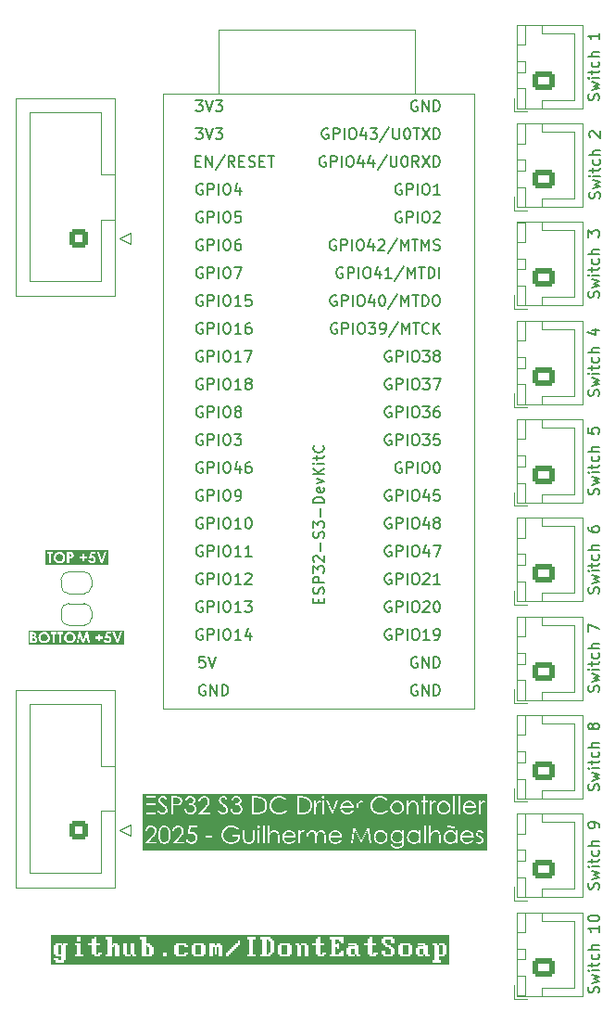
<source format=gbr>
%TF.GenerationSoftware,KiCad,Pcbnew,8.0.6*%
%TF.CreationDate,2025-02-05T19:47:27+13:00*%
%TF.ProjectId,Door Controller,446f6f72-2043-46f6-9e74-726f6c6c6572,rev?*%
%TF.SameCoordinates,Original*%
%TF.FileFunction,Legend,Top*%
%TF.FilePolarity,Positive*%
%FSLAX46Y46*%
G04 Gerber Fmt 4.6, Leading zero omitted, Abs format (unit mm)*
G04 Created by KiCad (PCBNEW 8.0.6) date 2025-02-05 19:47:27*
%MOMM*%
%LPD*%
G01*
G04 APERTURE LIST*
G04 Aperture macros list*
%AMRoundRect*
0 Rectangle with rounded corners*
0 $1 Rounding radius*
0 $2 $3 $4 $5 $6 $7 $8 $9 X,Y pos of 4 corners*
0 Add a 4 corners polygon primitive as box body*
4,1,4,$2,$3,$4,$5,$6,$7,$8,$9,$2,$3,0*
0 Add four circle primitives for the rounded corners*
1,1,$1+$1,$2,$3*
1,1,$1+$1,$4,$5*
1,1,$1+$1,$6,$7*
1,1,$1+$1,$8,$9*
0 Add four rect primitives between the rounded corners*
20,1,$1+$1,$2,$3,$4,$5,0*
20,1,$1+$1,$4,$5,$6,$7,0*
20,1,$1+$1,$6,$7,$8,$9,0*
20,1,$1+$1,$8,$9,$2,$3,0*%
%AMFreePoly0*
4,1,19,0.000000,0.744911,0.071157,0.744911,0.207708,0.704816,0.327430,0.627875,0.420627,0.520320,0.479746,0.390866,0.500000,0.250000,0.500000,-0.250000,0.479746,-0.390866,0.420627,-0.520320,0.327430,-0.627875,0.207708,-0.704816,0.071157,-0.744911,0.000000,-0.744911,0.000000,-0.750000,-0.500000,-0.750000,-0.500000,0.750000,0.000000,0.750000,0.000000,0.744911,0.000000,0.744911,
$1*%
%AMFreePoly1*
4,1,19,0.500000,-0.750000,0.000000,-0.750000,0.000000,-0.744911,-0.071157,-0.744911,-0.207708,-0.704816,-0.327430,-0.627875,-0.420627,-0.520320,-0.479746,-0.390866,-0.500000,-0.250000,-0.500000,0.250000,-0.479746,0.390866,-0.420627,0.520320,-0.327430,0.627875,-0.207708,0.704816,-0.071157,0.744911,0.000000,0.744911,0.000000,0.750000,0.500000,0.750000,0.500000,-0.750000,0.500000,-0.750000,
$1*%
G04 Aperture macros list end*
%ADD10C,0.250000*%
%ADD11C,0.100000*%
%ADD12C,0.150000*%
%ADD13C,0.120000*%
%ADD14O,2.000000X1.700000*%
%ADD15RoundRect,0.250000X0.750000X-0.600000X0.750000X0.600000X-0.750000X0.600000X-0.750000X-0.600000X0*%
%ADD16C,3.200000*%
%ADD17FreePoly0,0.000000*%
%ADD18FreePoly1,0.000000*%
%ADD19C,1.700000*%
%ADD20RoundRect,0.250000X0.600000X0.600000X-0.600000X0.600000X-0.600000X-0.600000X0.600000X-0.600000X0*%
%ADD21O,2.000000X1.200000*%
%ADD22R,2.000000X1.200000*%
G04 APERTURE END LIST*
D10*
G36*
X54892324Y-140311158D02*
G01*
X54571877Y-140311158D01*
X54571877Y-139498318D01*
X54892324Y-139498318D01*
X54892324Y-140311158D01*
G37*
G36*
X89715492Y-140311158D02*
G01*
X89395045Y-140311158D01*
X89395045Y-139498318D01*
X89715492Y-139498318D01*
X89715492Y-140311158D01*
G37*
G36*
X62766713Y-139654633D02*
G01*
X62942568Y-139654633D01*
X62942568Y-140311158D01*
X62622122Y-140311158D01*
X62622122Y-139498318D01*
X62766713Y-139498318D01*
X62766713Y-139654633D01*
G37*
G36*
X67667202Y-140311158D02*
G01*
X67170900Y-140311158D01*
X67170900Y-139498318D01*
X67667202Y-139498318D01*
X67667202Y-140311158D01*
G37*
G36*
X73790858Y-139123161D02*
G01*
X73966713Y-139123161D01*
X73966713Y-140154842D01*
X73790858Y-140154842D01*
X73790858Y-140311158D01*
X73646267Y-140311158D01*
X73646267Y-138966845D01*
X73790858Y-138966845D01*
X73790858Y-139123161D01*
G37*
G36*
X75541591Y-140311158D02*
G01*
X75045290Y-140311158D01*
X75045290Y-139498318D01*
X75541591Y-139498318D01*
X75541591Y-140311158D01*
G37*
G36*
X81665248Y-140311158D02*
G01*
X81344801Y-140311158D01*
X81344801Y-139810949D01*
X81665248Y-139810949D01*
X81665248Y-140311158D01*
G37*
G36*
X86565736Y-140311158D02*
G01*
X86069435Y-140311158D01*
X86069435Y-139498318D01*
X86565736Y-139498318D01*
X86565736Y-140311158D01*
G37*
G36*
X87964759Y-140311158D02*
G01*
X87644313Y-140311158D01*
X87644313Y-139810949D01*
X87964759Y-139810949D01*
X87964759Y-140311158D01*
G37*
G36*
X90320687Y-141283694D02*
G01*
X53966683Y-141283694D01*
X53966683Y-139467055D01*
X54188905Y-139467055D01*
X54188905Y-139498318D01*
X54188905Y-140342421D01*
X54364759Y-140342421D01*
X54364759Y-140530000D01*
X54892324Y-140530000D01*
X54892324Y-140842630D01*
X54571877Y-140842630D01*
X54571877Y-140655052D01*
X54188905Y-140655052D01*
X54188905Y-140873893D01*
X54364759Y-140873893D01*
X54364759Y-141061472D01*
X55099442Y-141061472D01*
X55099442Y-140873893D01*
X55275297Y-140873893D01*
X55275297Y-139498318D01*
X55451152Y-139498318D01*
X56115492Y-139498318D01*
X56291347Y-139498318D01*
X56291347Y-140311158D01*
X56115492Y-140311158D01*
X56115492Y-140530000D01*
X56850175Y-140530000D01*
X56850175Y-140311158D01*
X56674320Y-140311158D01*
X56674320Y-139279476D01*
X57338660Y-139279476D01*
X57338660Y-139498318D01*
X57690370Y-139498318D01*
X57690370Y-140342421D01*
X57866225Y-140342421D01*
X57866225Y-140530000D01*
X58425052Y-140530000D01*
X58425052Y-140342421D01*
X58600907Y-140342421D01*
X58600907Y-140154842D01*
X58217935Y-140154842D01*
X58217935Y-140339490D01*
X58073343Y-140313600D01*
X58073343Y-139498318D01*
X58425052Y-139498318D01*
X58425052Y-139279476D01*
X58073343Y-139279476D01*
X58073343Y-138966845D01*
X58913538Y-138966845D01*
X59089393Y-138966845D01*
X59089393Y-140311158D01*
X58913538Y-140311158D01*
X58913538Y-140530000D01*
X59472366Y-140530000D01*
X59472366Y-139685896D01*
X59648221Y-139685896D01*
X59648221Y-139498318D01*
X59792812Y-139498318D01*
X59792812Y-140530000D01*
X60175785Y-140530000D01*
X60175785Y-140342421D01*
X60488416Y-140342421D01*
X60664271Y-140342421D01*
X60664271Y-140530000D01*
X61223098Y-140530000D01*
X61223098Y-140342421D01*
X61367690Y-140342421D01*
X61367690Y-140530000D01*
X61750663Y-140530000D01*
X61750663Y-140311158D01*
X61574808Y-140311158D01*
X61574808Y-139279476D01*
X61191835Y-139279476D01*
X61191835Y-140311158D01*
X60871389Y-140311158D01*
X60871389Y-139279476D01*
X60488416Y-139279476D01*
X60488416Y-140342421D01*
X60175785Y-140342421D01*
X60175785Y-139467055D01*
X59999930Y-139467055D01*
X59999930Y-139279476D01*
X59616958Y-139279476D01*
X59616958Y-139467055D01*
X59472366Y-139467055D01*
X59472366Y-138966845D01*
X62063294Y-138966845D01*
X62239149Y-138966845D01*
X62239149Y-140311158D01*
X62239149Y-140530000D01*
X63149686Y-140530000D01*
X64165736Y-140530000D01*
X64548709Y-140530000D01*
X64548709Y-140154842D01*
X64165736Y-140154842D01*
X64165736Y-140530000D01*
X63149686Y-140530000D01*
X63149686Y-140342421D01*
X63325541Y-140342421D01*
X63325541Y-139623370D01*
X63149686Y-139623370D01*
X63149686Y-139467055D01*
X65213050Y-139467055D01*
X65213050Y-140342421D01*
X65388905Y-140342421D01*
X65388905Y-140530000D01*
X66299442Y-140530000D01*
X66299442Y-140342421D01*
X66475297Y-140342421D01*
X66475297Y-140154842D01*
X66092324Y-140154842D01*
X66092324Y-140341444D01*
X65596022Y-140312135D01*
X65596022Y-139498318D01*
X66092324Y-139498318D01*
X66092324Y-139685896D01*
X66475297Y-139685896D01*
X66475297Y-139467055D01*
X66787928Y-139467055D01*
X66787928Y-140311158D01*
X66787928Y-140342421D01*
X66963782Y-140342421D01*
X66963782Y-140530000D01*
X67874320Y-140530000D01*
X68362805Y-140530000D01*
X68745778Y-140530000D01*
X68745778Y-139654633D01*
X68890370Y-139654633D01*
X68890370Y-140358053D01*
X69097488Y-140358053D01*
X69097488Y-139654633D01*
X69242080Y-139654633D01*
X69242080Y-140530000D01*
X69625052Y-140530000D01*
X69625052Y-140154842D01*
X69937683Y-140154842D01*
X69937683Y-140530000D01*
X70144801Y-140530000D01*
X70144801Y-140342421D01*
X70320656Y-140342421D01*
X70320656Y-140186106D01*
X70496511Y-140186106D01*
X70496511Y-139998527D01*
X70672366Y-139998527D01*
X70672366Y-139842212D01*
X70848221Y-139842212D01*
X70848221Y-139654633D01*
X71024075Y-139654633D01*
X71024075Y-139467055D01*
X71199930Y-139467055D01*
X71199930Y-139091898D01*
X70992812Y-139091898D01*
X70992812Y-139279476D01*
X70816958Y-139279476D01*
X70816958Y-139464124D01*
X70641103Y-139432861D01*
X70641103Y-139623370D01*
X70465248Y-139623370D01*
X70465248Y-139810949D01*
X70289393Y-139810949D01*
X70289393Y-139967264D01*
X70113538Y-139967264D01*
X70113538Y-140154842D01*
X69937683Y-140154842D01*
X69625052Y-140154842D01*
X69625052Y-139453866D01*
X69449198Y-139453866D01*
X69449198Y-139279476D01*
X69066225Y-139279476D01*
X69066225Y-139455331D01*
X68921633Y-139455331D01*
X68921633Y-139279476D01*
X68362805Y-139279476D01*
X68362805Y-140530000D01*
X67874320Y-140530000D01*
X67874320Y-140342421D01*
X68050175Y-140342421D01*
X68050175Y-139467055D01*
X67874320Y-139467055D01*
X67874320Y-139279476D01*
X66963782Y-139279476D01*
X66963782Y-139467055D01*
X66787928Y-139467055D01*
X66475297Y-139467055D01*
X66299442Y-139467055D01*
X66299442Y-139279476D01*
X65388905Y-139279476D01*
X65388905Y-139467055D01*
X65213050Y-139467055D01*
X63149686Y-139467055D01*
X62973831Y-139467055D01*
X62973831Y-139279476D01*
X62622122Y-139279476D01*
X62622122Y-138966845D01*
X71864271Y-138966845D01*
X72040126Y-138966845D01*
X72040126Y-140311158D01*
X71864271Y-140311158D01*
X71864271Y-140530000D01*
X72598953Y-140530000D01*
X72598953Y-140311158D01*
X72423098Y-140311158D01*
X72423098Y-138966845D01*
X72598953Y-138966845D01*
X73087439Y-138966845D01*
X73263294Y-138966845D01*
X73263294Y-140311158D01*
X73087439Y-140311158D01*
X73087439Y-140530000D01*
X73997976Y-140530000D01*
X73997976Y-140342421D01*
X74173831Y-140342421D01*
X74173831Y-140186106D01*
X74349686Y-140186106D01*
X74349686Y-139467055D01*
X74662317Y-139467055D01*
X74662317Y-140311158D01*
X74662317Y-140342421D01*
X74838172Y-140342421D01*
X74838172Y-140530000D01*
X75748709Y-140530000D01*
X75748709Y-140342421D01*
X75924564Y-140342421D01*
X75924564Y-139498318D01*
X76237195Y-139498318D01*
X76413050Y-139498318D01*
X76413050Y-140530000D01*
X76796022Y-140530000D01*
X76796022Y-139498318D01*
X77116469Y-139498318D01*
X77116469Y-140530000D01*
X77499442Y-140530000D01*
X77499442Y-139467055D01*
X77323587Y-139467055D01*
X77323587Y-139279476D01*
X77812073Y-139279476D01*
X77812073Y-139498318D01*
X78163782Y-139498318D01*
X78163782Y-140342421D01*
X78339637Y-140342421D01*
X78339637Y-140530000D01*
X78898465Y-140530000D01*
X78898465Y-140342421D01*
X79074320Y-140342421D01*
X79074320Y-140154842D01*
X78691347Y-140154842D01*
X78691347Y-140339490D01*
X78546755Y-140313600D01*
X78546755Y-139498318D01*
X78898465Y-139498318D01*
X78898465Y-139279476D01*
X78546755Y-139279476D01*
X78546755Y-138966845D01*
X79386951Y-138966845D01*
X79562805Y-138966845D01*
X79562805Y-140311158D01*
X79386951Y-140311158D01*
X79386951Y-140530000D01*
X80649198Y-140530000D01*
X80649198Y-139967264D01*
X80442080Y-139967264D01*
X80442080Y-140154842D01*
X80266225Y-140154842D01*
X80266225Y-140311158D01*
X79945778Y-140311158D01*
X79945778Y-139654633D01*
X80090370Y-139654633D01*
X80090370Y-139830488D01*
X80297488Y-139830488D01*
X80297488Y-139779685D01*
X80961828Y-139779685D01*
X80961828Y-140311158D01*
X80961828Y-140342421D01*
X81137683Y-140342421D01*
X81137683Y-140530000D01*
X81696511Y-140530000D01*
X81696511Y-140342421D01*
X81841103Y-140342421D01*
X81841103Y-140530000D01*
X82224075Y-140530000D01*
X82224075Y-140311158D01*
X82048221Y-140311158D01*
X82048221Y-139467055D01*
X81872366Y-139467055D01*
X81872366Y-139279476D01*
X82536706Y-139279476D01*
X82536706Y-139498318D01*
X82888416Y-139498318D01*
X82888416Y-140342421D01*
X83064271Y-140342421D01*
X83064271Y-140530000D01*
X83623098Y-140530000D01*
X83623098Y-140342421D01*
X83798953Y-140342421D01*
X83798953Y-140154842D01*
X83415981Y-140154842D01*
X83415981Y-140339490D01*
X83271389Y-140313600D01*
X83271389Y-139498318D01*
X83623098Y-139498318D01*
X83623098Y-139279476D01*
X83271389Y-139279476D01*
X83271389Y-138935582D01*
X84111584Y-138935582D01*
X84111584Y-139310739D01*
X84287439Y-139310739D01*
X84287439Y-139498318D01*
X84463294Y-139498318D01*
X84463294Y-139654633D01*
X84815004Y-139654633D01*
X84815004Y-139808506D01*
X84990858Y-139839769D01*
X84990858Y-140311158D01*
X84494557Y-140311158D01*
X84494557Y-139967264D01*
X84111584Y-139967264D01*
X84111584Y-140342421D01*
X84287439Y-140342421D01*
X84287439Y-140530000D01*
X85197976Y-140530000D01*
X85197976Y-140342421D01*
X85373831Y-140342421D01*
X85373831Y-139813391D01*
X85197976Y-139782128D01*
X85197976Y-139623370D01*
X85022122Y-139623370D01*
X85022122Y-139467055D01*
X85686462Y-139467055D01*
X85686462Y-140311158D01*
X85686462Y-140342421D01*
X85862317Y-140342421D01*
X85862317Y-140530000D01*
X86772854Y-140530000D01*
X86772854Y-140342421D01*
X86948709Y-140342421D01*
X86948709Y-139779685D01*
X87261340Y-139779685D01*
X87261340Y-140311158D01*
X87261340Y-140342421D01*
X87437195Y-140342421D01*
X87437195Y-140530000D01*
X87996022Y-140530000D01*
X87996022Y-140342421D01*
X88140614Y-140342421D01*
X88140614Y-140530000D01*
X88523587Y-140530000D01*
X88523587Y-140311158D01*
X88347732Y-140311158D01*
X88347732Y-139498318D01*
X88836218Y-139498318D01*
X89012073Y-139498318D01*
X89012073Y-140311158D01*
X89012073Y-140842630D01*
X88836218Y-140842630D01*
X88836218Y-141061472D01*
X89570900Y-141061472D01*
X89570900Y-140842630D01*
X89395045Y-140842630D01*
X89395045Y-140530000D01*
X89922610Y-140530000D01*
X89922610Y-140342421D01*
X90098465Y-140342421D01*
X90098465Y-139467055D01*
X89922610Y-139467055D01*
X89922610Y-139279476D01*
X89363782Y-139279476D01*
X89363782Y-139467055D01*
X89219191Y-139467055D01*
X89219191Y-139279476D01*
X88836218Y-139279476D01*
X88836218Y-139498318D01*
X88347732Y-139498318D01*
X88347732Y-139467055D01*
X88171877Y-139467055D01*
X88171877Y-139279476D01*
X87437195Y-139279476D01*
X87437195Y-139498318D01*
X87964759Y-139498318D01*
X87964759Y-139592107D01*
X87437195Y-139592107D01*
X87437195Y-139779685D01*
X87261340Y-139779685D01*
X86948709Y-139779685D01*
X86948709Y-139467055D01*
X86772854Y-139467055D01*
X86772854Y-139279476D01*
X85862317Y-139279476D01*
X85862317Y-139467055D01*
X85686462Y-139467055D01*
X85022122Y-139467055D01*
X84670412Y-139467055D01*
X84670412Y-139279476D01*
X84494557Y-139279476D01*
X84494557Y-138966845D01*
X84990858Y-138966845D01*
X84990858Y-139310739D01*
X85373831Y-139310739D01*
X85373831Y-138935582D01*
X85197976Y-138935582D01*
X85197976Y-138748004D01*
X84287439Y-138748004D01*
X84287439Y-138935582D01*
X84111584Y-138935582D01*
X83271389Y-138935582D01*
X83271389Y-138748004D01*
X83064271Y-138748004D01*
X83064271Y-138925324D01*
X82888416Y-138925324D01*
X82888416Y-139279476D01*
X82536706Y-139279476D01*
X81872366Y-139279476D01*
X81137683Y-139279476D01*
X81137683Y-139498318D01*
X81665248Y-139498318D01*
X81665248Y-139592107D01*
X81137683Y-139592107D01*
X81137683Y-139779685D01*
X80961828Y-139779685D01*
X80297488Y-139779685D01*
X80297488Y-139279476D01*
X80090370Y-139279476D01*
X80090370Y-139435792D01*
X79945778Y-139435792D01*
X79945778Y-138966845D01*
X80266225Y-138966845D01*
X80266225Y-139123161D01*
X80442080Y-139123161D01*
X80442080Y-139310739D01*
X80649198Y-139310739D01*
X80649198Y-138748004D01*
X79386951Y-138748004D01*
X79386951Y-138966845D01*
X78546755Y-138966845D01*
X78546755Y-138748004D01*
X78339637Y-138748004D01*
X78339637Y-138925324D01*
X78163782Y-138925324D01*
X78163782Y-139279476D01*
X77812073Y-139279476D01*
X77323587Y-139279476D01*
X76764759Y-139279476D01*
X76764759Y-139467055D01*
X76620168Y-139467055D01*
X76620168Y-139279476D01*
X76237195Y-139279476D01*
X76237195Y-139498318D01*
X75924564Y-139498318D01*
X75924564Y-139467055D01*
X75748709Y-139467055D01*
X75748709Y-139279476D01*
X74838172Y-139279476D01*
X74838172Y-139467055D01*
X74662317Y-139467055D01*
X74349686Y-139467055D01*
X74349686Y-139091898D01*
X74173831Y-139091898D01*
X74173831Y-138935582D01*
X73997976Y-138935582D01*
X73997976Y-138748004D01*
X73087439Y-138748004D01*
X73087439Y-138966845D01*
X72598953Y-138966845D01*
X72598953Y-138748004D01*
X71864271Y-138748004D01*
X71864271Y-138966845D01*
X62622122Y-138966845D01*
X62622122Y-138748004D01*
X62063294Y-138748004D01*
X62063294Y-138966845D01*
X59472366Y-138966845D01*
X59472366Y-138748004D01*
X58913538Y-138748004D01*
X58913538Y-138966845D01*
X58073343Y-138966845D01*
X58073343Y-138748004D01*
X57866225Y-138748004D01*
X57866225Y-138925324D01*
X57690370Y-138925324D01*
X57690370Y-139279476D01*
X57338660Y-139279476D01*
X56674320Y-139279476D01*
X56115492Y-139279476D01*
X56115492Y-139498318D01*
X55451152Y-139498318D01*
X55451152Y-139279476D01*
X55068179Y-139279476D01*
X55068179Y-139467055D01*
X54923587Y-139467055D01*
X54923587Y-139279476D01*
X54364759Y-139279476D01*
X54364759Y-139467055D01*
X54188905Y-139467055D01*
X53966683Y-139467055D01*
X53966683Y-139123161D01*
X56291347Y-139123161D01*
X56674320Y-139123161D01*
X56674320Y-138748004D01*
X56291347Y-138748004D01*
X56291347Y-139123161D01*
X53966683Y-139123161D01*
X53966683Y-138525782D01*
X90320687Y-138525782D01*
X90320687Y-141283694D01*
G37*
G36*
X54749620Y-103773287D02*
G01*
X54805433Y-103784669D01*
X54857224Y-103805424D01*
X54904996Y-103835553D01*
X54942743Y-103868838D01*
X54975696Y-103907002D01*
X55005524Y-103955392D01*
X55026072Y-104007942D01*
X55036298Y-104056296D01*
X55039707Y-104107707D01*
X55036324Y-104159259D01*
X55026175Y-104207667D01*
X55005782Y-104260172D01*
X54976179Y-104308399D01*
X54943476Y-104346332D01*
X54912419Y-104374196D01*
X54865635Y-104405271D01*
X54814993Y-104427090D01*
X54760495Y-104439652D01*
X54710712Y-104443053D01*
X54680915Y-104441889D01*
X54630826Y-104434250D01*
X54583355Y-104419482D01*
X54538502Y-104397585D01*
X54496267Y-104368558D01*
X54474792Y-104350049D01*
X54438178Y-104309411D01*
X54410014Y-104263948D01*
X54390299Y-104213659D01*
X54379033Y-104158544D01*
X54376099Y-104108928D01*
X54376193Y-104099789D01*
X54380669Y-104047067D01*
X54391861Y-103997968D01*
X54409767Y-103952493D01*
X54439144Y-103904019D01*
X54471598Y-103866395D01*
X54508982Y-103833940D01*
X54556568Y-103804563D01*
X54608432Y-103784326D01*
X54656291Y-103774254D01*
X54707293Y-103770896D01*
X54749620Y-103773287D01*
G37*
G36*
X55679559Y-103787005D02*
G01*
X55728289Y-103791413D01*
X55775367Y-103806067D01*
X55809439Y-103840200D01*
X55820796Y-103889842D01*
X55820402Y-103899914D01*
X55804676Y-103946263D01*
X55800455Y-103951861D01*
X55760224Y-103979724D01*
X55711284Y-103988085D01*
X55659840Y-103989738D01*
X55598779Y-103989738D01*
X55598779Y-103786528D01*
X55653001Y-103786528D01*
X55679559Y-103787005D01*
G37*
G36*
X59161741Y-104755631D02*
G01*
X53420185Y-104755631D01*
X53420185Y-103786528D01*
X53545185Y-103786528D01*
X53724460Y-103786528D01*
X53724460Y-104615000D01*
X53919610Y-104615000D01*
X53919610Y-104106730D01*
X54182415Y-104106730D01*
X54182514Y-104108928D01*
X54184766Y-104159189D01*
X54191818Y-104209831D01*
X54203572Y-104258657D01*
X54220028Y-104305666D01*
X54241186Y-104350858D01*
X54267045Y-104394234D01*
X54297606Y-104435794D01*
X54332868Y-104475537D01*
X54371684Y-104511887D01*
X54412904Y-104543391D01*
X54456528Y-104570047D01*
X54502556Y-104591857D01*
X54550989Y-104608821D01*
X54601826Y-104620938D01*
X54655067Y-104628208D01*
X54710712Y-104630631D01*
X54763980Y-104628269D01*
X54815218Y-104621182D01*
X54864425Y-104609370D01*
X54911602Y-104592834D01*
X54956749Y-104571574D01*
X54999865Y-104545589D01*
X55040951Y-104514879D01*
X55080007Y-104479445D01*
X55115671Y-104440599D01*
X55146579Y-104399654D01*
X55172732Y-104356610D01*
X55194130Y-104311467D01*
X55210773Y-104264225D01*
X55222660Y-104214884D01*
X55229793Y-104163444D01*
X55232171Y-104109905D01*
X55229759Y-104055878D01*
X55222523Y-104003950D01*
X55219084Y-103989738D01*
X55406560Y-103989738D01*
X55406560Y-104615000D01*
X55598779Y-104615000D01*
X55598779Y-104177316D01*
X55650706Y-104176767D01*
X55703169Y-104174737D01*
X55752422Y-104170584D01*
X55801501Y-104161685D01*
X55830149Y-104152105D01*
X55876848Y-104129661D01*
X55917287Y-104100533D01*
X55951466Y-104064720D01*
X55970308Y-104037372D01*
X55970647Y-104036632D01*
X56545953Y-104036632D01*
X56545953Y-104208579D01*
X56803629Y-104208579D01*
X56803629Y-104458684D01*
X56975332Y-104458684D01*
X56975332Y-104349263D01*
X57340231Y-104349263D01*
X57348436Y-104381122D01*
X57367606Y-104432687D01*
X57392901Y-104478922D01*
X57424320Y-104519828D01*
X57461864Y-104555404D01*
X57485631Y-104573036D01*
X57529943Y-104598234D01*
X57577715Y-104616232D01*
X57628946Y-104627031D01*
X57683636Y-104630631D01*
X57701509Y-104630233D01*
X57753077Y-104624265D01*
X57801572Y-104611136D01*
X57846993Y-104590846D01*
X57889339Y-104563395D01*
X57928612Y-104528782D01*
X57940797Y-104515868D01*
X57972636Y-104474941D01*
X57997400Y-104430734D01*
X58015089Y-104383247D01*
X58025702Y-104332480D01*
X58029240Y-104278433D01*
X58027016Y-104233773D01*
X58018475Y-104183581D01*
X58000414Y-104129712D01*
X57973635Y-104080892D01*
X57938137Y-104037121D01*
X57908605Y-104009961D01*
X57863433Y-103979670D01*
X57813797Y-103958403D01*
X57759696Y-103946158D01*
X57709770Y-103942843D01*
X57678019Y-103945286D01*
X57644557Y-103952857D01*
X57685834Y-103770896D01*
X58015562Y-103770896D01*
X58015562Y-103598949D01*
X58129379Y-103598949D01*
X58487195Y-104615000D01*
X58672575Y-104615000D01*
X59036741Y-103598949D01*
X58838905Y-103598949D01*
X58581229Y-104320687D01*
X58327216Y-103598949D01*
X58129379Y-103598949D01*
X58015562Y-103598949D01*
X57542219Y-103598949D01*
X57419854Y-104156311D01*
X57576413Y-104190994D01*
X57594980Y-104173544D01*
X57636497Y-104145565D01*
X57649913Y-104139664D01*
X57698779Y-104130422D01*
X57709707Y-104130804D01*
X57759710Y-104144178D01*
X57799407Y-104173897D01*
X57811369Y-104188003D01*
X57834076Y-104233844D01*
X57840928Y-104284783D01*
X57839357Y-104310002D01*
X57825171Y-104358575D01*
X57796232Y-104398845D01*
X57781864Y-104411580D01*
X57736557Y-104435756D01*
X57687788Y-104443053D01*
X57649106Y-104438518D01*
X57603769Y-104419361D01*
X57571268Y-104392038D01*
X57542219Y-104349263D01*
X57340231Y-104349263D01*
X56975332Y-104349263D01*
X56975332Y-104208579D01*
X57232275Y-104208579D01*
X57232275Y-104036632D01*
X56975332Y-104036632D01*
X56975332Y-103786528D01*
X56803629Y-103786528D01*
X56803629Y-104036632D01*
X56545953Y-104036632D01*
X55970647Y-104036632D01*
X55991261Y-103991680D01*
X56003444Y-103940385D01*
X56006909Y-103890087D01*
X56006538Y-103872556D01*
X56000967Y-103822825D01*
X55986937Y-103772597D01*
X55964655Y-103727665D01*
X55935217Y-103688901D01*
X55895838Y-103654746D01*
X55849128Y-103629480D01*
X55818488Y-103619104D01*
X55767510Y-103608609D01*
X55713412Y-103602557D01*
X55659992Y-103599695D01*
X55610503Y-103598949D01*
X55406560Y-103598949D01*
X55406560Y-103989738D01*
X55219084Y-103989738D01*
X55210464Y-103954120D01*
X55193580Y-103906390D01*
X55171873Y-103860759D01*
X55145342Y-103817226D01*
X55113988Y-103775793D01*
X55077809Y-103736458D01*
X55038337Y-103700566D01*
X54996980Y-103669459D01*
X54953738Y-103643138D01*
X54908610Y-103621603D01*
X54861597Y-103604853D01*
X54812699Y-103592889D01*
X54761915Y-103585711D01*
X54709247Y-103583318D01*
X54691643Y-103583592D01*
X54639714Y-103587714D01*
X54589107Y-103596782D01*
X54539822Y-103610795D01*
X54491860Y-103629754D01*
X54445220Y-103653660D01*
X54430099Y-103662616D01*
X54387197Y-103691823D01*
X54347988Y-103724532D01*
X54312470Y-103760745D01*
X54280645Y-103800461D01*
X54252513Y-103843681D01*
X54244024Y-103858762D01*
X54221845Y-103905092D01*
X54204594Y-103953055D01*
X54192272Y-104002648D01*
X54184879Y-104053874D01*
X54182415Y-104106730D01*
X53919610Y-104106730D01*
X53919610Y-103786528D01*
X54103524Y-103786528D01*
X54103524Y-103598949D01*
X53545185Y-103598949D01*
X53545185Y-103786528D01*
X53420185Y-103786528D01*
X53420185Y-103458318D01*
X59161741Y-103458318D01*
X59161741Y-104755631D01*
G37*
D11*
G36*
X85677783Y-129138503D02*
G01*
X85758291Y-129158804D01*
X85834920Y-129193512D01*
X85898217Y-129235965D01*
X85956648Y-129292712D01*
X86003350Y-129359988D01*
X86037168Y-129435677D01*
X86056949Y-129518200D01*
X86062750Y-129599151D01*
X86062244Y-129624584D01*
X86052518Y-129708720D01*
X86030412Y-129785264D01*
X85989990Y-129863446D01*
X85933399Y-129931712D01*
X85908487Y-129954270D01*
X85834903Y-130003576D01*
X85761981Y-130033776D01*
X85681094Y-130051897D01*
X85592240Y-130057937D01*
X85540992Y-130055946D01*
X85457155Y-130042883D01*
X85380761Y-130017627D01*
X85311809Y-129980180D01*
X85250300Y-129930540D01*
X85242198Y-129922487D01*
X85186639Y-129853342D01*
X85147542Y-129775795D01*
X85124906Y-129689846D01*
X85118605Y-129607748D01*
X85118667Y-129599730D01*
X85126131Y-129521481D01*
X85148712Y-129439462D01*
X85182303Y-129368586D01*
X85231822Y-129298233D01*
X85292792Y-129239239D01*
X85358158Y-129195466D01*
X85372251Y-129187848D01*
X85444913Y-129157126D01*
X85521239Y-129138694D01*
X85601228Y-129132549D01*
X85677783Y-129138503D01*
G37*
G36*
X64352614Y-128711817D02*
G01*
X64428286Y-128735154D01*
X64500991Y-128778495D01*
X64512701Y-128787659D01*
X64571375Y-128849574D01*
X64616301Y-128922770D01*
X64649882Y-129002417D01*
X64668209Y-129062780D01*
X64684798Y-129140948D01*
X64696227Y-129227456D01*
X64701914Y-129308244D01*
X64703810Y-129395159D01*
X64701681Y-129482400D01*
X64695292Y-129564749D01*
X64684645Y-129642208D01*
X64666840Y-129726395D01*
X64643238Y-129803924D01*
X64640190Y-129812576D01*
X64604836Y-129891619D01*
X64560628Y-129957076D01*
X64501773Y-130013387D01*
X64454170Y-130043819D01*
X64379377Y-130073165D01*
X64300517Y-130082947D01*
X64241372Y-130077321D01*
X64165205Y-130052317D01*
X64098088Y-130011824D01*
X64086351Y-130002625D01*
X64028289Y-129942754D01*
X63985043Y-129874702D01*
X63953887Y-129802361D01*
X63932516Y-129725180D01*
X63918825Y-129644183D01*
X63910811Y-129564755D01*
X63906231Y-129476095D01*
X63905039Y-129395159D01*
X63906241Y-129313895D01*
X63910857Y-129224942D01*
X63918935Y-129145331D01*
X63932736Y-129064259D01*
X63954278Y-128987176D01*
X63957424Y-128978620D01*
X63993709Y-128900279D01*
X64038772Y-128835066D01*
X64098479Y-128778495D01*
X64146570Y-128747378D01*
X64221730Y-128717373D01*
X64300517Y-128707371D01*
X64352614Y-128711817D01*
G37*
G36*
X75738039Y-129134644D02*
G01*
X75821055Y-129149646D01*
X75894822Y-129176318D01*
X75924173Y-129190673D01*
X75991735Y-129234336D01*
X76050356Y-129291600D01*
X76081323Y-129335629D01*
X76115688Y-129406164D01*
X76140237Y-129482696D01*
X75250021Y-129482696D01*
X75259282Y-129453358D01*
X75291805Y-129373794D01*
X75336280Y-129300254D01*
X75389533Y-129242361D01*
X75455918Y-129194318D01*
X75528458Y-129160002D01*
X75607153Y-129139413D01*
X75692003Y-129132549D01*
X75738039Y-129134644D01*
G37*
G36*
X79967935Y-129134644D02*
G01*
X80050950Y-129149646D01*
X80124718Y-129176318D01*
X80154069Y-129190673D01*
X80221630Y-129234336D01*
X80280251Y-129291600D01*
X80311218Y-129335629D01*
X80345583Y-129406164D01*
X80370133Y-129482696D01*
X79479916Y-129482696D01*
X79489177Y-129453358D01*
X79521700Y-129373794D01*
X79566175Y-129300254D01*
X79619428Y-129242361D01*
X79685813Y-129194318D01*
X79758353Y-129160002D01*
X79837048Y-129139413D01*
X79921898Y-129132549D01*
X79967935Y-129134644D01*
G37*
G36*
X84119932Y-129134693D02*
G01*
X84200977Y-129148758D01*
X84275964Y-129175950D01*
X84344891Y-129216269D01*
X84407760Y-129269716D01*
X84439817Y-129304960D01*
X84485632Y-129371692D01*
X84518356Y-129444857D01*
X84537991Y-129524454D01*
X84544536Y-129610484D01*
X84538583Y-129691420D01*
X84518282Y-129774455D01*
X84483573Y-129851210D01*
X84435473Y-129919338D01*
X84374998Y-129977030D01*
X84309281Y-130020421D01*
X84237360Y-130053394D01*
X84155160Y-130075559D01*
X84069728Y-130082947D01*
X83992891Y-130076803D01*
X83911984Y-130055851D01*
X83834864Y-130020030D01*
X83765124Y-129970595D01*
X83705820Y-129909339D01*
X83660963Y-129843394D01*
X83626754Y-129771533D01*
X83603758Y-129690106D01*
X83596092Y-129606185D01*
X83603665Y-129521735D01*
X83626385Y-129440334D01*
X83660182Y-129368976D01*
X83704794Y-129303596D01*
X83763830Y-129243137D01*
X83833301Y-129194685D01*
X83910568Y-129159309D01*
X83992453Y-129138617D01*
X84070900Y-129132549D01*
X84119932Y-129134693D01*
G37*
G36*
X87157141Y-129134693D02*
G01*
X87238186Y-129148758D01*
X87313172Y-129175950D01*
X87382100Y-129216269D01*
X87444969Y-129269716D01*
X87477026Y-129304960D01*
X87522840Y-129371692D01*
X87555565Y-129444857D01*
X87575200Y-129524454D01*
X87581745Y-129610484D01*
X87575791Y-129691420D01*
X87555490Y-129774455D01*
X87520782Y-129851210D01*
X87472682Y-129919338D01*
X87412207Y-129977030D01*
X87346490Y-130020421D01*
X87274568Y-130053394D01*
X87192369Y-130075559D01*
X87106937Y-130082947D01*
X87030099Y-130076803D01*
X86949193Y-130055851D01*
X86872073Y-130020030D01*
X86802333Y-129970595D01*
X86743029Y-129909339D01*
X86698172Y-129843394D01*
X86663963Y-129771533D01*
X86640966Y-129690106D01*
X86633301Y-129606185D01*
X86640874Y-129521735D01*
X86663593Y-129440334D01*
X86697390Y-129368976D01*
X86742003Y-129303596D01*
X86801038Y-129243137D01*
X86870510Y-129194685D01*
X86947777Y-129159309D01*
X87029661Y-129138617D01*
X87108109Y-129132549D01*
X87157141Y-129134693D01*
G37*
G36*
X90502291Y-129134693D02*
G01*
X90583336Y-129148758D01*
X90658322Y-129175950D01*
X90727250Y-129216269D01*
X90790119Y-129269716D01*
X90822176Y-129304960D01*
X90867990Y-129371692D01*
X90900715Y-129444857D01*
X90920350Y-129524454D01*
X90926895Y-129610484D01*
X90920941Y-129691420D01*
X90900640Y-129774455D01*
X90865932Y-129851210D01*
X90817832Y-129919338D01*
X90757357Y-129977030D01*
X90691640Y-130020421D01*
X90619718Y-130053394D01*
X90537519Y-130075559D01*
X90452087Y-130082947D01*
X90375249Y-130076803D01*
X90294343Y-130055851D01*
X90217223Y-130020030D01*
X90147483Y-129970595D01*
X90088179Y-129909339D01*
X90043322Y-129843394D01*
X90009113Y-129771533D01*
X89986116Y-129690106D01*
X89978451Y-129606185D01*
X89986024Y-129521735D01*
X90008743Y-129440334D01*
X90042540Y-129368976D01*
X90087153Y-129303596D01*
X90146188Y-129243137D01*
X90215660Y-129194685D01*
X90292927Y-129159309D01*
X90374811Y-129138617D01*
X90453259Y-129132549D01*
X90502291Y-129134693D01*
G37*
G36*
X92012038Y-129134644D02*
G01*
X92095053Y-129149646D01*
X92168821Y-129176318D01*
X92198172Y-129190673D01*
X92265733Y-129234336D01*
X92324355Y-129291600D01*
X92355322Y-129335629D01*
X92389687Y-129406164D01*
X92414236Y-129482696D01*
X91524020Y-129482696D01*
X91533281Y-129453358D01*
X91565804Y-129373794D01*
X91610279Y-129300254D01*
X91663531Y-129242361D01*
X91729916Y-129194318D01*
X91802457Y-129160002D01*
X91881152Y-129139413D01*
X91966002Y-129132549D01*
X92012038Y-129134644D01*
G37*
G36*
X81039476Y-126446644D02*
G01*
X81122492Y-126461646D01*
X81196259Y-126488318D01*
X81225610Y-126502673D01*
X81293172Y-126546336D01*
X81351793Y-126603600D01*
X81382760Y-126647629D01*
X81417125Y-126718164D01*
X81441674Y-126794696D01*
X80551458Y-126794696D01*
X80560719Y-126765358D01*
X80593242Y-126685794D01*
X80637717Y-126612254D01*
X80690970Y-126554361D01*
X80757355Y-126506318D01*
X80829895Y-126472002D01*
X80908590Y-126451413D01*
X80993440Y-126444549D01*
X81039476Y-126446644D01*
G37*
G36*
X85605509Y-126445782D02*
G01*
X85683982Y-126458250D01*
X85767574Y-126488939D01*
X85835388Y-126530178D01*
X85898227Y-126584842D01*
X85930559Y-126620832D01*
X85976766Y-126688221D01*
X86009771Y-126761219D01*
X86029574Y-126839828D01*
X86036175Y-126924047D01*
X86036114Y-126932041D01*
X86028741Y-127010138D01*
X86006437Y-127092165D01*
X85973258Y-127163210D01*
X85929867Y-127227651D01*
X85872175Y-127287165D01*
X85804047Y-127334766D01*
X85735552Y-127366502D01*
X85655447Y-127387836D01*
X85570355Y-127394947D01*
X85492549Y-127389070D01*
X85411722Y-127369029D01*
X85335882Y-127334766D01*
X85273684Y-127291985D01*
X85215052Y-127233554D01*
X85166671Y-127163210D01*
X85131072Y-127084876D01*
X85110251Y-127002479D01*
X85104145Y-126924047D01*
X85106288Y-126875235D01*
X85120353Y-126794222D01*
X85147545Y-126718819D01*
X85187865Y-126649026D01*
X85241311Y-126584842D01*
X85276544Y-126551961D01*
X85342255Y-126504969D01*
X85413127Y-126471402D01*
X85489161Y-126451263D01*
X85570355Y-126444549D01*
X85605509Y-126445782D01*
G37*
G36*
X89869794Y-126445782D02*
G01*
X89948267Y-126458250D01*
X90031859Y-126488939D01*
X90099672Y-126530178D01*
X90162512Y-126584842D01*
X90194843Y-126620832D01*
X90241051Y-126688221D01*
X90274056Y-126761219D01*
X90293859Y-126839828D01*
X90300460Y-126924047D01*
X90300399Y-126932041D01*
X90293026Y-127010138D01*
X90270722Y-127092165D01*
X90237543Y-127163210D01*
X90194152Y-127227651D01*
X90136460Y-127287165D01*
X90068332Y-127334766D01*
X89999837Y-127366502D01*
X89919732Y-127387836D01*
X89834640Y-127394947D01*
X89756834Y-127389070D01*
X89676007Y-127369029D01*
X89600167Y-127334766D01*
X89537969Y-127291985D01*
X89479337Y-127233554D01*
X89430956Y-127163210D01*
X89395357Y-127084876D01*
X89374535Y-127002479D01*
X89368429Y-126924047D01*
X89370573Y-126875235D01*
X89384638Y-126794222D01*
X89411830Y-126718819D01*
X89452149Y-126649026D01*
X89505596Y-126584842D01*
X89540828Y-126551961D01*
X89606539Y-126504969D01*
X89677412Y-126471402D01*
X89753445Y-126451263D01*
X89834640Y-126444549D01*
X89869794Y-126445782D01*
G37*
G36*
X92236350Y-126446644D02*
G01*
X92319365Y-126461646D01*
X92393133Y-126488318D01*
X92422484Y-126502673D01*
X92490045Y-126546336D01*
X92548667Y-126603600D01*
X92579634Y-126647629D01*
X92613999Y-126718164D01*
X92638548Y-126794696D01*
X91748332Y-126794696D01*
X91757593Y-126765358D01*
X91790116Y-126685794D01*
X91834591Y-126612254D01*
X91887843Y-126554361D01*
X91954228Y-126506318D01*
X92026769Y-126472002D01*
X92105464Y-126451413D01*
X92190314Y-126444549D01*
X92236350Y-126446644D01*
G37*
G36*
X65444672Y-126046165D02*
G01*
X65523692Y-126053408D01*
X65604187Y-126072909D01*
X65665696Y-126108327D01*
X65720251Y-126169434D01*
X65753370Y-126240460D01*
X65764410Y-126318325D01*
X65753370Y-126397948D01*
X65720251Y-126469560D01*
X65668178Y-126527885D01*
X65599497Y-126567648D01*
X65522242Y-126587130D01*
X65442802Y-126595358D01*
X65356427Y-126597739D01*
X65082875Y-126594612D01*
X65082875Y-126044382D01*
X65368541Y-126044382D01*
X65444672Y-126046165D01*
G37*
G36*
X72656677Y-126044794D02*
G01*
X72755031Y-126047313D01*
X72843767Y-126052121D01*
X72922887Y-126059220D01*
X73005136Y-126070760D01*
X73093258Y-126091277D01*
X73142467Y-126108563D01*
X73221853Y-126146777D01*
X73292675Y-126195127D01*
X73354932Y-126253612D01*
X73408625Y-126322233D01*
X73452783Y-126399078D01*
X73486096Y-126482581D01*
X73506017Y-126559453D01*
X73517969Y-126641217D01*
X73521953Y-126727871D01*
X73519406Y-126796881D01*
X73509624Y-126875210D01*
X73488939Y-126960412D01*
X73458269Y-127038956D01*
X73417613Y-127110844D01*
X73390307Y-127148512D01*
X73336643Y-127207174D01*
X73275500Y-127256597D01*
X73206877Y-127296783D01*
X73130774Y-127327732D01*
X73085211Y-127339890D01*
X73004562Y-127353450D01*
X72919776Y-127361858D01*
X72838080Y-127366598D01*
X72746348Y-127369277D01*
X72665736Y-127369937D01*
X72478939Y-127369937D01*
X72478939Y-126044382D01*
X72593049Y-126044382D01*
X72656677Y-126044794D01*
G37*
G36*
X76763084Y-126044794D02*
G01*
X76861437Y-126047313D01*
X76950174Y-126052121D01*
X77029293Y-126059220D01*
X77111542Y-126070760D01*
X77199665Y-126091277D01*
X77248873Y-126108563D01*
X77328260Y-126146777D01*
X77399081Y-126195127D01*
X77461338Y-126253612D01*
X77515031Y-126322233D01*
X77559189Y-126399078D01*
X77592502Y-126482581D01*
X77612423Y-126559453D01*
X77624375Y-126641217D01*
X77628360Y-126727871D01*
X77625812Y-126796881D01*
X77616030Y-126875210D01*
X77595346Y-126960412D01*
X77564675Y-127038956D01*
X77524019Y-127110844D01*
X77496713Y-127148512D01*
X77443050Y-127207174D01*
X77381906Y-127256597D01*
X77313283Y-127296783D01*
X77237180Y-127327732D01*
X77191618Y-127339890D01*
X77110968Y-127353450D01*
X77026182Y-127361858D01*
X76944487Y-127366598D01*
X76852754Y-127369277D01*
X76772142Y-127369937D01*
X76585345Y-127369937D01*
X76585345Y-126044382D01*
X76699455Y-126044382D01*
X76763084Y-126044794D01*
G37*
G36*
X93811274Y-130835966D02*
G01*
X62329019Y-130835966D01*
X62329019Y-130208000D01*
X62506797Y-130208000D01*
X63604522Y-130208000D01*
X63604522Y-130057937D01*
X62858507Y-130057937D01*
X63260628Y-129624552D01*
X63306259Y-129574495D01*
X63367401Y-129504400D01*
X63419777Y-129440295D01*
X63453078Y-129395550D01*
X63752240Y-129395550D01*
X63752852Y-129453092D01*
X63756588Y-129543561D01*
X63763720Y-129627237D01*
X63776763Y-129718682D01*
X63794697Y-129800344D01*
X63821801Y-129883254D01*
X63855004Y-129955222D01*
X63899315Y-130027396D01*
X63950417Y-130088823D01*
X64016023Y-130145083D01*
X64055601Y-130170413D01*
X64130594Y-130205189D01*
X64210409Y-130226055D01*
X64295046Y-130233010D01*
X64343554Y-130230806D01*
X64427312Y-130215731D01*
X64448165Y-130208000D01*
X64989086Y-130208000D01*
X66086811Y-130208000D01*
X66086811Y-130057937D01*
X65340796Y-130057937D01*
X65572859Y-129807832D01*
X66254069Y-129807832D01*
X66255835Y-129819536D01*
X66274121Y-129897640D01*
X66307704Y-129978704D01*
X66354819Y-130051025D01*
X66415464Y-130114601D01*
X66432607Y-130128940D01*
X66506002Y-130177043D01*
X66587115Y-130210346D01*
X66664420Y-130227344D01*
X66747635Y-130233010D01*
X66798216Y-130231274D01*
X66884453Y-130219396D01*
X66964508Y-130196267D01*
X67038381Y-130161886D01*
X67076426Y-130138021D01*
X67138463Y-130087418D01*
X67192215Y-130026985D01*
X67237683Y-129956722D01*
X67262784Y-129905537D01*
X67290697Y-129825306D01*
X67306926Y-129740934D01*
X67311542Y-129662459D01*
X67311309Y-129657769D01*
X68094683Y-129657769D01*
X68699233Y-129657769D01*
X68699233Y-129507706D01*
X68094683Y-129507706D01*
X68094683Y-129657769D01*
X67311309Y-129657769D01*
X67308041Y-129591848D01*
X67294595Y-129512530D01*
X67266164Y-129427459D01*
X67248273Y-129394769D01*
X69513245Y-129394769D01*
X69514031Y-129432585D01*
X69522876Y-129524628D01*
X69541547Y-129613103D01*
X69570045Y-129698010D01*
X69608370Y-129779349D01*
X69656522Y-129857119D01*
X69714501Y-129931321D01*
X69747912Y-129967854D01*
X69819121Y-130033848D01*
X69896180Y-130090415D01*
X69979088Y-130137554D01*
X70067846Y-130175265D01*
X70162453Y-130203548D01*
X70262910Y-130222404D01*
X70342092Y-130230358D01*
X70424564Y-130233010D01*
X70447499Y-130232799D01*
X70536324Y-130227734D01*
X70620484Y-130215916D01*
X70699979Y-130197344D01*
X70774809Y-130172019D01*
X70861786Y-130130866D01*
X70941474Y-130079161D01*
X71013873Y-130016904D01*
X71027436Y-130003225D01*
X71088859Y-129930401D01*
X71139635Y-129850192D01*
X71179763Y-129762598D01*
X71204199Y-129687207D01*
X71221822Y-129607089D01*
X71224924Y-129582738D01*
X71488681Y-129582738D01*
X71489186Y-129629389D01*
X71493225Y-129715951D01*
X71503043Y-129805585D01*
X71518358Y-129882989D01*
X71546127Y-129964538D01*
X71553589Y-129980194D01*
X71597858Y-130051879D01*
X71653728Y-130112574D01*
X71721200Y-130162277D01*
X71767184Y-130186315D01*
X71843732Y-130213047D01*
X71929369Y-130228589D01*
X72013120Y-130233010D01*
X72066277Y-130231283D01*
X72145375Y-130221336D01*
X72194548Y-130208000D01*
X72847062Y-130208000D01*
X73001815Y-130208000D01*
X73295688Y-130208000D01*
X73449267Y-130208000D01*
X73767369Y-130208000D01*
X73921340Y-130208000D01*
X73921340Y-129773052D01*
X73922109Y-129690038D01*
X73924952Y-129606351D01*
X73930765Y-129528065D01*
X73943224Y-129450651D01*
X73950478Y-129425684D01*
X73984184Y-129348014D01*
X74032544Y-129278894D01*
X74088598Y-129223994D01*
X74102535Y-129212921D01*
X74175609Y-129168270D01*
X74254332Y-129141480D01*
X74338702Y-129132549D01*
X74389953Y-129135392D01*
X74467283Y-129153490D01*
X74536050Y-129191949D01*
X74566804Y-129220723D01*
X74612010Y-129288944D01*
X74640000Y-129368976D01*
X74645578Y-129399550D01*
X74652807Y-129480435D01*
X74655628Y-129559448D01*
X74656413Y-129642528D01*
X74656413Y-130208000D01*
X74810384Y-130208000D01*
X74810384Y-129610875D01*
X75076511Y-129610875D01*
X75077155Y-129640770D01*
X75086818Y-129728111D01*
X75108076Y-129811935D01*
X75140930Y-129892242D01*
X75185379Y-129969032D01*
X75241424Y-130042305D01*
X75296069Y-130097245D01*
X75369855Y-130150880D01*
X75452598Y-130191107D01*
X75528394Y-130214386D01*
X75610410Y-130228354D01*
X75698646Y-130233010D01*
X75770561Y-130230073D01*
X75852580Y-130218508D01*
X75934683Y-130195885D01*
X75985558Y-130175198D01*
X76057018Y-130136198D01*
X76122652Y-130087637D01*
X76177792Y-130033475D01*
X76228221Y-129968785D01*
X76269979Y-129900840D01*
X76140237Y-129832842D01*
X76118494Y-129863464D01*
X76068256Y-129925746D01*
X76009323Y-129981342D01*
X76005536Y-129984206D01*
X75937991Y-130025154D01*
X75862778Y-130055201D01*
X75841113Y-130061704D01*
X75764134Y-130077636D01*
X75685360Y-130082947D01*
X75673597Y-130082824D01*
X75594575Y-130075058D01*
X75511361Y-130051391D01*
X75435719Y-130011946D01*
X75367648Y-129956722D01*
X75352063Y-129940619D01*
X75299428Y-129870680D01*
X75262328Y-129791900D01*
X75242608Y-129715714D01*
X75234780Y-129632759D01*
X76309449Y-129632759D01*
X76308660Y-129602012D01*
X76300339Y-129513617D01*
X76283087Y-129430993D01*
X76256906Y-129354139D01*
X76221795Y-129283055D01*
X76177753Y-129217741D01*
X76154460Y-129189253D01*
X76092020Y-129126075D01*
X76023569Y-129074383D01*
X75949107Y-129034178D01*
X75874340Y-129007497D01*
X76530635Y-129007497D01*
X76530635Y-130208000D01*
X76687732Y-130208000D01*
X76687732Y-129804315D01*
X76688178Y-129729906D01*
X76689989Y-129646066D01*
X76694000Y-129558908D01*
X76701216Y-129475769D01*
X76716260Y-129391642D01*
X76737118Y-129329580D01*
X76772658Y-129258522D01*
X76824899Y-129195857D01*
X76893146Y-129150417D01*
X76973399Y-129132549D01*
X76977563Y-129132630D01*
X77054683Y-129153261D01*
X77135185Y-129023129D01*
X77100984Y-129007497D01*
X77261410Y-129007497D01*
X77261410Y-130208000D01*
X77414208Y-130208000D01*
X77414208Y-129701928D01*
X77414252Y-129688070D01*
X77416340Y-129609631D01*
X77422735Y-129528330D01*
X77435265Y-129448877D01*
X77458758Y-129369758D01*
X77484037Y-129318223D01*
X77533222Y-129251361D01*
X77595925Y-129197030D01*
X77643284Y-129168819D01*
X77717527Y-129141617D01*
X77795618Y-129132549D01*
X77801357Y-129132595D01*
X77881494Y-129144273D01*
X77954669Y-129179444D01*
X78011822Y-129233666D01*
X78048849Y-129303324D01*
X78059355Y-129343814D01*
X78069888Y-129424689D01*
X78074523Y-129508898D01*
X78075813Y-129596806D01*
X78075813Y-130208000D01*
X78228612Y-130208000D01*
X78228612Y-129740616D01*
X78228653Y-129724713D01*
X78230650Y-129635320D01*
X78236765Y-129544086D01*
X78248745Y-129457038D01*
X78271207Y-129374057D01*
X78295827Y-129321911D01*
X78344480Y-129254042D01*
X78407202Y-129198593D01*
X78454903Y-129169699D01*
X78530941Y-129141837D01*
X78612366Y-129132549D01*
X78618105Y-129132593D01*
X78698144Y-129143589D01*
X78771026Y-129176709D01*
X78824721Y-129223924D01*
X78864815Y-129292382D01*
X78871318Y-129312233D01*
X78885625Y-129394280D01*
X78891234Y-129477959D01*
X78892561Y-129556164D01*
X78892561Y-130208000D01*
X79049658Y-130208000D01*
X79049658Y-129610875D01*
X79306406Y-129610875D01*
X79307051Y-129640770D01*
X79316713Y-129728111D01*
X79337972Y-129811935D01*
X79370825Y-129892242D01*
X79415275Y-129969032D01*
X79471319Y-130042305D01*
X79525965Y-130097245D01*
X79599750Y-130150880D01*
X79682494Y-130191107D01*
X79758289Y-130214386D01*
X79840305Y-130228354D01*
X79928542Y-130233010D01*
X80000457Y-130230073D01*
X80082476Y-130218508D01*
X80120611Y-130208000D01*
X81389309Y-130208000D01*
X81545234Y-130208000D01*
X81702722Y-129032508D01*
X82281870Y-130208000D01*
X82322512Y-130208000D01*
X82893845Y-129032508D01*
X83052115Y-130208000D01*
X83211556Y-130208000D01*
X83125546Y-129604622D01*
X83440949Y-129604622D01*
X83441000Y-129606185D01*
X83442529Y-129653094D01*
X83455169Y-129745876D01*
X83480448Y-129833107D01*
X83518367Y-129914788D01*
X83568925Y-129990919D01*
X83620712Y-130050121D01*
X83643471Y-130072268D01*
X83715210Y-130130135D01*
X83792141Y-130175143D01*
X83874267Y-130207291D01*
X83961585Y-130226580D01*
X84054097Y-130233010D01*
X84071887Y-130232790D01*
X84158181Y-130225096D01*
X84240048Y-130206412D01*
X84317488Y-130176736D01*
X84347206Y-130161618D01*
X84418243Y-130115486D01*
X84478195Y-130063788D01*
X84534376Y-130002445D01*
X84534376Y-130208000D01*
X84686392Y-130208000D01*
X84686392Y-129601886D01*
X84963461Y-129601886D01*
X84963817Y-129607748D01*
X84968395Y-129683024D01*
X84983196Y-129760742D01*
X85007865Y-129835041D01*
X85042401Y-129905920D01*
X85086169Y-129971572D01*
X85138144Y-130030191D01*
X85198325Y-130081775D01*
X85266713Y-130126325D01*
X85340597Y-130162057D01*
X85416874Y-130187581D01*
X85495545Y-130202895D01*
X85576609Y-130208000D01*
X85594180Y-130207771D01*
X85680162Y-130199756D01*
X85763013Y-130180293D01*
X85842736Y-130149381D01*
X85858265Y-130141807D01*
X85931378Y-130097980D01*
X85996934Y-130044232D01*
X86054934Y-129980561D01*
X86054934Y-130041914D01*
X86054529Y-130077548D01*
X86049485Y-130162764D01*
X86036921Y-130241583D01*
X86008821Y-130318593D01*
X85981881Y-130357696D01*
X85921538Y-130413842D01*
X85854459Y-130454196D01*
X85833730Y-130463834D01*
X85758381Y-130489113D01*
X85673415Y-130503859D01*
X85588723Y-130508125D01*
X85569042Y-130507908D01*
X85485425Y-130501568D01*
X85402016Y-130484227D01*
X85321815Y-130452633D01*
X85252373Y-130407732D01*
X85192351Y-130348793D01*
X85145960Y-130283031D01*
X84979093Y-130283031D01*
X84983159Y-130291782D01*
X85020820Y-130364600D01*
X85064914Y-130432965D01*
X85120949Y-130497574D01*
X85173492Y-130540553D01*
X85241515Y-130581042D01*
X85320251Y-130614420D01*
X85351417Y-130624678D01*
X85433605Y-130644339D01*
X85512794Y-130654726D01*
X85596930Y-130658188D01*
X85635745Y-130657412D01*
X85722173Y-130649563D01*
X85802804Y-130633262D01*
X85877638Y-130608509D01*
X85956064Y-130569870D01*
X86025332Y-130521021D01*
X86083461Y-130462794D01*
X86130454Y-130395187D01*
X86166309Y-130318202D01*
X86178918Y-130278781D01*
X86194647Y-130202095D01*
X86203922Y-130121251D01*
X86208538Y-130041745D01*
X86210077Y-129952815D01*
X86210077Y-129604622D01*
X86478158Y-129604622D01*
X86478209Y-129606185D01*
X86479738Y-129653094D01*
X86492377Y-129745876D01*
X86517657Y-129833107D01*
X86555575Y-129914788D01*
X86606134Y-129990919D01*
X86657921Y-130050121D01*
X86680680Y-130072268D01*
X86752418Y-130130135D01*
X86829350Y-130175143D01*
X86911475Y-130207291D01*
X86998794Y-130226580D01*
X87091305Y-130233010D01*
X87109095Y-130232790D01*
X87195389Y-130225096D01*
X87277256Y-130206412D01*
X87354697Y-130176736D01*
X87384415Y-130161618D01*
X87455451Y-130115486D01*
X87515403Y-130063788D01*
X87571584Y-130002445D01*
X87571584Y-130208000D01*
X87723601Y-130208000D01*
X88039358Y-130208000D01*
X88192938Y-130208000D01*
X88511040Y-130208000D01*
X88665011Y-130208000D01*
X88665011Y-129773052D01*
X88665780Y-129690038D01*
X88668622Y-129606351D01*
X88674435Y-129528065D01*
X88686895Y-129450651D01*
X88694149Y-129425684D01*
X88727854Y-129348014D01*
X88776214Y-129278894D01*
X88832268Y-129223994D01*
X88846205Y-129212921D01*
X88919280Y-129168270D01*
X88998002Y-129141480D01*
X89082373Y-129132549D01*
X89133624Y-129135392D01*
X89210954Y-129153490D01*
X89279721Y-129191949D01*
X89310474Y-129220723D01*
X89355681Y-129288944D01*
X89383671Y-129368976D01*
X89389249Y-129399550D01*
X89396478Y-129480435D01*
X89399299Y-129559448D01*
X89400084Y-129642528D01*
X89400084Y-130208000D01*
X89554055Y-130208000D01*
X89554055Y-129604622D01*
X89823308Y-129604622D01*
X89823359Y-129606185D01*
X89824888Y-129653094D01*
X89837527Y-129745876D01*
X89862807Y-129833107D01*
X89900725Y-129914788D01*
X89951284Y-129990919D01*
X90003071Y-130050121D01*
X90025830Y-130072268D01*
X90097568Y-130130135D01*
X90174500Y-130175143D01*
X90256625Y-130207291D01*
X90343944Y-130226580D01*
X90436455Y-130233010D01*
X90454245Y-130232790D01*
X90540539Y-130225096D01*
X90622406Y-130206412D01*
X90699847Y-130176736D01*
X90729565Y-130161618D01*
X90800601Y-130115486D01*
X90860554Y-130063788D01*
X90916734Y-130002445D01*
X90916734Y-130208000D01*
X91068751Y-130208000D01*
X91068751Y-129610875D01*
X91350510Y-129610875D01*
X91351154Y-129640770D01*
X91360817Y-129728111D01*
X91382075Y-129811935D01*
X91414929Y-129892242D01*
X91459378Y-129969032D01*
X91515422Y-130042305D01*
X91570068Y-130097245D01*
X91643854Y-130150880D01*
X91726597Y-130191107D01*
X91802392Y-130214386D01*
X91884408Y-130228354D01*
X91972645Y-130233010D01*
X92044560Y-130230073D01*
X92126579Y-130218508D01*
X92208681Y-130195885D01*
X92259557Y-130175198D01*
X92331016Y-130136198D01*
X92396651Y-130087637D01*
X92416543Y-130068097D01*
X92750705Y-130068097D01*
X92774853Y-130095813D01*
X92834997Y-130147945D01*
X92905848Y-130189242D01*
X92941495Y-130204116D01*
X93020993Y-130225786D01*
X93103587Y-130233010D01*
X93141469Y-130231422D01*
X93220810Y-130216241D01*
X93299395Y-130180521D01*
X93361508Y-130131405D01*
X93380015Y-130111962D01*
X93428558Y-130041498D01*
X93456875Y-129962333D01*
X93465066Y-129883645D01*
X93462937Y-129845525D01*
X93443712Y-129767833D01*
X93404494Y-129696848D01*
X93372379Y-129660835D01*
X93308204Y-129608414D01*
X93241367Y-129565653D01*
X93171584Y-129527637D01*
X93122235Y-129501611D01*
X93049460Y-129457252D01*
X92987132Y-129403757D01*
X92963845Y-129370738D01*
X92942973Y-129294336D01*
X92950447Y-129248229D01*
X92996120Y-129181398D01*
X93047005Y-129148005D01*
X93124299Y-129132549D01*
X93161191Y-129135602D01*
X93235777Y-129160027D01*
X93303817Y-129202891D01*
X93365025Y-129257602D01*
X93463894Y-129155606D01*
X93432624Y-129124668D01*
X93370186Y-129071920D01*
X93297516Y-129025766D01*
X93214693Y-128993307D01*
X93132115Y-128982487D01*
X93114573Y-128982838D01*
X93032592Y-128995126D01*
X92960151Y-129024970D01*
X92897251Y-129072368D01*
X92844521Y-129139610D01*
X92813678Y-129217750D01*
X92804634Y-129298244D01*
X92806681Y-129336561D01*
X92825161Y-129414020D01*
X92862861Y-129483868D01*
X92879030Y-129504220D01*
X92940118Y-129560501D01*
X93008235Y-129606893D01*
X93082485Y-129648390D01*
X93143299Y-129680135D01*
X93212206Y-129721137D01*
X93275925Y-129773052D01*
X93300399Y-129809595D01*
X93318912Y-129888334D01*
X93302694Y-129961803D01*
X93254041Y-130025110D01*
X93245825Y-130032114D01*
X93177395Y-130070239D01*
X93096944Y-130082947D01*
X93056020Y-130079894D01*
X92976290Y-130055470D01*
X92906947Y-130012605D01*
X92847230Y-129957895D01*
X92750705Y-130068097D01*
X92416543Y-130068097D01*
X92451790Y-130033475D01*
X92502220Y-129968785D01*
X92543978Y-129900840D01*
X92414236Y-129832842D01*
X92392493Y-129863464D01*
X92342255Y-129925746D01*
X92283322Y-129981342D01*
X92279535Y-129984206D01*
X92211990Y-130025154D01*
X92136776Y-130055201D01*
X92115112Y-130061704D01*
X92038133Y-130077636D01*
X91959358Y-130082947D01*
X91947596Y-130082824D01*
X91868573Y-130075058D01*
X91785360Y-130051391D01*
X91709718Y-130011946D01*
X91641647Y-129956722D01*
X91626061Y-129940619D01*
X91573427Y-129870680D01*
X91536327Y-129791900D01*
X91516606Y-129715714D01*
X91508779Y-129632759D01*
X92583448Y-129632759D01*
X92582658Y-129602012D01*
X92574337Y-129513617D01*
X92557086Y-129430993D01*
X92530905Y-129354139D01*
X92495793Y-129283055D01*
X92451752Y-129217741D01*
X92428459Y-129189253D01*
X92366018Y-129126075D01*
X92297567Y-129074383D01*
X92223106Y-129034178D01*
X92142633Y-129005461D01*
X92056150Y-128988230D01*
X91963657Y-128982487D01*
X91927048Y-128983366D01*
X91839613Y-128993258D01*
X91758017Y-129014140D01*
X91682259Y-129046014D01*
X91612341Y-129088879D01*
X91548262Y-129142734D01*
X91490021Y-129207581D01*
X91473127Y-129229902D01*
X91428985Y-129299172D01*
X91394652Y-129371904D01*
X91370128Y-129448099D01*
X91363737Y-129482696D01*
X91355414Y-129527756D01*
X91350510Y-129610875D01*
X91068751Y-129610875D01*
X91068751Y-129007497D01*
X90916734Y-129007497D01*
X90916734Y-129227120D01*
X90899554Y-129204247D01*
X90844964Y-129142508D01*
X90778942Y-129086020D01*
X90707272Y-129042277D01*
X90684676Y-129031592D01*
X90605786Y-129003565D01*
X90521400Y-128987216D01*
X90440754Y-128982487D01*
X90393626Y-128984091D01*
X90303244Y-128996922D01*
X90218027Y-129022586D01*
X90137977Y-129061082D01*
X90063092Y-129112410D01*
X90004634Y-129164985D01*
X89972229Y-129199859D01*
X89916981Y-129273544D01*
X89874483Y-129352477D01*
X89844734Y-129436659D01*
X89827735Y-129526088D01*
X89823308Y-129604622D01*
X89554055Y-129604622D01*
X89554055Y-129592898D01*
X89553861Y-129562826D01*
X89550953Y-129478690D01*
X89543150Y-129392062D01*
X89528416Y-129308262D01*
X89504424Y-129233373D01*
X89468307Y-129166145D01*
X89416236Y-129102773D01*
X89351235Y-129050484D01*
X89276214Y-129011771D01*
X89194082Y-128989127D01*
X89113245Y-128982487D01*
X89105105Y-128982546D01*
X89025681Y-128989690D01*
X88942457Y-129011301D01*
X88870565Y-129043450D01*
X88842819Y-129059661D01*
X88776019Y-129108685D01*
X88719031Y-129163183D01*
X88665011Y-129227511D01*
X88665011Y-128695257D01*
X90071459Y-128695257D01*
X90144145Y-128807413D01*
X90178791Y-128775200D01*
X90244578Y-128725739D01*
X90317655Y-128707371D01*
X90375101Y-128715969D01*
X90394676Y-128724193D01*
X90466155Y-128761691D01*
X90471377Y-128764504D01*
X90548612Y-128795983D01*
X90628723Y-128807413D01*
X90665970Y-128805047D01*
X90743615Y-128783184D01*
X90812638Y-128741460D01*
X90877265Y-128689004D01*
X90800279Y-128582319D01*
X90780891Y-128595728D01*
X90711236Y-128636175D01*
X90634194Y-128657351D01*
X90561036Y-128641771D01*
X90486867Y-128608111D01*
X90468789Y-128599032D01*
X90396009Y-128570009D01*
X90318828Y-128557309D01*
X90265242Y-128562158D01*
X90191098Y-128587620D01*
X90124435Y-128634905D01*
X90071459Y-128695257D01*
X88665011Y-128695257D01*
X88665011Y-128557309D01*
X88511040Y-128557309D01*
X88511040Y-130208000D01*
X88192938Y-130208000D01*
X88192938Y-128557309D01*
X88039358Y-128557309D01*
X88039358Y-130208000D01*
X87723601Y-130208000D01*
X87723601Y-129007497D01*
X87571584Y-129007497D01*
X87571584Y-129227120D01*
X87554404Y-129204247D01*
X87499814Y-129142508D01*
X87433792Y-129086020D01*
X87362122Y-129042277D01*
X87339526Y-129031592D01*
X87260636Y-129003565D01*
X87176250Y-128987216D01*
X87095604Y-128982487D01*
X87048476Y-128984091D01*
X86958094Y-128996922D01*
X86872877Y-129022586D01*
X86792827Y-129061082D01*
X86717942Y-129112410D01*
X86659484Y-129164985D01*
X86627079Y-129199859D01*
X86571831Y-129273544D01*
X86529333Y-129352477D01*
X86499584Y-129436659D01*
X86482585Y-129526088D01*
X86478158Y-129604622D01*
X86210077Y-129604622D01*
X86210077Y-129007497D01*
X86054934Y-129007497D01*
X86054934Y-129215397D01*
X86027841Y-129184628D01*
X85965945Y-129124017D01*
X85902751Y-129075337D01*
X85831012Y-129035243D01*
X85816481Y-129028855D01*
X85741674Y-129003095D01*
X85663280Y-128987639D01*
X85581298Y-128982487D01*
X85501406Y-128987713D01*
X85423517Y-129003394D01*
X85347631Y-129029528D01*
X85273748Y-129066115D01*
X85204993Y-129111496D01*
X85144103Y-129164399D01*
X85091078Y-129224824D01*
X85045918Y-129292773D01*
X85009843Y-129365875D01*
X84984076Y-129441761D01*
X84968615Y-129520431D01*
X84963461Y-129601886D01*
X84686392Y-129601886D01*
X84686392Y-129007497D01*
X84534376Y-129007497D01*
X84534376Y-129227120D01*
X84517195Y-129204247D01*
X84462605Y-129142508D01*
X84396583Y-129086020D01*
X84324913Y-129042277D01*
X84302317Y-129031592D01*
X84223427Y-129003565D01*
X84139041Y-128987216D01*
X84058395Y-128982487D01*
X84011267Y-128984091D01*
X83920885Y-128996922D01*
X83835669Y-129022586D01*
X83755618Y-129061082D01*
X83680733Y-129112410D01*
X83622275Y-129164985D01*
X83589870Y-129199859D01*
X83534622Y-129273544D01*
X83492124Y-129352477D01*
X83462375Y-129436659D01*
X83445376Y-129526088D01*
X83440949Y-129604622D01*
X83125546Y-129604622D01*
X82979819Y-128582319D01*
X82953245Y-128582319D01*
X82302582Y-129907874D01*
X81645276Y-128582319D01*
X81619093Y-128582319D01*
X81389309Y-130208000D01*
X80120611Y-130208000D01*
X80164578Y-130195885D01*
X80215454Y-130175198D01*
X80286913Y-130136198D01*
X80352547Y-130087637D01*
X80407687Y-130033475D01*
X80458117Y-129968785D01*
X80499875Y-129900840D01*
X80370133Y-129832842D01*
X80348389Y-129863464D01*
X80298152Y-129925746D01*
X80239219Y-129981342D01*
X80235432Y-129984206D01*
X80167886Y-130025154D01*
X80092673Y-130055201D01*
X80071009Y-130061704D01*
X79994029Y-130077636D01*
X79915255Y-130082947D01*
X79903493Y-130082824D01*
X79824470Y-130075058D01*
X79741256Y-130051391D01*
X79665614Y-130011946D01*
X79597544Y-129956722D01*
X79581958Y-129940619D01*
X79529324Y-129870680D01*
X79492223Y-129791900D01*
X79472503Y-129715714D01*
X79464676Y-129632759D01*
X80539344Y-129632759D01*
X80538555Y-129602012D01*
X80530234Y-129513617D01*
X80512983Y-129430993D01*
X80486801Y-129354139D01*
X80451690Y-129283055D01*
X80407648Y-129217741D01*
X80384355Y-129189253D01*
X80321915Y-129126075D01*
X80253464Y-129074383D01*
X80179002Y-129034178D01*
X80098530Y-129005461D01*
X80012047Y-128988230D01*
X79919554Y-128982487D01*
X79882945Y-128983366D01*
X79795510Y-128993258D01*
X79713913Y-129014140D01*
X79638156Y-129046014D01*
X79568238Y-129088879D01*
X79504158Y-129142734D01*
X79445918Y-129207581D01*
X79429024Y-129229902D01*
X79384882Y-129299172D01*
X79350549Y-129371904D01*
X79326025Y-129448099D01*
X79319634Y-129482696D01*
X79311311Y-129527756D01*
X79306406Y-129610875D01*
X79049658Y-129610875D01*
X79049658Y-129555773D01*
X79049613Y-129541887D01*
X79047452Y-129463156D01*
X79040832Y-129381234D01*
X79027863Y-129300708D01*
X79003545Y-129219695D01*
X78977411Y-129166719D01*
X78926670Y-129098887D01*
X78862080Y-129045013D01*
X78799867Y-129012040D01*
X78724820Y-128989875D01*
X78642847Y-128982487D01*
X78626306Y-128982772D01*
X78545614Y-128992763D01*
X78468281Y-129017027D01*
X78394306Y-129055564D01*
X78359215Y-129080051D01*
X78300764Y-129132447D01*
X78248372Y-129195538D01*
X78202038Y-129269325D01*
X78195107Y-129249974D01*
X78162373Y-129176122D01*
X78116064Y-129107539D01*
X78059595Y-129056541D01*
X77988667Y-129016876D01*
X77978911Y-129012712D01*
X77903503Y-128990043D01*
X77824145Y-128982487D01*
X77808121Y-128982738D01*
X77729422Y-128991554D01*
X77653088Y-129012964D01*
X77579121Y-129046967D01*
X77521374Y-129090533D01*
X77464736Y-129148691D01*
X77414208Y-129214224D01*
X77414208Y-129007497D01*
X77261410Y-129007497D01*
X77100984Y-129007497D01*
X77077611Y-128996814D01*
X76998800Y-128982487D01*
X76988273Y-128982676D01*
X76910879Y-128996163D01*
X76836232Y-129030944D01*
X76792886Y-129062341D01*
X76737016Y-129117762D01*
X76687732Y-129182180D01*
X76687732Y-129007497D01*
X76530635Y-129007497D01*
X75874340Y-129007497D01*
X75868635Y-129005461D01*
X75782152Y-128988230D01*
X75689658Y-128982487D01*
X75653049Y-128983366D01*
X75565614Y-128993258D01*
X75484018Y-129014140D01*
X75408261Y-129046014D01*
X75338342Y-129088879D01*
X75274263Y-129142734D01*
X75216023Y-129207581D01*
X75199129Y-129229902D01*
X75154986Y-129299172D01*
X75120653Y-129371904D01*
X75096130Y-129448099D01*
X75089739Y-129482696D01*
X75081416Y-129527756D01*
X75076511Y-129610875D01*
X74810384Y-129610875D01*
X74810384Y-129592898D01*
X74810190Y-129562826D01*
X74807282Y-129478690D01*
X74799479Y-129392062D01*
X74784745Y-129308262D01*
X74760754Y-129233373D01*
X74724636Y-129166145D01*
X74672565Y-129102773D01*
X74607565Y-129050484D01*
X74532544Y-129011771D01*
X74450411Y-128989127D01*
X74369575Y-128982487D01*
X74361435Y-128982546D01*
X74282010Y-128989690D01*
X74198786Y-129011301D01*
X74126895Y-129043450D01*
X74099149Y-129059661D01*
X74032348Y-129108685D01*
X73975360Y-129163183D01*
X73921340Y-129227511D01*
X73921340Y-128557309D01*
X73767369Y-128557309D01*
X73767369Y-130208000D01*
X73449267Y-130208000D01*
X73449267Y-128557309D01*
X73295688Y-128557309D01*
X73295688Y-130208000D01*
X73001815Y-130208000D01*
X73001815Y-129007497D01*
X72847062Y-129007497D01*
X72847062Y-130208000D01*
X72194548Y-130208000D01*
X72225602Y-130199578D01*
X72303866Y-130162277D01*
X72318145Y-130153223D01*
X72382671Y-130101589D01*
X72435748Y-130039345D01*
X72477376Y-129966492D01*
X72494038Y-129924324D01*
X72514823Y-129844512D01*
X72527080Y-129762214D01*
X72533180Y-129682415D01*
X72535213Y-129594071D01*
X72535213Y-129007497D01*
X72377725Y-129007497D01*
X72377725Y-129565152D01*
X72377523Y-129605708D01*
X72375474Y-129689785D01*
X72369597Y-129776177D01*
X72354669Y-129857853D01*
X72337139Y-129900264D01*
X72290494Y-129969106D01*
X72231180Y-130021203D01*
X72177750Y-130051050D01*
X72096893Y-130075651D01*
X72013120Y-130082947D01*
X71943612Y-130077909D01*
X71866299Y-130058065D01*
X71791542Y-130019249D01*
X71748946Y-129984517D01*
X71698974Y-129921613D01*
X71665709Y-129845739D01*
X71657181Y-129806132D01*
X71648633Y-129728402D01*
X71644872Y-129648303D01*
X71643824Y-129565152D01*
X71643824Y-129007497D01*
X71488681Y-129007497D01*
X71488681Y-129582738D01*
X71224924Y-129582738D01*
X71232629Y-129522245D01*
X71236623Y-129432675D01*
X70539847Y-129432675D01*
X70539847Y-129582738D01*
X71055297Y-129582738D01*
X71053157Y-129596530D01*
X71034545Y-129675884D01*
X71006042Y-129749414D01*
X70960286Y-129827836D01*
X70910351Y-129888744D01*
X70850524Y-129943826D01*
X70828681Y-129960673D01*
X70759543Y-130004692D01*
X70684993Y-130038928D01*
X70605029Y-130063383D01*
X70519652Y-130078056D01*
X70428863Y-130082947D01*
X70377987Y-130081488D01*
X70291423Y-130071911D01*
X70208000Y-130053395D01*
X70127719Y-130025941D01*
X70050579Y-129989549D01*
X70008655Y-129965106D01*
X69940871Y-129917072D01*
X69880193Y-129862342D01*
X69826620Y-129800919D01*
X69780154Y-129732801D01*
X69762694Y-129702015D01*
X69728634Y-129628952D01*
X69703923Y-129554168D01*
X69687132Y-129466595D01*
X69682457Y-129388125D01*
X69682549Y-129377078D01*
X69689937Y-129289969D01*
X69709147Y-129205107D01*
X69740178Y-129122492D01*
X69777027Y-129052047D01*
X69801879Y-129013322D01*
X69851188Y-128950550D01*
X69907902Y-128894135D01*
X69972021Y-128844078D01*
X70043545Y-128800379D01*
X70086819Y-128778580D01*
X70163929Y-128747427D01*
X70242797Y-128725174D01*
X70323423Y-128711822D01*
X70405806Y-128707371D01*
X70482718Y-128711743D01*
X70560656Y-128724859D01*
X70639620Y-128746719D01*
X70719609Y-128777323D01*
X70749571Y-128791012D01*
X70827253Y-128833126D01*
X70892579Y-128876667D01*
X70955437Y-128926454D01*
X71015827Y-128982487D01*
X71140879Y-128863687D01*
X71075804Y-128806548D01*
X71010124Y-128755591D01*
X70943840Y-128710817D01*
X70865744Y-128666394D01*
X70846779Y-128657741D01*
X72797432Y-128657741D01*
X72798339Y-128673386D01*
X72834557Y-128745669D01*
X72849134Y-128758153D01*
X72924048Y-128782403D01*
X72943282Y-128781111D01*
X73013929Y-128745669D01*
X73024737Y-128733836D01*
X73051445Y-128657741D01*
X73050126Y-128638787D01*
X73013929Y-128569032D01*
X72999458Y-128556548D01*
X72924048Y-128532298D01*
X72905065Y-128533590D01*
X72834557Y-128569032D01*
X72821940Y-128583343D01*
X72797432Y-128657741D01*
X70846779Y-128657741D01*
X70786825Y-128630386D01*
X70741121Y-128613259D01*
X70659347Y-128588780D01*
X70575291Y-128571296D01*
X70488954Y-128560806D01*
X70400335Y-128557309D01*
X70368790Y-128557739D01*
X70276626Y-128564196D01*
X70188172Y-128578402D01*
X70103427Y-128600356D01*
X70022392Y-128630059D01*
X69945066Y-128667511D01*
X69920291Y-128681572D01*
X69849958Y-128727766D01*
X69785616Y-128779977D01*
X69727263Y-128838206D01*
X69674900Y-128902453D01*
X69628528Y-128972717D01*
X69614568Y-128997263D01*
X69578092Y-129072368D01*
X69549721Y-129149671D01*
X69529457Y-129229172D01*
X69517298Y-129310871D01*
X69513245Y-129394769D01*
X67248273Y-129394769D01*
X67224006Y-129350429D01*
X67168123Y-129281440D01*
X67121415Y-129238547D01*
X67049677Y-129190710D01*
X66970534Y-129157122D01*
X66883986Y-129137784D01*
X66803908Y-129132549D01*
X66771380Y-129133594D01*
X66689816Y-129144151D01*
X66613594Y-129162249D01*
X66693706Y-128732382D01*
X67269728Y-128732382D01*
X67269728Y-128582319D01*
X66569826Y-128582319D01*
X66420154Y-129357644D01*
X66432796Y-129353027D01*
X66517997Y-129324817D01*
X66597440Y-129303788D01*
X66681178Y-129288547D01*
X66766392Y-129282612D01*
X66818559Y-129285140D01*
X66903948Y-129302434D01*
X66978395Y-129336111D01*
X67041898Y-129386171D01*
X67077092Y-129427057D01*
X67116230Y-129496630D01*
X67138985Y-129576094D01*
X67145457Y-129655034D01*
X67138301Y-129742863D01*
X67116832Y-129823073D01*
X67081050Y-129895662D01*
X67030956Y-129960630D01*
X66994190Y-129995868D01*
X66922433Y-130044245D01*
X66843504Y-130073272D01*
X66757404Y-130082947D01*
X66677879Y-130074252D01*
X66601870Y-130048167D01*
X66542854Y-130013278D01*
X66483461Y-129956332D01*
X66443406Y-129886005D01*
X66420154Y-129807832D01*
X66254069Y-129807832D01*
X65572859Y-129807832D01*
X65742917Y-129624552D01*
X65788548Y-129574495D01*
X65849689Y-129504400D01*
X65902066Y-129440295D01*
X65952093Y-129373077D01*
X65998884Y-129298635D01*
X66006881Y-129283524D01*
X66039129Y-129205999D01*
X66058477Y-129125193D01*
X66064927Y-129041105D01*
X66062771Y-128992971D01*
X66048626Y-128912644D01*
X66021279Y-128837292D01*
X65980730Y-128766914D01*
X65926979Y-128701510D01*
X65881790Y-128659967D01*
X65811537Y-128613637D01*
X65733131Y-128581107D01*
X65646573Y-128562378D01*
X65565890Y-128557309D01*
X65483994Y-128562502D01*
X65407126Y-128578081D01*
X65323802Y-128609385D01*
X65247322Y-128654826D01*
X65187216Y-128705027D01*
X65134922Y-128763306D01*
X65086935Y-128838592D01*
X65052974Y-128921731D01*
X65035027Y-128999245D01*
X65027383Y-129082528D01*
X65182526Y-129082528D01*
X65191040Y-129018506D01*
X65212008Y-128941863D01*
X65248735Y-128867550D01*
X65299372Y-128805850D01*
X65325885Y-128782769D01*
X65399325Y-128738531D01*
X65474167Y-128715161D01*
X65557293Y-128707371D01*
X65575530Y-128707758D01*
X65661358Y-128721275D01*
X65738257Y-128754103D01*
X65806225Y-128806241D01*
X65818529Y-128818699D01*
X65868140Y-128885431D01*
X65897908Y-128959566D01*
X65907830Y-129041105D01*
X65904288Y-129094399D01*
X65885695Y-129171958D01*
X65851166Y-129246660D01*
X65825300Y-129286818D01*
X65776452Y-129351774D01*
X65720245Y-129419310D01*
X65662067Y-129485146D01*
X65606532Y-129545613D01*
X64989086Y-130208000D01*
X64448165Y-130208000D01*
X64506495Y-130186375D01*
X64581103Y-130142738D01*
X64589084Y-130136986D01*
X64649034Y-130084847D01*
X64702046Y-130021814D01*
X64748123Y-129947887D01*
X64782750Y-129874266D01*
X64803802Y-129815592D01*
X64824355Y-129737300D01*
X64839770Y-129650408D01*
X64848691Y-129571428D01*
X64854043Y-129486475D01*
X64855827Y-129395550D01*
X64855175Y-129340132D01*
X64851187Y-129252546D01*
X64843573Y-129170933D01*
X64829651Y-129080880D01*
X64810509Y-128999428D01*
X64781577Y-128915271D01*
X64776885Y-128904172D01*
X64741131Y-128831374D01*
X64694041Y-128758662D01*
X64640307Y-128697138D01*
X64579930Y-128646799D01*
X64539384Y-128621018D01*
X64462698Y-128585624D01*
X64381252Y-128564387D01*
X64295046Y-128557309D01*
X64247401Y-128559484D01*
X64165247Y-128574363D01*
X64087730Y-128603338D01*
X64014850Y-128646408D01*
X63948960Y-128702953D01*
X63897864Y-128764374D01*
X63853803Y-128836298D01*
X63821019Y-128907846D01*
X63801205Y-128965193D01*
X63781861Y-129043229D01*
X63767353Y-129131321D01*
X63758957Y-129212414D01*
X63753919Y-129300490D01*
X63752247Y-129395159D01*
X63752240Y-129395550D01*
X63453078Y-129395550D01*
X63469804Y-129373077D01*
X63516595Y-129298635D01*
X63524592Y-129283524D01*
X63556840Y-129205999D01*
X63576188Y-129125193D01*
X63582638Y-129041105D01*
X63580483Y-128992971D01*
X63566337Y-128912644D01*
X63538990Y-128837292D01*
X63498441Y-128766914D01*
X63444690Y-128701510D01*
X63399501Y-128659967D01*
X63329248Y-128613637D01*
X63250843Y-128581107D01*
X63164284Y-128562378D01*
X63083601Y-128557309D01*
X63001705Y-128562502D01*
X62924837Y-128578081D01*
X62841513Y-128609385D01*
X62765034Y-128654826D01*
X62704927Y-128705027D01*
X62652633Y-128763306D01*
X62604647Y-128838592D01*
X62570685Y-128921731D01*
X62552738Y-128999245D01*
X62545094Y-129082528D01*
X62700237Y-129082528D01*
X62708751Y-129018506D01*
X62729719Y-128941863D01*
X62766446Y-128867550D01*
X62817083Y-128805850D01*
X62843596Y-128782769D01*
X62917037Y-128738531D01*
X62991878Y-128715161D01*
X63075004Y-128707371D01*
X63093241Y-128707758D01*
X63179069Y-128721275D01*
X63255968Y-128754103D01*
X63323936Y-128806241D01*
X63336240Y-128818699D01*
X63385852Y-128885431D01*
X63415619Y-128959566D01*
X63425541Y-129041105D01*
X63422000Y-129094399D01*
X63403407Y-129171958D01*
X63368877Y-129246660D01*
X63343011Y-129286818D01*
X63294163Y-129351774D01*
X63237956Y-129419310D01*
X63179778Y-129485146D01*
X63124243Y-129545613D01*
X62506797Y-130208000D01*
X62329019Y-130208000D01*
X62329019Y-127520000D01*
X62608402Y-127520000D01*
X63528318Y-127520000D01*
X63528318Y-127369937D01*
X62770188Y-127369937D01*
X62770188Y-127202288D01*
X63640865Y-127202288D01*
X63647209Y-127213762D01*
X63692620Y-127288262D01*
X63739789Y-127352589D01*
X63795849Y-127413650D01*
X63861660Y-127466461D01*
X63899820Y-127489090D01*
X63971872Y-127520157D01*
X64048252Y-127538797D01*
X64128960Y-127545010D01*
X64152622Y-127544506D01*
X64231907Y-127534809D01*
X64315786Y-127508614D01*
X64392484Y-127466299D01*
X64453705Y-127416050D01*
X64512177Y-127348712D01*
X64553942Y-127275659D01*
X64579002Y-127196891D01*
X64587355Y-127112407D01*
X64587278Y-127104837D01*
X64576364Y-127021714D01*
X64550413Y-126946388D01*
X64509197Y-126871290D01*
X64468835Y-126817024D01*
X64415794Y-126759540D01*
X64350075Y-126698841D01*
X64283653Y-126644252D01*
X64221186Y-126596957D01*
X64218018Y-126594612D01*
X64921479Y-126594612D01*
X64921479Y-127520000D01*
X65082875Y-127520000D01*
X65082875Y-127069811D01*
X66130579Y-127069811D01*
X66146369Y-127140082D01*
X66171538Y-127217129D01*
X66209480Y-127296980D01*
X66256660Y-127366022D01*
X66313077Y-127424256D01*
X66349036Y-127452558D01*
X66417165Y-127493006D01*
X66491913Y-127521897D01*
X66573282Y-127539232D01*
X66661270Y-127545010D01*
X66709017Y-127543369D01*
X66791260Y-127532144D01*
X66834308Y-127520000D01*
X67359609Y-127520000D01*
X68457334Y-127520000D01*
X68457334Y-127369937D01*
X67711318Y-127369937D01*
X67866873Y-127202288D01*
X69182247Y-127202288D01*
X69188590Y-127213762D01*
X69234002Y-127288262D01*
X69281171Y-127352589D01*
X69337231Y-127413650D01*
X69403042Y-127466461D01*
X69441201Y-127489090D01*
X69513254Y-127520157D01*
X69589634Y-127538797D01*
X69670341Y-127545010D01*
X69694004Y-127544506D01*
X69773289Y-127534809D01*
X69857168Y-127508614D01*
X69933866Y-127466299D01*
X69995087Y-127416050D01*
X70053559Y-127348712D01*
X70095324Y-127275659D01*
X70120383Y-127196891D01*
X70128736Y-127112407D01*
X70128660Y-127104837D01*
X70124061Y-127069811D01*
X70346406Y-127069811D01*
X70362196Y-127140082D01*
X70387365Y-127217129D01*
X70425307Y-127296980D01*
X70472487Y-127366022D01*
X70528904Y-127424256D01*
X70564863Y-127452558D01*
X70632991Y-127493006D01*
X70707740Y-127521897D01*
X70789108Y-127539232D01*
X70877097Y-127545010D01*
X70924844Y-127543369D01*
X71007087Y-127532144D01*
X71084570Y-127510286D01*
X71157292Y-127477794D01*
X71180345Y-127464630D01*
X71250443Y-127413706D01*
X71292762Y-127369937D01*
X72323796Y-127369937D01*
X72323796Y-127520000D01*
X72838074Y-127520000D01*
X72893602Y-127519223D01*
X72980882Y-127514480D01*
X73061580Y-127505424D01*
X73149727Y-127488864D01*
X73228395Y-127466094D01*
X73308192Y-127431681D01*
X73349121Y-127408081D01*
X73416016Y-127359464D01*
X73476889Y-127301535D01*
X73531741Y-127234293D01*
X73580572Y-127157739D01*
X73593301Y-127134259D01*
X73626563Y-127061092D01*
X73652433Y-126983830D01*
X73670911Y-126902474D01*
X73681998Y-126817024D01*
X73685694Y-126727480D01*
X73684584Y-126697780D01*
X73915478Y-126697780D01*
X73917284Y-126759354D01*
X73925314Y-126838791D01*
X73944384Y-126933811D01*
X73973491Y-127024079D01*
X74012634Y-127109597D01*
X74061815Y-127190363D01*
X74121032Y-127266378D01*
X74185091Y-127331682D01*
X74254755Y-127388279D01*
X74330025Y-127436169D01*
X74410900Y-127475352D01*
X74497380Y-127505827D01*
X74589466Y-127527595D01*
X74687157Y-127540656D01*
X74790453Y-127545010D01*
X74859154Y-127542921D01*
X74938875Y-127534897D01*
X75028132Y-127517931D01*
X75113350Y-127492774D01*
X75194529Y-127459427D01*
X75238822Y-127436829D01*
X75311810Y-127391962D01*
X75340487Y-127369937D01*
X76430202Y-127369937D01*
X76430202Y-127520000D01*
X76944480Y-127520000D01*
X77000008Y-127519223D01*
X77087288Y-127514480D01*
X77167986Y-127505424D01*
X77256133Y-127488864D01*
X77334801Y-127466094D01*
X77414598Y-127431681D01*
X77455527Y-127408081D01*
X77522422Y-127359464D01*
X77583295Y-127301535D01*
X77638147Y-127234293D01*
X77686978Y-127157739D01*
X77699708Y-127134259D01*
X77732969Y-127061092D01*
X77758839Y-126983830D01*
X77777317Y-126902474D01*
X77788404Y-126817024D01*
X77792100Y-126727480D01*
X77788866Y-126640982D01*
X77779163Y-126558319D01*
X77762991Y-126479492D01*
X77740351Y-126404500D01*
X77704644Y-126319572D01*
X77704601Y-126319497D01*
X78013286Y-126319497D01*
X78013286Y-127520000D01*
X78170383Y-127520000D01*
X78722177Y-127520000D01*
X78876929Y-127520000D01*
X78876929Y-126319497D01*
X79080530Y-126319497D01*
X79631151Y-127520000D01*
X79658506Y-127520000D01*
X79930828Y-126922875D01*
X80377948Y-126922875D01*
X80378592Y-126952770D01*
X80388255Y-127040111D01*
X80409513Y-127123935D01*
X80442367Y-127204242D01*
X80486816Y-127281032D01*
X80542861Y-127354305D01*
X80597506Y-127409245D01*
X80671292Y-127462880D01*
X80754035Y-127503107D01*
X80829831Y-127526386D01*
X80911847Y-127540354D01*
X81000083Y-127545010D01*
X81071998Y-127542073D01*
X81154017Y-127530508D01*
X81236120Y-127507885D01*
X81286995Y-127487198D01*
X81358455Y-127448198D01*
X81424089Y-127399637D01*
X81479229Y-127345475D01*
X81529658Y-127280785D01*
X81571416Y-127212840D01*
X81441674Y-127144842D01*
X81419931Y-127175464D01*
X81369693Y-127237746D01*
X81310760Y-127293342D01*
X81306973Y-127296206D01*
X81239428Y-127337154D01*
X81164214Y-127367201D01*
X81142550Y-127373704D01*
X81065571Y-127389636D01*
X80986796Y-127394947D01*
X80975034Y-127394824D01*
X80896011Y-127387058D01*
X80812798Y-127363391D01*
X80737156Y-127323946D01*
X80669085Y-127268722D01*
X80653500Y-127252619D01*
X80600865Y-127182680D01*
X80563765Y-127103900D01*
X80544045Y-127027714D01*
X80536217Y-126944759D01*
X81610886Y-126944759D01*
X81610097Y-126914012D01*
X81601776Y-126825617D01*
X81584524Y-126742993D01*
X81558343Y-126666139D01*
X81523232Y-126595055D01*
X81479190Y-126529741D01*
X81455897Y-126501253D01*
X81393457Y-126438075D01*
X81325006Y-126386383D01*
X81250544Y-126346178D01*
X81175777Y-126319497D01*
X81832072Y-126319497D01*
X81832072Y-127520000D01*
X81989169Y-127520000D01*
X81989169Y-127116315D01*
X81989615Y-127041906D01*
X81991426Y-126958066D01*
X81995437Y-126870908D01*
X82002653Y-126787769D01*
X82017697Y-126703642D01*
X82019667Y-126697780D01*
X83133398Y-126697780D01*
X83135205Y-126759354D01*
X83143234Y-126838791D01*
X83162304Y-126933811D01*
X83191411Y-127024079D01*
X83230555Y-127109597D01*
X83279735Y-127190363D01*
X83338953Y-127266378D01*
X83403012Y-127331682D01*
X83472676Y-127388279D01*
X83547945Y-127436169D01*
X83628820Y-127475352D01*
X83715300Y-127505827D01*
X83807386Y-127527595D01*
X83905077Y-127540656D01*
X84008374Y-127545010D01*
X84077075Y-127542921D01*
X84156795Y-127534897D01*
X84246052Y-127517931D01*
X84331270Y-127492774D01*
X84412449Y-127459427D01*
X84456742Y-127436829D01*
X84529731Y-127391962D01*
X84596959Y-127340327D01*
X84658428Y-127281922D01*
X84714138Y-127216748D01*
X84586350Y-127119832D01*
X84527463Y-127184312D01*
X84465108Y-127240195D01*
X84399284Y-127287480D01*
X84329993Y-127326168D01*
X84257233Y-127356259D01*
X84181004Y-127377752D01*
X84101308Y-127390648D01*
X84018143Y-127394947D01*
X83979967Y-127394181D01*
X83888145Y-127385560D01*
X83801494Y-127367360D01*
X83720014Y-127339581D01*
X83643705Y-127302223D01*
X83572568Y-127255287D01*
X83506601Y-127198771D01*
X83482041Y-127173822D01*
X83427573Y-127108136D01*
X83383008Y-127037718D01*
X83348347Y-126962567D01*
X83336045Y-126922875D01*
X84947048Y-126922875D01*
X84947074Y-126924047D01*
X84947727Y-126953794D01*
X84957917Y-127043604D01*
X84980333Y-127128990D01*
X85014978Y-127209952D01*
X85061849Y-127286490D01*
X85120949Y-127358604D01*
X85166091Y-127402293D01*
X85239689Y-127456904D01*
X85320348Y-127498408D01*
X85408070Y-127526806D01*
X85486565Y-127540459D01*
X85569965Y-127545010D01*
X85620450Y-127543372D01*
X85700683Y-127533360D01*
X85790516Y-127509331D01*
X85873314Y-127472195D01*
X85949078Y-127421953D01*
X86017808Y-127358604D01*
X86038914Y-127335057D01*
X86094061Y-127261468D01*
X86136953Y-127183456D01*
X86167590Y-127101019D01*
X86185973Y-127014159D01*
X86192100Y-126922875D01*
X86191456Y-126892117D01*
X86181793Y-126802976D01*
X86160535Y-126718533D01*
X86127681Y-126638790D01*
X86083232Y-126563744D01*
X86027187Y-126493398D01*
X86015762Y-126481160D01*
X85955865Y-126425799D01*
X85891351Y-126380151D01*
X85807838Y-126338193D01*
X85750341Y-126319497D01*
X86470341Y-126319497D01*
X86470341Y-127520000D01*
X86624312Y-127520000D01*
X86624312Y-127085052D01*
X86625082Y-127002395D01*
X86627924Y-126918917D01*
X86633737Y-126840594D01*
X86646196Y-126762651D01*
X86653450Y-126737684D01*
X86687156Y-126660014D01*
X86735516Y-126590894D01*
X86791570Y-126535994D01*
X86805508Y-126524921D01*
X86878636Y-126480270D01*
X86957488Y-126453480D01*
X87042065Y-126444549D01*
X87093201Y-126447392D01*
X87170596Y-126465490D01*
X87239804Y-126503949D01*
X87270654Y-126532723D01*
X87315642Y-126600944D01*
X87342972Y-126680976D01*
X87348949Y-126711550D01*
X87356694Y-126792435D01*
X87359716Y-126871448D01*
X87360558Y-126954528D01*
X87360558Y-127520000D01*
X87513356Y-127520000D01*
X87513356Y-126904898D01*
X87513162Y-126874966D01*
X87510254Y-126791179D01*
X87502451Y-126704818D01*
X87487717Y-126621140D01*
X87463726Y-126546154D01*
X87427609Y-126478514D01*
X87375538Y-126414865D01*
X87310537Y-126362484D01*
X87235516Y-126323771D01*
X87220014Y-126319497D01*
X87760725Y-126319497D01*
X87760725Y-126469560D01*
X87970579Y-126469560D01*
X87970579Y-127520000D01*
X88125331Y-127520000D01*
X88125331Y-126469560D01*
X88369574Y-126469560D01*
X88369574Y-126319497D01*
X88536441Y-126319497D01*
X88536441Y-127520000D01*
X88693538Y-127520000D01*
X88693538Y-127116315D01*
X88693983Y-127041906D01*
X88695794Y-126958066D01*
X88697414Y-126922875D01*
X89211332Y-126922875D01*
X89211358Y-126924047D01*
X89212012Y-126953794D01*
X89222201Y-127043604D01*
X89244618Y-127128990D01*
X89279262Y-127209952D01*
X89326134Y-127286490D01*
X89385233Y-127358604D01*
X89430376Y-127402293D01*
X89503974Y-127456904D01*
X89584633Y-127498408D01*
X89672355Y-127526806D01*
X89750850Y-127540459D01*
X89834249Y-127545010D01*
X89884734Y-127543372D01*
X89964968Y-127533360D01*
X90014915Y-127520000D01*
X90711570Y-127520000D01*
X90865150Y-127520000D01*
X91160195Y-127520000D01*
X91313775Y-127520000D01*
X91313775Y-126922875D01*
X91574822Y-126922875D01*
X91575466Y-126952770D01*
X91585129Y-127040111D01*
X91606387Y-127123935D01*
X91639241Y-127204242D01*
X91683690Y-127281032D01*
X91739734Y-127354305D01*
X91794380Y-127409245D01*
X91868166Y-127462880D01*
X91950909Y-127503107D01*
X92026704Y-127526386D01*
X92108720Y-127540354D01*
X92196957Y-127545010D01*
X92268872Y-127542073D01*
X92350891Y-127530508D01*
X92432993Y-127507885D01*
X92483869Y-127487198D01*
X92555328Y-127448198D01*
X92620963Y-127399637D01*
X92676102Y-127345475D01*
X92726532Y-127280785D01*
X92768290Y-127212840D01*
X92638548Y-127144842D01*
X92616805Y-127175464D01*
X92566567Y-127237746D01*
X92507634Y-127293342D01*
X92503847Y-127296206D01*
X92436302Y-127337154D01*
X92361088Y-127367201D01*
X92339424Y-127373704D01*
X92262445Y-127389636D01*
X92183670Y-127394947D01*
X92171908Y-127394824D01*
X92092885Y-127387058D01*
X92009672Y-127363391D01*
X91934030Y-127323946D01*
X91865959Y-127268722D01*
X91850373Y-127252619D01*
X91797739Y-127182680D01*
X91760639Y-127103900D01*
X91740918Y-127027714D01*
X91733091Y-126944759D01*
X92807759Y-126944759D01*
X92806970Y-126914012D01*
X92798649Y-126825617D01*
X92781398Y-126742993D01*
X92755217Y-126666139D01*
X92720105Y-126595055D01*
X92676064Y-126529741D01*
X92652771Y-126501253D01*
X92590330Y-126438075D01*
X92521879Y-126386383D01*
X92447418Y-126346178D01*
X92372650Y-126319497D01*
X93028946Y-126319497D01*
X93028946Y-127520000D01*
X93186043Y-127520000D01*
X93186043Y-127116315D01*
X93186489Y-127041906D01*
X93188299Y-126958066D01*
X93192311Y-126870908D01*
X93199527Y-126787769D01*
X93214570Y-126703642D01*
X93235429Y-126641580D01*
X93270968Y-126570522D01*
X93323210Y-126507857D01*
X93391456Y-126462417D01*
X93471709Y-126444549D01*
X93475874Y-126444630D01*
X93552993Y-126465261D01*
X93633496Y-126335129D01*
X93575921Y-126308814D01*
X93497111Y-126294487D01*
X93486584Y-126294676D01*
X93409189Y-126308163D01*
X93334542Y-126342944D01*
X93291197Y-126374341D01*
X93235326Y-126429762D01*
X93186043Y-126494180D01*
X93186043Y-126319497D01*
X93028946Y-126319497D01*
X92372650Y-126319497D01*
X92366945Y-126317461D01*
X92280462Y-126300230D01*
X92187969Y-126294487D01*
X92151360Y-126295366D01*
X92063925Y-126305258D01*
X91982329Y-126326140D01*
X91906571Y-126358014D01*
X91836653Y-126400879D01*
X91772574Y-126454734D01*
X91714333Y-126519581D01*
X91697439Y-126541902D01*
X91653297Y-126611172D01*
X91618964Y-126683904D01*
X91594440Y-126760099D01*
X91588049Y-126794696D01*
X91579726Y-126839756D01*
X91574822Y-126922875D01*
X91313775Y-126922875D01*
X91313775Y-125869309D01*
X91160195Y-125869309D01*
X91160195Y-127520000D01*
X90865150Y-127520000D01*
X90865150Y-125869309D01*
X90711570Y-125869309D01*
X90711570Y-127520000D01*
X90014915Y-127520000D01*
X90054801Y-127509331D01*
X90137599Y-127472195D01*
X90213363Y-127421953D01*
X90282093Y-127358604D01*
X90303199Y-127335057D01*
X90358346Y-127261468D01*
X90401238Y-127183456D01*
X90431875Y-127101019D01*
X90450257Y-127014159D01*
X90456385Y-126922875D01*
X90455741Y-126892117D01*
X90446078Y-126802976D01*
X90424819Y-126718533D01*
X90391966Y-126638790D01*
X90347517Y-126563744D01*
X90291472Y-126493398D01*
X90280047Y-126481160D01*
X90220150Y-126425799D01*
X90155636Y-126380151D01*
X90072123Y-126338193D01*
X89997449Y-126313912D01*
X89918158Y-126299343D01*
X89834249Y-126294487D01*
X89800037Y-126295268D01*
X89717765Y-126304061D01*
X89640150Y-126322623D01*
X89567190Y-126350956D01*
X89498886Y-126389057D01*
X89435237Y-126436929D01*
X89376245Y-126494570D01*
X89356275Y-126517493D01*
X89304096Y-126589337D01*
X89263512Y-126665797D01*
X89234523Y-126746873D01*
X89217130Y-126832566D01*
X89211332Y-126922875D01*
X88697414Y-126922875D01*
X88699806Y-126870908D01*
X88707021Y-126787769D01*
X88722065Y-126703642D01*
X88742923Y-126641580D01*
X88778463Y-126570522D01*
X88830704Y-126507857D01*
X88898951Y-126462417D01*
X88979204Y-126444549D01*
X88983368Y-126444630D01*
X89060488Y-126465261D01*
X89140990Y-126335129D01*
X89083416Y-126308814D01*
X89004605Y-126294487D01*
X88994078Y-126294676D01*
X88916684Y-126308163D01*
X88842037Y-126342944D01*
X88798692Y-126374341D01*
X88742821Y-126429762D01*
X88693538Y-126494180D01*
X88693538Y-126319497D01*
X88536441Y-126319497D01*
X88369574Y-126319497D01*
X88125331Y-126319497D01*
X88125331Y-125869309D01*
X87970579Y-125869309D01*
X87970579Y-126319497D01*
X87760725Y-126319497D01*
X87220014Y-126319497D01*
X87153383Y-126301127D01*
X87072547Y-126294487D01*
X87056161Y-126294714D01*
X86976523Y-126302675D01*
X86900700Y-126322008D01*
X86828695Y-126352714D01*
X86807840Y-126364132D01*
X86740857Y-126410477D01*
X86677766Y-126469569D01*
X86624312Y-126533649D01*
X86624312Y-126319497D01*
X86470341Y-126319497D01*
X85750341Y-126319497D01*
X85733165Y-126313912D01*
X85653874Y-126299343D01*
X85569965Y-126294487D01*
X85535752Y-126295268D01*
X85453481Y-126304061D01*
X85375865Y-126322623D01*
X85302905Y-126350956D01*
X85234601Y-126389057D01*
X85170953Y-126436929D01*
X85111960Y-126494570D01*
X85091991Y-126517493D01*
X85039811Y-126589337D01*
X84999227Y-126665797D01*
X84970239Y-126746873D01*
X84952845Y-126832566D01*
X84947048Y-126922875D01*
X83336045Y-126922875D01*
X83323588Y-126882684D01*
X83308733Y-126798070D01*
X83303782Y-126708722D01*
X83305198Y-126660778D01*
X83314495Y-126579813D01*
X83332468Y-126502588D01*
X83359118Y-126429103D01*
X83394445Y-126359357D01*
X83406068Y-126340163D01*
X83458360Y-126268331D01*
X83519934Y-126204413D01*
X83581424Y-126154976D01*
X83650020Y-126111598D01*
X83691694Y-126089982D01*
X83766769Y-126059090D01*
X83844574Y-126037024D01*
X83925109Y-126023785D01*
X84008374Y-126019371D01*
X84094884Y-126023743D01*
X84177780Y-126036859D01*
X84257062Y-126058719D01*
X84332728Y-126089323D01*
X84404120Y-126128377D01*
X84470188Y-126175589D01*
X84530931Y-126230959D01*
X84586350Y-126294487D01*
X84714138Y-126196789D01*
X84683992Y-126159084D01*
X84626271Y-126098302D01*
X84562229Y-126044139D01*
X84491867Y-125996596D01*
X84415184Y-125955673D01*
X84333228Y-125922021D01*
X84247046Y-125896635D01*
X84169812Y-125881454D01*
X84089473Y-125872345D01*
X84006029Y-125869309D01*
X83914303Y-125873046D01*
X83826510Y-125884256D01*
X83742650Y-125902941D01*
X83662721Y-125929099D01*
X83586725Y-125962732D01*
X83514661Y-126003838D01*
X83446530Y-126052418D01*
X83382330Y-126108471D01*
X83323987Y-126169996D01*
X83273422Y-126234989D01*
X83230637Y-126303450D01*
X83195631Y-126375380D01*
X83168404Y-126450778D01*
X83148956Y-126529644D01*
X83137288Y-126611978D01*
X83133398Y-126697780D01*
X82019667Y-126697780D01*
X82038555Y-126641580D01*
X82074095Y-126570522D01*
X82126336Y-126507857D01*
X82194583Y-126462417D01*
X82274836Y-126444549D01*
X82279000Y-126444630D01*
X82356120Y-126465261D01*
X82436622Y-126335129D01*
X82379047Y-126308814D01*
X82300237Y-126294487D01*
X82289710Y-126294676D01*
X82212316Y-126308163D01*
X82137669Y-126342944D01*
X82094323Y-126374341D01*
X82038453Y-126429762D01*
X81989169Y-126494180D01*
X81989169Y-126319497D01*
X81832072Y-126319497D01*
X81175777Y-126319497D01*
X81170072Y-126317461D01*
X81083589Y-126300230D01*
X80991095Y-126294487D01*
X80954486Y-126295366D01*
X80867051Y-126305258D01*
X80785455Y-126326140D01*
X80709698Y-126358014D01*
X80639779Y-126400879D01*
X80575700Y-126454734D01*
X80517459Y-126519581D01*
X80500565Y-126541902D01*
X80456423Y-126611172D01*
X80422090Y-126683904D01*
X80397567Y-126760099D01*
X80391176Y-126794696D01*
X80382853Y-126839756D01*
X80377948Y-126922875D01*
X79930828Y-126922875D01*
X80206001Y-126319497D01*
X80041088Y-126319497D01*
X79644438Y-127190956D01*
X79244270Y-126319497D01*
X79080530Y-126319497D01*
X78876929Y-126319497D01*
X78722177Y-126319497D01*
X78722177Y-127520000D01*
X78170383Y-127520000D01*
X78170383Y-127116315D01*
X78170829Y-127041906D01*
X78172640Y-126958066D01*
X78176652Y-126870908D01*
X78183867Y-126787769D01*
X78198911Y-126703642D01*
X78219769Y-126641580D01*
X78255309Y-126570522D01*
X78307550Y-126507857D01*
X78375797Y-126462417D01*
X78456050Y-126444549D01*
X78460214Y-126444630D01*
X78537334Y-126465261D01*
X78617836Y-126335129D01*
X78560262Y-126308814D01*
X78481451Y-126294487D01*
X78470924Y-126294676D01*
X78393530Y-126308163D01*
X78318883Y-126342944D01*
X78275538Y-126374341D01*
X78219667Y-126429762D01*
X78170383Y-126494180D01*
X78170383Y-126319497D01*
X78013286Y-126319497D01*
X77704601Y-126319497D01*
X77659623Y-126240167D01*
X77642662Y-126215094D01*
X77586960Y-126145572D01*
X77524033Y-126084595D01*
X77453879Y-126032164D01*
X77376498Y-125988278D01*
X77332120Y-125969741D01*
X78672547Y-125969741D01*
X78673453Y-125985386D01*
X78709672Y-126057669D01*
X78724248Y-126070153D01*
X78799162Y-126094403D01*
X78818396Y-126093111D01*
X78889044Y-126057669D01*
X78899851Y-126045836D01*
X78926559Y-125969741D01*
X78925240Y-125950787D01*
X78889044Y-125881032D01*
X78874572Y-125868548D01*
X78799162Y-125844298D01*
X78780180Y-125845590D01*
X78709672Y-125881032D01*
X78697055Y-125895343D01*
X78672547Y-125969741D01*
X77332120Y-125969741D01*
X77291891Y-125952937D01*
X77281463Y-125949331D01*
X77197589Y-125927292D01*
X77110545Y-125912866D01*
X77027325Y-125903993D01*
X76934392Y-125897983D01*
X76853053Y-125895235D01*
X76765499Y-125894319D01*
X76430202Y-125894319D01*
X76430202Y-127369937D01*
X75340487Y-127369937D01*
X75379039Y-127340327D01*
X75440508Y-127281922D01*
X75496217Y-127216748D01*
X75368429Y-127119832D01*
X75309542Y-127184312D01*
X75247187Y-127240195D01*
X75181364Y-127287480D01*
X75112072Y-127326168D01*
X75039312Y-127356259D01*
X74963084Y-127377752D01*
X74883388Y-127390648D01*
X74800223Y-127394947D01*
X74762046Y-127394181D01*
X74670224Y-127385560D01*
X74583573Y-127367360D01*
X74502094Y-127339581D01*
X74425785Y-127302223D01*
X74354647Y-127255287D01*
X74288681Y-127198771D01*
X74264120Y-127173822D01*
X74209652Y-127108136D01*
X74165088Y-127037718D01*
X74130426Y-126962567D01*
X74105668Y-126882684D01*
X74090813Y-126798070D01*
X74085861Y-126708722D01*
X74087278Y-126660778D01*
X74096574Y-126579813D01*
X74114548Y-126502588D01*
X74141198Y-126429103D01*
X74176524Y-126359357D01*
X74188147Y-126340163D01*
X74240440Y-126268331D01*
X74302013Y-126204413D01*
X74363504Y-126154976D01*
X74432100Y-126111598D01*
X74473774Y-126089982D01*
X74548849Y-126059090D01*
X74626653Y-126037024D01*
X74707188Y-126023785D01*
X74790453Y-126019371D01*
X74876964Y-126023743D01*
X74959860Y-126036859D01*
X75039141Y-126058719D01*
X75114808Y-126089323D01*
X75186200Y-126128377D01*
X75252268Y-126175589D01*
X75313011Y-126230959D01*
X75368429Y-126294487D01*
X75496217Y-126196789D01*
X75466072Y-126159084D01*
X75408351Y-126098302D01*
X75344309Y-126044139D01*
X75273947Y-125996596D01*
X75197264Y-125955673D01*
X75115308Y-125922021D01*
X75029126Y-125896635D01*
X74951892Y-125881454D01*
X74871552Y-125872345D01*
X74788108Y-125869309D01*
X74696383Y-125873046D01*
X74608590Y-125884256D01*
X74524729Y-125902941D01*
X74444801Y-125929099D01*
X74368805Y-125962732D01*
X74296741Y-126003838D01*
X74228609Y-126052418D01*
X74164410Y-126108471D01*
X74106066Y-126169996D01*
X74055502Y-126234989D01*
X74012717Y-126303450D01*
X73977711Y-126375380D01*
X73950484Y-126450778D01*
X73931036Y-126529644D01*
X73919367Y-126611978D01*
X73915478Y-126697780D01*
X73684584Y-126697780D01*
X73682460Y-126640982D01*
X73672757Y-126558319D01*
X73656585Y-126479492D01*
X73633945Y-126404500D01*
X73598238Y-126319572D01*
X73553217Y-126240167D01*
X73536255Y-126215094D01*
X73480554Y-126145572D01*
X73417627Y-126084595D01*
X73347473Y-126032164D01*
X73270092Y-125988278D01*
X73185485Y-125952937D01*
X73175057Y-125949331D01*
X73091182Y-125927292D01*
X73004139Y-125912866D01*
X72920919Y-125903993D01*
X72827986Y-125897983D01*
X72746647Y-125895235D01*
X72659092Y-125894319D01*
X72323796Y-125894319D01*
X72323796Y-127369937D01*
X71292762Y-127369937D01*
X71310160Y-127351943D01*
X71355031Y-127287090D01*
X71363833Y-127271652D01*
X71399324Y-127192952D01*
X71420619Y-127111734D01*
X71427718Y-127027997D01*
X71424008Y-126970010D01*
X71404534Y-126887050D01*
X71368367Y-126808911D01*
X71322205Y-126743503D01*
X71271471Y-126691357D01*
X71206231Y-126643870D01*
X71131109Y-126606727D01*
X71190889Y-126567033D01*
X71249251Y-126513911D01*
X71298899Y-126444363D01*
X71328688Y-126366663D01*
X71338618Y-126280809D01*
X71334856Y-126228810D01*
X71315109Y-126152917D01*
X71278436Y-126079553D01*
X71236221Y-126023118D01*
X71178587Y-125970031D01*
X71109225Y-125926364D01*
X71039364Y-125896276D01*
X70958550Y-125876051D01*
X70873579Y-125869309D01*
X70789682Y-125875806D01*
X70711500Y-125895296D01*
X70639033Y-125927780D01*
X70572281Y-125973258D01*
X70564400Y-125979818D01*
X70507143Y-126038558D01*
X70460193Y-126108436D01*
X70423551Y-126189451D01*
X70399944Y-126269476D01*
X70564856Y-126269476D01*
X70592676Y-126206266D01*
X70635633Y-126135623D01*
X70693426Y-126076427D01*
X70717814Y-126059990D01*
X70793511Y-126028788D01*
X70873579Y-126019371D01*
X70942565Y-126025399D01*
X71017225Y-126049139D01*
X71086559Y-126095575D01*
X71115113Y-126125155D01*
X71156712Y-126196124D01*
X71170579Y-126276510D01*
X71162650Y-126336382D01*
X71129155Y-126407424D01*
X71126541Y-126411141D01*
X71067043Y-126468012D01*
X70996678Y-126505903D01*
X70955888Y-126520978D01*
X70875075Y-126539151D01*
X70794640Y-126544591D01*
X70794640Y-126694654D01*
X70829019Y-126696764D01*
X70912232Y-126705111D01*
X70991134Y-126719231D01*
X71072100Y-126745847D01*
X71093905Y-126756838D01*
X71161278Y-126805308D01*
X71214738Y-126869337D01*
X71227286Y-126889945D01*
X71258028Y-126965054D01*
X71268276Y-127044801D01*
X71267338Y-127070863D01*
X71250669Y-127153173D01*
X71213162Y-127228461D01*
X71161591Y-127290216D01*
X71119285Y-127325808D01*
X71046655Y-127365389D01*
X70963021Y-127388401D01*
X70879441Y-127394947D01*
X70850836Y-127394143D01*
X70770833Y-127382088D01*
X70692164Y-127351725D01*
X70624256Y-127303503D01*
X70609991Y-127289164D01*
X70563092Y-127223189D01*
X70527829Y-127144940D01*
X70504675Y-127069811D01*
X70346406Y-127069811D01*
X70124061Y-127069811D01*
X70117746Y-127021714D01*
X70091795Y-126946388D01*
X70050579Y-126871290D01*
X70010216Y-126817024D01*
X69957176Y-126759540D01*
X69891456Y-126698841D01*
X69825035Y-126644252D01*
X69762568Y-126596957D01*
X69751645Y-126588872D01*
X69683140Y-126537752D01*
X69615504Y-126486095D01*
X69553887Y-126435170D01*
X69518103Y-126396155D01*
X69473384Y-126327313D01*
X69463810Y-126302302D01*
X69451500Y-126224926D01*
X69467034Y-126145010D01*
X69513635Y-126078771D01*
X69525598Y-126068156D01*
X69594790Y-126030741D01*
X69673468Y-126019371D01*
X69737635Y-126026851D01*
X69813761Y-126058450D01*
X69865858Y-126099227D01*
X69920179Y-126157267D01*
X69969295Y-126219455D01*
X70100990Y-126119804D01*
X70073422Y-126085354D01*
X70019346Y-126024879D01*
X69960205Y-125970275D01*
X69890355Y-125922847D01*
X69839797Y-125899424D01*
X69760479Y-125876837D01*
X69676985Y-125869309D01*
X69637102Y-125871026D01*
X69554552Y-125886530D01*
X69477292Y-125918157D01*
X69444429Y-125937607D01*
X69383029Y-125988513D01*
X69335045Y-126051416D01*
X69317913Y-126083716D01*
X69292953Y-126158128D01*
X69284633Y-126238604D01*
X69284967Y-126254702D01*
X69296668Y-126333089D01*
X69325084Y-126407965D01*
X69370216Y-126479330D01*
X69422346Y-126536098D01*
X69482881Y-126589972D01*
X69551478Y-126645807D01*
X69621884Y-126700125D01*
X69646503Y-126718907D01*
X69714501Y-126773203D01*
X69782718Y-126832657D01*
X69846025Y-126895477D01*
X69898562Y-126959609D01*
X69901952Y-126964497D01*
X69939888Y-127038646D01*
X69953663Y-127119441D01*
X69946482Y-127180595D01*
X69916147Y-127255045D01*
X69873787Y-127309181D01*
X69807508Y-127357041D01*
X69733552Y-127385471D01*
X69654710Y-127394947D01*
X69631145Y-127393872D01*
X69551433Y-127373185D01*
X69476022Y-127326168D01*
X69414807Y-127264912D01*
X69366208Y-127199089D01*
X69319804Y-127119832D01*
X69182247Y-127202288D01*
X67866873Y-127202288D01*
X68113440Y-126936552D01*
X68159071Y-126886495D01*
X68220212Y-126816400D01*
X68272589Y-126752295D01*
X68322616Y-126685077D01*
X68369406Y-126610635D01*
X68377404Y-126595524D01*
X68409652Y-126517999D01*
X68429000Y-126437193D01*
X68435450Y-126353105D01*
X68433294Y-126304971D01*
X68419149Y-126224644D01*
X68391802Y-126149292D01*
X68351253Y-126078914D01*
X68297501Y-126013510D01*
X68252313Y-125971967D01*
X68182060Y-125925637D01*
X68103654Y-125893107D01*
X68017095Y-125874378D01*
X67936413Y-125869309D01*
X67854517Y-125874502D01*
X67777649Y-125890081D01*
X67694325Y-125921385D01*
X67617845Y-125966826D01*
X67557739Y-126017027D01*
X67505445Y-126075306D01*
X67457458Y-126150592D01*
X67423497Y-126233731D01*
X67405549Y-126311245D01*
X67397906Y-126394528D01*
X67553049Y-126394528D01*
X67561562Y-126330506D01*
X67582531Y-126253863D01*
X67619258Y-126179550D01*
X67669895Y-126117850D01*
X67696407Y-126094769D01*
X67769848Y-126050531D01*
X67844690Y-126027161D01*
X67927815Y-126019371D01*
X67946053Y-126019758D01*
X68031881Y-126033275D01*
X68108779Y-126066103D01*
X68176748Y-126118241D01*
X68189051Y-126130699D01*
X68238663Y-126197431D01*
X68268430Y-126271566D01*
X68278353Y-126353105D01*
X68274811Y-126406399D01*
X68256218Y-126483958D01*
X68221688Y-126558660D01*
X68195823Y-126598818D01*
X68146974Y-126663774D01*
X68090768Y-126731310D01*
X68032589Y-126797146D01*
X67977055Y-126857613D01*
X67359609Y-127520000D01*
X66834308Y-127520000D01*
X66868743Y-127510286D01*
X66941465Y-127477794D01*
X66964518Y-127464630D01*
X67034616Y-127413706D01*
X67094334Y-127351943D01*
X67139204Y-127287090D01*
X67148006Y-127271652D01*
X67183497Y-127192952D01*
X67204792Y-127111734D01*
X67211891Y-127027997D01*
X67208181Y-126970010D01*
X67188707Y-126887050D01*
X67152540Y-126808911D01*
X67106378Y-126743503D01*
X67055644Y-126691357D01*
X66990404Y-126643870D01*
X66915282Y-126606727D01*
X66975063Y-126567033D01*
X67033424Y-126513911D01*
X67083072Y-126444363D01*
X67112861Y-126366663D01*
X67122791Y-126280809D01*
X67119030Y-126228810D01*
X67099283Y-126152917D01*
X67062609Y-126079553D01*
X67020394Y-126023118D01*
X66962760Y-125970031D01*
X66893398Y-125926364D01*
X66823537Y-125896276D01*
X66742723Y-125876051D01*
X66657753Y-125869309D01*
X66573855Y-125875806D01*
X66495673Y-125895296D01*
X66423206Y-125927780D01*
X66356455Y-125973258D01*
X66348573Y-125979818D01*
X66291316Y-126038558D01*
X66244367Y-126108436D01*
X66207724Y-126189451D01*
X66184117Y-126269476D01*
X66349030Y-126269476D01*
X66376849Y-126206266D01*
X66419806Y-126135623D01*
X66477599Y-126076427D01*
X66501987Y-126059990D01*
X66577684Y-126028788D01*
X66657753Y-126019371D01*
X66726738Y-126025399D01*
X66801398Y-126049139D01*
X66870732Y-126095575D01*
X66899286Y-126125155D01*
X66940885Y-126196124D01*
X66954752Y-126276510D01*
X66946823Y-126336382D01*
X66913328Y-126407424D01*
X66910714Y-126411141D01*
X66851216Y-126468012D01*
X66780851Y-126505903D01*
X66740061Y-126520978D01*
X66659249Y-126539151D01*
X66578813Y-126544591D01*
X66578813Y-126694654D01*
X66613192Y-126696764D01*
X66696405Y-126705111D01*
X66775307Y-126719231D01*
X66856273Y-126745847D01*
X66878078Y-126756838D01*
X66945451Y-126805308D01*
X66998911Y-126869337D01*
X67011459Y-126889945D01*
X67042201Y-126965054D01*
X67052449Y-127044801D01*
X67051511Y-127070863D01*
X67034842Y-127153173D01*
X66997335Y-127228461D01*
X66945764Y-127290216D01*
X66903458Y-127325808D01*
X66830828Y-127365389D01*
X66747194Y-127388401D01*
X66663614Y-127394947D01*
X66635009Y-127394143D01*
X66555006Y-127382088D01*
X66476337Y-127351725D01*
X66408429Y-127303503D01*
X66394164Y-127289164D01*
X66347265Y-127223189D01*
X66312002Y-127144940D01*
X66288848Y-127069811D01*
X66130579Y-127069811D01*
X65082875Y-127069811D01*
X65082875Y-126744675D01*
X65198157Y-126744675D01*
X65270490Y-126744272D01*
X65352491Y-126742635D01*
X65438549Y-126739008D01*
X65521935Y-126732484D01*
X65609267Y-126718883D01*
X65636907Y-126711551D01*
X65712985Y-126682466D01*
X65785479Y-126637678D01*
X65845303Y-126579762D01*
X65865453Y-126553103D01*
X65904074Y-126478869D01*
X65924476Y-126402791D01*
X65931277Y-126317934D01*
X65930504Y-126288806D01*
X65918912Y-126207109D01*
X65889717Y-126126341D01*
X65843349Y-126056106D01*
X65832161Y-126043339D01*
X65770314Y-125987797D01*
X65698622Y-125946070D01*
X65617083Y-125918157D01*
X65582408Y-125911290D01*
X65497874Y-125901862D01*
X65412464Y-125897136D01*
X65325562Y-125894901D01*
X65243489Y-125894319D01*
X64921479Y-125894319D01*
X64921479Y-126594612D01*
X64218018Y-126594612D01*
X64210264Y-126588872D01*
X64141758Y-126537752D01*
X64074123Y-126486095D01*
X64012505Y-126435170D01*
X63976722Y-126396155D01*
X63932002Y-126327313D01*
X63922428Y-126302302D01*
X63910118Y-126224926D01*
X63925652Y-126145010D01*
X63972254Y-126078771D01*
X63984217Y-126068156D01*
X64053408Y-126030741D01*
X64132086Y-126019371D01*
X64196253Y-126026851D01*
X64272379Y-126058450D01*
X64324476Y-126099227D01*
X64378797Y-126157267D01*
X64427913Y-126219455D01*
X64559609Y-126119804D01*
X64532040Y-126085354D01*
X64477964Y-126024879D01*
X64418823Y-125970275D01*
X64348974Y-125922847D01*
X64298415Y-125899424D01*
X64219098Y-125876837D01*
X64135603Y-125869309D01*
X64095720Y-125871026D01*
X64013171Y-125886530D01*
X63935910Y-125918157D01*
X63903047Y-125937607D01*
X63841648Y-125988513D01*
X63793663Y-126051416D01*
X63776531Y-126083716D01*
X63751571Y-126158128D01*
X63743251Y-126238604D01*
X63743586Y-126254702D01*
X63755287Y-126333089D01*
X63783703Y-126407965D01*
X63828834Y-126479330D01*
X63880964Y-126536098D01*
X63941500Y-126589972D01*
X64010096Y-126645807D01*
X64080502Y-126700125D01*
X64105122Y-126718907D01*
X64173119Y-126773203D01*
X64241336Y-126832657D01*
X64304644Y-126895477D01*
X64357180Y-126959609D01*
X64360570Y-126964497D01*
X64398506Y-127038646D01*
X64412281Y-127119441D01*
X64405101Y-127180595D01*
X64374766Y-127255045D01*
X64332405Y-127309181D01*
X64266127Y-127357041D01*
X64192170Y-127385471D01*
X64113328Y-127394947D01*
X64089763Y-127393872D01*
X64010051Y-127373185D01*
X63934640Y-127326168D01*
X63873425Y-127264912D01*
X63824827Y-127199089D01*
X63778422Y-127119832D01*
X63640865Y-127202288D01*
X62770188Y-127202288D01*
X62770188Y-126719665D01*
X63528318Y-126719665D01*
X63528318Y-126569602D01*
X62770188Y-126569602D01*
X62770188Y-126044382D01*
X63534961Y-126044382D01*
X63534961Y-125894319D01*
X62608402Y-125894319D01*
X62608402Y-127520000D01*
X62329019Y-127520000D01*
X62329019Y-125666520D01*
X93811274Y-125666520D01*
X93811274Y-130835966D01*
G37*
D10*
G36*
X53349271Y-111073287D02*
G01*
X53405083Y-111084669D01*
X53456875Y-111105424D01*
X53504646Y-111135553D01*
X53542393Y-111168838D01*
X53575346Y-111207002D01*
X53605174Y-111255392D01*
X53625722Y-111307942D01*
X53635949Y-111356296D01*
X53639358Y-111407707D01*
X53635975Y-111459259D01*
X53625825Y-111507667D01*
X53605432Y-111560172D01*
X53575830Y-111608399D01*
X53543126Y-111646332D01*
X53512070Y-111674196D01*
X53465285Y-111705271D01*
X53414644Y-111727090D01*
X53360145Y-111739652D01*
X53310363Y-111743053D01*
X53280565Y-111741889D01*
X53230476Y-111734250D01*
X53183005Y-111719482D01*
X53138152Y-111697585D01*
X53095917Y-111668558D01*
X53074442Y-111650049D01*
X53037829Y-111609411D01*
X53009664Y-111563948D01*
X52989949Y-111513659D01*
X52978684Y-111458544D01*
X52975750Y-111408928D01*
X52975843Y-111399789D01*
X52980320Y-111347067D01*
X52991511Y-111297968D01*
X53009417Y-111252493D01*
X53038794Y-111204019D01*
X53071249Y-111166395D01*
X53108632Y-111133940D01*
X53156218Y-111104563D01*
X53208082Y-111084326D01*
X53255941Y-111074254D01*
X53306943Y-111070896D01*
X53349271Y-111073287D01*
G37*
G36*
X55698887Y-111073287D02*
G01*
X55754699Y-111084669D01*
X55806491Y-111105424D01*
X55854262Y-111135553D01*
X55892009Y-111168838D01*
X55924962Y-111207002D01*
X55954790Y-111255392D01*
X55975338Y-111307942D01*
X55985565Y-111356296D01*
X55988974Y-111407707D01*
X55985591Y-111459259D01*
X55975441Y-111507667D01*
X55955048Y-111560172D01*
X55925446Y-111608399D01*
X55892742Y-111646332D01*
X55861686Y-111674196D01*
X55814901Y-111705271D01*
X55764260Y-111727090D01*
X55709761Y-111739652D01*
X55659979Y-111743053D01*
X55630181Y-111741889D01*
X55580092Y-111734250D01*
X55532621Y-111719482D01*
X55487768Y-111697585D01*
X55445534Y-111668558D01*
X55424058Y-111650049D01*
X55387445Y-111609411D01*
X55359281Y-111563948D01*
X55339566Y-111513659D01*
X55328300Y-111458544D01*
X55325366Y-111408928D01*
X55325459Y-111399789D01*
X55329936Y-111347067D01*
X55341127Y-111297968D01*
X55359033Y-111252493D01*
X55388410Y-111204019D01*
X55420865Y-111166395D01*
X55458248Y-111133940D01*
X55505835Y-111104563D01*
X55557698Y-111084326D01*
X55605557Y-111074254D01*
X55656559Y-111070896D01*
X55698887Y-111073287D01*
G37*
G36*
X52265728Y-111461836D02*
G01*
X52316348Y-111465477D01*
X52368287Y-111476855D01*
X52413991Y-111500519D01*
X52428064Y-111513277D01*
X52454778Y-111556420D01*
X52462840Y-111606277D01*
X52462799Y-111609943D01*
X52452460Y-111658361D01*
X52421319Y-111696402D01*
X52412846Y-111701946D01*
X52365219Y-111718667D01*
X52315073Y-111725482D01*
X52260118Y-111727421D01*
X52212002Y-111727421D01*
X52212002Y-111461685D01*
X52251814Y-111461685D01*
X52265728Y-111461836D01*
G37*
G36*
X52312835Y-111091623D02*
G01*
X52359769Y-111113150D01*
X52379416Y-111135613D01*
X52392009Y-111184958D01*
X52386406Y-111220945D01*
X52358060Y-111261650D01*
X52351376Y-111266670D01*
X52305001Y-111285102D01*
X52254012Y-111289738D01*
X52212002Y-111289738D01*
X52212002Y-111086528D01*
X52261584Y-111086528D01*
X52312835Y-111091623D01*
G37*
G36*
X60586793Y-112055631D02*
G01*
X51894783Y-112055631D01*
X51894783Y-111289738D01*
X52019783Y-111289738D01*
X52019783Y-111727421D01*
X52019783Y-111915000D01*
X52302861Y-111915000D01*
X52339736Y-111914135D01*
X52393378Y-111909155D01*
X52445842Y-111898260D01*
X52494347Y-111879584D01*
X52539034Y-111850994D01*
X52577718Y-111813918D01*
X52607676Y-111772850D01*
X52613000Y-111763846D01*
X52634466Y-111717048D01*
X52647346Y-111667293D01*
X52651640Y-111614581D01*
X52651473Y-111603379D01*
X52645629Y-111550204D01*
X52631437Y-111501751D01*
X52608897Y-111458021D01*
X52594406Y-111437873D01*
X52563960Y-111406730D01*
X52782065Y-111406730D01*
X52782164Y-111408928D01*
X52784416Y-111459189D01*
X52791469Y-111509831D01*
X52803223Y-111558657D01*
X52819679Y-111605666D01*
X52840836Y-111650858D01*
X52866695Y-111694234D01*
X52897256Y-111735794D01*
X52932519Y-111775537D01*
X52971334Y-111811887D01*
X53012554Y-111843391D01*
X53056178Y-111870047D01*
X53102207Y-111891857D01*
X53150639Y-111908821D01*
X53201476Y-111920938D01*
X53254717Y-111928208D01*
X53310363Y-111930631D01*
X53363630Y-111928269D01*
X53414868Y-111921182D01*
X53464075Y-111909370D01*
X53511252Y-111892834D01*
X53556399Y-111871574D01*
X53599516Y-111845589D01*
X53640602Y-111814879D01*
X53679658Y-111779445D01*
X53715321Y-111740599D01*
X53746229Y-111699654D01*
X53772382Y-111656610D01*
X53793780Y-111611467D01*
X53810423Y-111564225D01*
X53822311Y-111514884D01*
X53829443Y-111463444D01*
X53831821Y-111409905D01*
X53829409Y-111355878D01*
X53822173Y-111303950D01*
X53810114Y-111254120D01*
X53793231Y-111206390D01*
X53771524Y-111160759D01*
X53744993Y-111117226D01*
X53721762Y-111086528D01*
X53907292Y-111086528D01*
X54086566Y-111086528D01*
X54086566Y-111915000D01*
X54281716Y-111915000D01*
X54281716Y-111086528D01*
X54465631Y-111086528D01*
X54494452Y-111086528D01*
X54673726Y-111086528D01*
X54673726Y-111915000D01*
X54868876Y-111915000D01*
X54868876Y-111406730D01*
X55131681Y-111406730D01*
X55131780Y-111408928D01*
X55134032Y-111459189D01*
X55141085Y-111509831D01*
X55152839Y-111558657D01*
X55169295Y-111605666D01*
X55190452Y-111650858D01*
X55216312Y-111694234D01*
X55246873Y-111735794D01*
X55282135Y-111775537D01*
X55320951Y-111811887D01*
X55362170Y-111843391D01*
X55405794Y-111870047D01*
X55451823Y-111891857D01*
X55500255Y-111908821D01*
X55551092Y-111920938D01*
X55604333Y-111928208D01*
X55659979Y-111930631D01*
X55713247Y-111928269D01*
X55764484Y-111921182D01*
X55790237Y-111915000D01*
X56279623Y-111915000D01*
X56466957Y-111915000D01*
X56577599Y-111273374D01*
X56789846Y-111915000D01*
X56959595Y-111915000D01*
X57174529Y-111273374D01*
X57283217Y-111915000D01*
X57468597Y-111915000D01*
X57371554Y-111336632D01*
X57971005Y-111336632D01*
X57971005Y-111508579D01*
X58228681Y-111508579D01*
X58228681Y-111758684D01*
X58400384Y-111758684D01*
X58400384Y-111649263D01*
X58765282Y-111649263D01*
X58773487Y-111681122D01*
X58792658Y-111732687D01*
X58817953Y-111778922D01*
X58849372Y-111819828D01*
X58886915Y-111855404D01*
X58910683Y-111873036D01*
X58954995Y-111898234D01*
X59002767Y-111916232D01*
X59053997Y-111927031D01*
X59108688Y-111930631D01*
X59126560Y-111930233D01*
X59178129Y-111924265D01*
X59226624Y-111911136D01*
X59272044Y-111890846D01*
X59314391Y-111863395D01*
X59353663Y-111828782D01*
X59365849Y-111815868D01*
X59397688Y-111774941D01*
X59422452Y-111730734D01*
X59440141Y-111683247D01*
X59450754Y-111632480D01*
X59454291Y-111578433D01*
X59452067Y-111533773D01*
X59443526Y-111483581D01*
X59425466Y-111429712D01*
X59398687Y-111380892D01*
X59363189Y-111337121D01*
X59333657Y-111309961D01*
X59288485Y-111279670D01*
X59238848Y-111258403D01*
X59184747Y-111246158D01*
X59134822Y-111242843D01*
X59103070Y-111245286D01*
X59069609Y-111252857D01*
X59110886Y-111070896D01*
X59440614Y-111070896D01*
X59440614Y-110898949D01*
X59554431Y-110898949D01*
X59912247Y-111915000D01*
X60097627Y-111915000D01*
X60461793Y-110898949D01*
X60263956Y-110898949D01*
X60006280Y-111620687D01*
X59752268Y-110898949D01*
X59554431Y-110898949D01*
X59440614Y-110898949D01*
X58967271Y-110898949D01*
X58844905Y-111456311D01*
X59001465Y-111490994D01*
X59020031Y-111473544D01*
X59061549Y-111445565D01*
X59074964Y-111439664D01*
X59123831Y-111430422D01*
X59134759Y-111430804D01*
X59184762Y-111444178D01*
X59224459Y-111473897D01*
X59236421Y-111488003D01*
X59259128Y-111533844D01*
X59265980Y-111584783D01*
X59264409Y-111610002D01*
X59250223Y-111658575D01*
X59221284Y-111698845D01*
X59206915Y-111711580D01*
X59161608Y-111735756D01*
X59112840Y-111743053D01*
X59074158Y-111738518D01*
X59028820Y-111719361D01*
X58996320Y-111692038D01*
X58967271Y-111649263D01*
X58765282Y-111649263D01*
X58400384Y-111649263D01*
X58400384Y-111508579D01*
X58657327Y-111508579D01*
X58657327Y-111336632D01*
X58400384Y-111336632D01*
X58400384Y-111086528D01*
X58228681Y-111086528D01*
X58228681Y-111336632D01*
X57971005Y-111336632D01*
X57371554Y-111336632D01*
X57298116Y-110898949D01*
X57112735Y-110898949D01*
X56875820Y-111607742D01*
X56642323Y-110898949D01*
X56454012Y-110898949D01*
X56279623Y-111915000D01*
X55790237Y-111915000D01*
X55813691Y-111909370D01*
X55860869Y-111892834D01*
X55906015Y-111871574D01*
X55949132Y-111845589D01*
X55990218Y-111814879D01*
X56029274Y-111779445D01*
X56064937Y-111740599D01*
X56095845Y-111699654D01*
X56121998Y-111656610D01*
X56143396Y-111611467D01*
X56160039Y-111564225D01*
X56171927Y-111514884D01*
X56179060Y-111463444D01*
X56181437Y-111409905D01*
X56179025Y-111355878D01*
X56171790Y-111303950D01*
X56159730Y-111254120D01*
X56142847Y-111206390D01*
X56121140Y-111160759D01*
X56094609Y-111117226D01*
X56063254Y-111075793D01*
X56027076Y-111036458D01*
X55987604Y-111000566D01*
X55946247Y-110969459D01*
X55903004Y-110943138D01*
X55857877Y-110921603D01*
X55810864Y-110904853D01*
X55761965Y-110892889D01*
X55711182Y-110885711D01*
X55658513Y-110883318D01*
X55640910Y-110883592D01*
X55588980Y-110887714D01*
X55538373Y-110896782D01*
X55489089Y-110910795D01*
X55441127Y-110929754D01*
X55394487Y-110953660D01*
X55379366Y-110962616D01*
X55336464Y-110991823D01*
X55297254Y-111024532D01*
X55261737Y-111060745D01*
X55229912Y-111100461D01*
X55201779Y-111143681D01*
X55193291Y-111158762D01*
X55171111Y-111205092D01*
X55153861Y-111253055D01*
X55141539Y-111302648D01*
X55134146Y-111353874D01*
X55131681Y-111406730D01*
X54868876Y-111406730D01*
X54868876Y-111086528D01*
X55052791Y-111086528D01*
X55052791Y-110898949D01*
X54494452Y-110898949D01*
X54494452Y-111086528D01*
X54465631Y-111086528D01*
X54465631Y-110898949D01*
X53907292Y-110898949D01*
X53907292Y-111086528D01*
X53721762Y-111086528D01*
X53713638Y-111075793D01*
X53677460Y-111036458D01*
X53637988Y-111000566D01*
X53596630Y-110969459D01*
X53553388Y-110943138D01*
X53508260Y-110921603D01*
X53461247Y-110904853D01*
X53412349Y-110892889D01*
X53361566Y-110885711D01*
X53308897Y-110883318D01*
X53291294Y-110883592D01*
X53239364Y-110887714D01*
X53188757Y-110896782D01*
X53139473Y-110910795D01*
X53091510Y-110929754D01*
X53044871Y-110953660D01*
X53029749Y-110962616D01*
X52986848Y-110991823D01*
X52947638Y-111024532D01*
X52912121Y-111060745D01*
X52880296Y-111100461D01*
X52852163Y-111143681D01*
X52843675Y-111158762D01*
X52821495Y-111205092D01*
X52804245Y-111253055D01*
X52791923Y-111302648D01*
X52784530Y-111353874D01*
X52782065Y-111406730D01*
X52563960Y-111406730D01*
X52558161Y-111400798D01*
X52517260Y-111371101D01*
X52474319Y-111347623D01*
X52487581Y-111337338D01*
X52524092Y-111302700D01*
X52553698Y-111260429D01*
X52556656Y-111254586D01*
X52572756Y-111208089D01*
X52578123Y-111156870D01*
X52577913Y-111146030D01*
X52570566Y-111094519D01*
X52552725Y-111047493D01*
X52524389Y-111004951D01*
X52514034Y-110993217D01*
X52474802Y-110959252D01*
X52428320Y-110933206D01*
X52380286Y-110916535D01*
X52376229Y-110915453D01*
X52327686Y-110906523D01*
X52278410Y-110901852D01*
X52227680Y-110899567D01*
X52178541Y-110898949D01*
X52019783Y-110898949D01*
X52019783Y-111289738D01*
X51894783Y-111289738D01*
X51894783Y-110758318D01*
X60586793Y-110758318D01*
X60586793Y-112055631D01*
G37*
D12*
X103982200Y-116371428D02*
X104029819Y-116228571D01*
X104029819Y-116228571D02*
X104029819Y-115990476D01*
X104029819Y-115990476D02*
X103982200Y-115895238D01*
X103982200Y-115895238D02*
X103934580Y-115847619D01*
X103934580Y-115847619D02*
X103839342Y-115800000D01*
X103839342Y-115800000D02*
X103744104Y-115800000D01*
X103744104Y-115800000D02*
X103648866Y-115847619D01*
X103648866Y-115847619D02*
X103601247Y-115895238D01*
X103601247Y-115895238D02*
X103553628Y-115990476D01*
X103553628Y-115990476D02*
X103506009Y-116180952D01*
X103506009Y-116180952D02*
X103458390Y-116276190D01*
X103458390Y-116276190D02*
X103410771Y-116323809D01*
X103410771Y-116323809D02*
X103315533Y-116371428D01*
X103315533Y-116371428D02*
X103220295Y-116371428D01*
X103220295Y-116371428D02*
X103125057Y-116323809D01*
X103125057Y-116323809D02*
X103077438Y-116276190D01*
X103077438Y-116276190D02*
X103029819Y-116180952D01*
X103029819Y-116180952D02*
X103029819Y-115942857D01*
X103029819Y-115942857D02*
X103077438Y-115800000D01*
X103363152Y-115466666D02*
X104029819Y-115276190D01*
X104029819Y-115276190D02*
X103553628Y-115085714D01*
X103553628Y-115085714D02*
X104029819Y-114895238D01*
X104029819Y-114895238D02*
X103363152Y-114704762D01*
X104029819Y-114323809D02*
X103363152Y-114323809D01*
X103029819Y-114323809D02*
X103077438Y-114371428D01*
X103077438Y-114371428D02*
X103125057Y-114323809D01*
X103125057Y-114323809D02*
X103077438Y-114276190D01*
X103077438Y-114276190D02*
X103029819Y-114323809D01*
X103029819Y-114323809D02*
X103125057Y-114323809D01*
X103363152Y-113990476D02*
X103363152Y-113609524D01*
X103029819Y-113847619D02*
X103886961Y-113847619D01*
X103886961Y-113847619D02*
X103982200Y-113800000D01*
X103982200Y-113800000D02*
X104029819Y-113704762D01*
X104029819Y-113704762D02*
X104029819Y-113609524D01*
X103982200Y-112847619D02*
X104029819Y-112942857D01*
X104029819Y-112942857D02*
X104029819Y-113133333D01*
X104029819Y-113133333D02*
X103982200Y-113228571D01*
X103982200Y-113228571D02*
X103934580Y-113276190D01*
X103934580Y-113276190D02*
X103839342Y-113323809D01*
X103839342Y-113323809D02*
X103553628Y-113323809D01*
X103553628Y-113323809D02*
X103458390Y-113276190D01*
X103458390Y-113276190D02*
X103410771Y-113228571D01*
X103410771Y-113228571D02*
X103363152Y-113133333D01*
X103363152Y-113133333D02*
X103363152Y-112942857D01*
X103363152Y-112942857D02*
X103410771Y-112847619D01*
X104029819Y-112419047D02*
X103029819Y-112419047D01*
X104029819Y-111990476D02*
X103506009Y-111990476D01*
X103506009Y-111990476D02*
X103410771Y-112038095D01*
X103410771Y-112038095D02*
X103363152Y-112133333D01*
X103363152Y-112133333D02*
X103363152Y-112276190D01*
X103363152Y-112276190D02*
X103410771Y-112371428D01*
X103410771Y-112371428D02*
X103458390Y-112419047D01*
X103029819Y-110847618D02*
X103029819Y-110180952D01*
X103029819Y-110180952D02*
X104029819Y-110609523D01*
X103982200Y-62371428D02*
X104029819Y-62228571D01*
X104029819Y-62228571D02*
X104029819Y-61990476D01*
X104029819Y-61990476D02*
X103982200Y-61895238D01*
X103982200Y-61895238D02*
X103934580Y-61847619D01*
X103934580Y-61847619D02*
X103839342Y-61800000D01*
X103839342Y-61800000D02*
X103744104Y-61800000D01*
X103744104Y-61800000D02*
X103648866Y-61847619D01*
X103648866Y-61847619D02*
X103601247Y-61895238D01*
X103601247Y-61895238D02*
X103553628Y-61990476D01*
X103553628Y-61990476D02*
X103506009Y-62180952D01*
X103506009Y-62180952D02*
X103458390Y-62276190D01*
X103458390Y-62276190D02*
X103410771Y-62323809D01*
X103410771Y-62323809D02*
X103315533Y-62371428D01*
X103315533Y-62371428D02*
X103220295Y-62371428D01*
X103220295Y-62371428D02*
X103125057Y-62323809D01*
X103125057Y-62323809D02*
X103077438Y-62276190D01*
X103077438Y-62276190D02*
X103029819Y-62180952D01*
X103029819Y-62180952D02*
X103029819Y-61942857D01*
X103029819Y-61942857D02*
X103077438Y-61800000D01*
X103363152Y-61466666D02*
X104029819Y-61276190D01*
X104029819Y-61276190D02*
X103553628Y-61085714D01*
X103553628Y-61085714D02*
X104029819Y-60895238D01*
X104029819Y-60895238D02*
X103363152Y-60704762D01*
X104029819Y-60323809D02*
X103363152Y-60323809D01*
X103029819Y-60323809D02*
X103077438Y-60371428D01*
X103077438Y-60371428D02*
X103125057Y-60323809D01*
X103125057Y-60323809D02*
X103077438Y-60276190D01*
X103077438Y-60276190D02*
X103029819Y-60323809D01*
X103029819Y-60323809D02*
X103125057Y-60323809D01*
X103363152Y-59990476D02*
X103363152Y-59609524D01*
X103029819Y-59847619D02*
X103886961Y-59847619D01*
X103886961Y-59847619D02*
X103982200Y-59800000D01*
X103982200Y-59800000D02*
X104029819Y-59704762D01*
X104029819Y-59704762D02*
X104029819Y-59609524D01*
X103982200Y-58847619D02*
X104029819Y-58942857D01*
X104029819Y-58942857D02*
X104029819Y-59133333D01*
X104029819Y-59133333D02*
X103982200Y-59228571D01*
X103982200Y-59228571D02*
X103934580Y-59276190D01*
X103934580Y-59276190D02*
X103839342Y-59323809D01*
X103839342Y-59323809D02*
X103553628Y-59323809D01*
X103553628Y-59323809D02*
X103458390Y-59276190D01*
X103458390Y-59276190D02*
X103410771Y-59228571D01*
X103410771Y-59228571D02*
X103363152Y-59133333D01*
X103363152Y-59133333D02*
X103363152Y-58942857D01*
X103363152Y-58942857D02*
X103410771Y-58847619D01*
X104029819Y-58419047D02*
X103029819Y-58419047D01*
X104029819Y-57990476D02*
X103506009Y-57990476D01*
X103506009Y-57990476D02*
X103410771Y-58038095D01*
X103410771Y-58038095D02*
X103363152Y-58133333D01*
X103363152Y-58133333D02*
X103363152Y-58276190D01*
X103363152Y-58276190D02*
X103410771Y-58371428D01*
X103410771Y-58371428D02*
X103458390Y-58419047D01*
X104029819Y-56228571D02*
X104029819Y-56799999D01*
X104029819Y-56514285D02*
X103029819Y-56514285D01*
X103029819Y-56514285D02*
X103172676Y-56609523D01*
X103172676Y-56609523D02*
X103267914Y-56704761D01*
X103267914Y-56704761D02*
X103315533Y-56799999D01*
X103982200Y-89371428D02*
X104029819Y-89228571D01*
X104029819Y-89228571D02*
X104029819Y-88990476D01*
X104029819Y-88990476D02*
X103982200Y-88895238D01*
X103982200Y-88895238D02*
X103934580Y-88847619D01*
X103934580Y-88847619D02*
X103839342Y-88800000D01*
X103839342Y-88800000D02*
X103744104Y-88800000D01*
X103744104Y-88800000D02*
X103648866Y-88847619D01*
X103648866Y-88847619D02*
X103601247Y-88895238D01*
X103601247Y-88895238D02*
X103553628Y-88990476D01*
X103553628Y-88990476D02*
X103506009Y-89180952D01*
X103506009Y-89180952D02*
X103458390Y-89276190D01*
X103458390Y-89276190D02*
X103410771Y-89323809D01*
X103410771Y-89323809D02*
X103315533Y-89371428D01*
X103315533Y-89371428D02*
X103220295Y-89371428D01*
X103220295Y-89371428D02*
X103125057Y-89323809D01*
X103125057Y-89323809D02*
X103077438Y-89276190D01*
X103077438Y-89276190D02*
X103029819Y-89180952D01*
X103029819Y-89180952D02*
X103029819Y-88942857D01*
X103029819Y-88942857D02*
X103077438Y-88800000D01*
X103363152Y-88466666D02*
X104029819Y-88276190D01*
X104029819Y-88276190D02*
X103553628Y-88085714D01*
X103553628Y-88085714D02*
X104029819Y-87895238D01*
X104029819Y-87895238D02*
X103363152Y-87704762D01*
X104029819Y-87323809D02*
X103363152Y-87323809D01*
X103029819Y-87323809D02*
X103077438Y-87371428D01*
X103077438Y-87371428D02*
X103125057Y-87323809D01*
X103125057Y-87323809D02*
X103077438Y-87276190D01*
X103077438Y-87276190D02*
X103029819Y-87323809D01*
X103029819Y-87323809D02*
X103125057Y-87323809D01*
X103363152Y-86990476D02*
X103363152Y-86609524D01*
X103029819Y-86847619D02*
X103886961Y-86847619D01*
X103886961Y-86847619D02*
X103982200Y-86800000D01*
X103982200Y-86800000D02*
X104029819Y-86704762D01*
X104029819Y-86704762D02*
X104029819Y-86609524D01*
X103982200Y-85847619D02*
X104029819Y-85942857D01*
X104029819Y-85942857D02*
X104029819Y-86133333D01*
X104029819Y-86133333D02*
X103982200Y-86228571D01*
X103982200Y-86228571D02*
X103934580Y-86276190D01*
X103934580Y-86276190D02*
X103839342Y-86323809D01*
X103839342Y-86323809D02*
X103553628Y-86323809D01*
X103553628Y-86323809D02*
X103458390Y-86276190D01*
X103458390Y-86276190D02*
X103410771Y-86228571D01*
X103410771Y-86228571D02*
X103363152Y-86133333D01*
X103363152Y-86133333D02*
X103363152Y-85942857D01*
X103363152Y-85942857D02*
X103410771Y-85847619D01*
X104029819Y-85419047D02*
X103029819Y-85419047D01*
X104029819Y-84990476D02*
X103506009Y-84990476D01*
X103506009Y-84990476D02*
X103410771Y-85038095D01*
X103410771Y-85038095D02*
X103363152Y-85133333D01*
X103363152Y-85133333D02*
X103363152Y-85276190D01*
X103363152Y-85276190D02*
X103410771Y-85371428D01*
X103410771Y-85371428D02*
X103458390Y-85419047D01*
X103363152Y-83323809D02*
X104029819Y-83323809D01*
X102982200Y-83561904D02*
X103696485Y-83799999D01*
X103696485Y-83799999D02*
X103696485Y-83180952D01*
X103982200Y-98371428D02*
X104029819Y-98228571D01*
X104029819Y-98228571D02*
X104029819Y-97990476D01*
X104029819Y-97990476D02*
X103982200Y-97895238D01*
X103982200Y-97895238D02*
X103934580Y-97847619D01*
X103934580Y-97847619D02*
X103839342Y-97800000D01*
X103839342Y-97800000D02*
X103744104Y-97800000D01*
X103744104Y-97800000D02*
X103648866Y-97847619D01*
X103648866Y-97847619D02*
X103601247Y-97895238D01*
X103601247Y-97895238D02*
X103553628Y-97990476D01*
X103553628Y-97990476D02*
X103506009Y-98180952D01*
X103506009Y-98180952D02*
X103458390Y-98276190D01*
X103458390Y-98276190D02*
X103410771Y-98323809D01*
X103410771Y-98323809D02*
X103315533Y-98371428D01*
X103315533Y-98371428D02*
X103220295Y-98371428D01*
X103220295Y-98371428D02*
X103125057Y-98323809D01*
X103125057Y-98323809D02*
X103077438Y-98276190D01*
X103077438Y-98276190D02*
X103029819Y-98180952D01*
X103029819Y-98180952D02*
X103029819Y-97942857D01*
X103029819Y-97942857D02*
X103077438Y-97800000D01*
X103363152Y-97466666D02*
X104029819Y-97276190D01*
X104029819Y-97276190D02*
X103553628Y-97085714D01*
X103553628Y-97085714D02*
X104029819Y-96895238D01*
X104029819Y-96895238D02*
X103363152Y-96704762D01*
X104029819Y-96323809D02*
X103363152Y-96323809D01*
X103029819Y-96323809D02*
X103077438Y-96371428D01*
X103077438Y-96371428D02*
X103125057Y-96323809D01*
X103125057Y-96323809D02*
X103077438Y-96276190D01*
X103077438Y-96276190D02*
X103029819Y-96323809D01*
X103029819Y-96323809D02*
X103125057Y-96323809D01*
X103363152Y-95990476D02*
X103363152Y-95609524D01*
X103029819Y-95847619D02*
X103886961Y-95847619D01*
X103886961Y-95847619D02*
X103982200Y-95800000D01*
X103982200Y-95800000D02*
X104029819Y-95704762D01*
X104029819Y-95704762D02*
X104029819Y-95609524D01*
X103982200Y-94847619D02*
X104029819Y-94942857D01*
X104029819Y-94942857D02*
X104029819Y-95133333D01*
X104029819Y-95133333D02*
X103982200Y-95228571D01*
X103982200Y-95228571D02*
X103934580Y-95276190D01*
X103934580Y-95276190D02*
X103839342Y-95323809D01*
X103839342Y-95323809D02*
X103553628Y-95323809D01*
X103553628Y-95323809D02*
X103458390Y-95276190D01*
X103458390Y-95276190D02*
X103410771Y-95228571D01*
X103410771Y-95228571D02*
X103363152Y-95133333D01*
X103363152Y-95133333D02*
X103363152Y-94942857D01*
X103363152Y-94942857D02*
X103410771Y-94847619D01*
X104029819Y-94419047D02*
X103029819Y-94419047D01*
X104029819Y-93990476D02*
X103506009Y-93990476D01*
X103506009Y-93990476D02*
X103410771Y-94038095D01*
X103410771Y-94038095D02*
X103363152Y-94133333D01*
X103363152Y-94133333D02*
X103363152Y-94276190D01*
X103363152Y-94276190D02*
X103410771Y-94371428D01*
X103410771Y-94371428D02*
X103458390Y-94419047D01*
X103029819Y-92276190D02*
X103029819Y-92752380D01*
X103029819Y-92752380D02*
X103506009Y-92799999D01*
X103506009Y-92799999D02*
X103458390Y-92752380D01*
X103458390Y-92752380D02*
X103410771Y-92657142D01*
X103410771Y-92657142D02*
X103410771Y-92419047D01*
X103410771Y-92419047D02*
X103458390Y-92323809D01*
X103458390Y-92323809D02*
X103506009Y-92276190D01*
X103506009Y-92276190D02*
X103601247Y-92228571D01*
X103601247Y-92228571D02*
X103839342Y-92228571D01*
X103839342Y-92228571D02*
X103934580Y-92276190D01*
X103934580Y-92276190D02*
X103982200Y-92323809D01*
X103982200Y-92323809D02*
X104029819Y-92419047D01*
X104029819Y-92419047D02*
X104029819Y-92657142D01*
X104029819Y-92657142D02*
X103982200Y-92752380D01*
X103982200Y-92752380D02*
X103934580Y-92799999D01*
X103982200Y-134371428D02*
X104029819Y-134228571D01*
X104029819Y-134228571D02*
X104029819Y-133990476D01*
X104029819Y-133990476D02*
X103982200Y-133895238D01*
X103982200Y-133895238D02*
X103934580Y-133847619D01*
X103934580Y-133847619D02*
X103839342Y-133800000D01*
X103839342Y-133800000D02*
X103744104Y-133800000D01*
X103744104Y-133800000D02*
X103648866Y-133847619D01*
X103648866Y-133847619D02*
X103601247Y-133895238D01*
X103601247Y-133895238D02*
X103553628Y-133990476D01*
X103553628Y-133990476D02*
X103506009Y-134180952D01*
X103506009Y-134180952D02*
X103458390Y-134276190D01*
X103458390Y-134276190D02*
X103410771Y-134323809D01*
X103410771Y-134323809D02*
X103315533Y-134371428D01*
X103315533Y-134371428D02*
X103220295Y-134371428D01*
X103220295Y-134371428D02*
X103125057Y-134323809D01*
X103125057Y-134323809D02*
X103077438Y-134276190D01*
X103077438Y-134276190D02*
X103029819Y-134180952D01*
X103029819Y-134180952D02*
X103029819Y-133942857D01*
X103029819Y-133942857D02*
X103077438Y-133800000D01*
X103363152Y-133466666D02*
X104029819Y-133276190D01*
X104029819Y-133276190D02*
X103553628Y-133085714D01*
X103553628Y-133085714D02*
X104029819Y-132895238D01*
X104029819Y-132895238D02*
X103363152Y-132704762D01*
X104029819Y-132323809D02*
X103363152Y-132323809D01*
X103029819Y-132323809D02*
X103077438Y-132371428D01*
X103077438Y-132371428D02*
X103125057Y-132323809D01*
X103125057Y-132323809D02*
X103077438Y-132276190D01*
X103077438Y-132276190D02*
X103029819Y-132323809D01*
X103029819Y-132323809D02*
X103125057Y-132323809D01*
X103363152Y-131990476D02*
X103363152Y-131609524D01*
X103029819Y-131847619D02*
X103886961Y-131847619D01*
X103886961Y-131847619D02*
X103982200Y-131800000D01*
X103982200Y-131800000D02*
X104029819Y-131704762D01*
X104029819Y-131704762D02*
X104029819Y-131609524D01*
X103982200Y-130847619D02*
X104029819Y-130942857D01*
X104029819Y-130942857D02*
X104029819Y-131133333D01*
X104029819Y-131133333D02*
X103982200Y-131228571D01*
X103982200Y-131228571D02*
X103934580Y-131276190D01*
X103934580Y-131276190D02*
X103839342Y-131323809D01*
X103839342Y-131323809D02*
X103553628Y-131323809D01*
X103553628Y-131323809D02*
X103458390Y-131276190D01*
X103458390Y-131276190D02*
X103410771Y-131228571D01*
X103410771Y-131228571D02*
X103363152Y-131133333D01*
X103363152Y-131133333D02*
X103363152Y-130942857D01*
X103363152Y-130942857D02*
X103410771Y-130847619D01*
X104029819Y-130419047D02*
X103029819Y-130419047D01*
X104029819Y-129990476D02*
X103506009Y-129990476D01*
X103506009Y-129990476D02*
X103410771Y-130038095D01*
X103410771Y-130038095D02*
X103363152Y-130133333D01*
X103363152Y-130133333D02*
X103363152Y-130276190D01*
X103363152Y-130276190D02*
X103410771Y-130371428D01*
X103410771Y-130371428D02*
X103458390Y-130419047D01*
X104029819Y-128704761D02*
X104029819Y-128514285D01*
X104029819Y-128514285D02*
X103982200Y-128419047D01*
X103982200Y-128419047D02*
X103934580Y-128371428D01*
X103934580Y-128371428D02*
X103791723Y-128276190D01*
X103791723Y-128276190D02*
X103601247Y-128228571D01*
X103601247Y-128228571D02*
X103220295Y-128228571D01*
X103220295Y-128228571D02*
X103125057Y-128276190D01*
X103125057Y-128276190D02*
X103077438Y-128323809D01*
X103077438Y-128323809D02*
X103029819Y-128419047D01*
X103029819Y-128419047D02*
X103029819Y-128609523D01*
X103029819Y-128609523D02*
X103077438Y-128704761D01*
X103077438Y-128704761D02*
X103125057Y-128752380D01*
X103125057Y-128752380D02*
X103220295Y-128799999D01*
X103220295Y-128799999D02*
X103458390Y-128799999D01*
X103458390Y-128799999D02*
X103553628Y-128752380D01*
X103553628Y-128752380D02*
X103601247Y-128704761D01*
X103601247Y-128704761D02*
X103648866Y-128609523D01*
X103648866Y-128609523D02*
X103648866Y-128419047D01*
X103648866Y-128419047D02*
X103601247Y-128323809D01*
X103601247Y-128323809D02*
X103553628Y-128276190D01*
X103553628Y-128276190D02*
X103458390Y-128228571D01*
X103982200Y-125371428D02*
X104029819Y-125228571D01*
X104029819Y-125228571D02*
X104029819Y-124990476D01*
X104029819Y-124990476D02*
X103982200Y-124895238D01*
X103982200Y-124895238D02*
X103934580Y-124847619D01*
X103934580Y-124847619D02*
X103839342Y-124800000D01*
X103839342Y-124800000D02*
X103744104Y-124800000D01*
X103744104Y-124800000D02*
X103648866Y-124847619D01*
X103648866Y-124847619D02*
X103601247Y-124895238D01*
X103601247Y-124895238D02*
X103553628Y-124990476D01*
X103553628Y-124990476D02*
X103506009Y-125180952D01*
X103506009Y-125180952D02*
X103458390Y-125276190D01*
X103458390Y-125276190D02*
X103410771Y-125323809D01*
X103410771Y-125323809D02*
X103315533Y-125371428D01*
X103315533Y-125371428D02*
X103220295Y-125371428D01*
X103220295Y-125371428D02*
X103125057Y-125323809D01*
X103125057Y-125323809D02*
X103077438Y-125276190D01*
X103077438Y-125276190D02*
X103029819Y-125180952D01*
X103029819Y-125180952D02*
X103029819Y-124942857D01*
X103029819Y-124942857D02*
X103077438Y-124800000D01*
X103363152Y-124466666D02*
X104029819Y-124276190D01*
X104029819Y-124276190D02*
X103553628Y-124085714D01*
X103553628Y-124085714D02*
X104029819Y-123895238D01*
X104029819Y-123895238D02*
X103363152Y-123704762D01*
X104029819Y-123323809D02*
X103363152Y-123323809D01*
X103029819Y-123323809D02*
X103077438Y-123371428D01*
X103077438Y-123371428D02*
X103125057Y-123323809D01*
X103125057Y-123323809D02*
X103077438Y-123276190D01*
X103077438Y-123276190D02*
X103029819Y-123323809D01*
X103029819Y-123323809D02*
X103125057Y-123323809D01*
X103363152Y-122990476D02*
X103363152Y-122609524D01*
X103029819Y-122847619D02*
X103886961Y-122847619D01*
X103886961Y-122847619D02*
X103982200Y-122800000D01*
X103982200Y-122800000D02*
X104029819Y-122704762D01*
X104029819Y-122704762D02*
X104029819Y-122609524D01*
X103982200Y-121847619D02*
X104029819Y-121942857D01*
X104029819Y-121942857D02*
X104029819Y-122133333D01*
X104029819Y-122133333D02*
X103982200Y-122228571D01*
X103982200Y-122228571D02*
X103934580Y-122276190D01*
X103934580Y-122276190D02*
X103839342Y-122323809D01*
X103839342Y-122323809D02*
X103553628Y-122323809D01*
X103553628Y-122323809D02*
X103458390Y-122276190D01*
X103458390Y-122276190D02*
X103410771Y-122228571D01*
X103410771Y-122228571D02*
X103363152Y-122133333D01*
X103363152Y-122133333D02*
X103363152Y-121942857D01*
X103363152Y-121942857D02*
X103410771Y-121847619D01*
X104029819Y-121419047D02*
X103029819Y-121419047D01*
X104029819Y-120990476D02*
X103506009Y-120990476D01*
X103506009Y-120990476D02*
X103410771Y-121038095D01*
X103410771Y-121038095D02*
X103363152Y-121133333D01*
X103363152Y-121133333D02*
X103363152Y-121276190D01*
X103363152Y-121276190D02*
X103410771Y-121371428D01*
X103410771Y-121371428D02*
X103458390Y-121419047D01*
X103458390Y-119609523D02*
X103410771Y-119704761D01*
X103410771Y-119704761D02*
X103363152Y-119752380D01*
X103363152Y-119752380D02*
X103267914Y-119799999D01*
X103267914Y-119799999D02*
X103220295Y-119799999D01*
X103220295Y-119799999D02*
X103125057Y-119752380D01*
X103125057Y-119752380D02*
X103077438Y-119704761D01*
X103077438Y-119704761D02*
X103029819Y-119609523D01*
X103029819Y-119609523D02*
X103029819Y-119419047D01*
X103029819Y-119419047D02*
X103077438Y-119323809D01*
X103077438Y-119323809D02*
X103125057Y-119276190D01*
X103125057Y-119276190D02*
X103220295Y-119228571D01*
X103220295Y-119228571D02*
X103267914Y-119228571D01*
X103267914Y-119228571D02*
X103363152Y-119276190D01*
X103363152Y-119276190D02*
X103410771Y-119323809D01*
X103410771Y-119323809D02*
X103458390Y-119419047D01*
X103458390Y-119419047D02*
X103458390Y-119609523D01*
X103458390Y-119609523D02*
X103506009Y-119704761D01*
X103506009Y-119704761D02*
X103553628Y-119752380D01*
X103553628Y-119752380D02*
X103648866Y-119799999D01*
X103648866Y-119799999D02*
X103839342Y-119799999D01*
X103839342Y-119799999D02*
X103934580Y-119752380D01*
X103934580Y-119752380D02*
X103982200Y-119704761D01*
X103982200Y-119704761D02*
X104029819Y-119609523D01*
X104029819Y-119609523D02*
X104029819Y-119419047D01*
X104029819Y-119419047D02*
X103982200Y-119323809D01*
X103982200Y-119323809D02*
X103934580Y-119276190D01*
X103934580Y-119276190D02*
X103839342Y-119228571D01*
X103839342Y-119228571D02*
X103648866Y-119228571D01*
X103648866Y-119228571D02*
X103553628Y-119276190D01*
X103553628Y-119276190D02*
X103506009Y-119323809D01*
X103506009Y-119323809D02*
X103458390Y-119419047D01*
X103982200Y-80371428D02*
X104029819Y-80228571D01*
X104029819Y-80228571D02*
X104029819Y-79990476D01*
X104029819Y-79990476D02*
X103982200Y-79895238D01*
X103982200Y-79895238D02*
X103934580Y-79847619D01*
X103934580Y-79847619D02*
X103839342Y-79800000D01*
X103839342Y-79800000D02*
X103744104Y-79800000D01*
X103744104Y-79800000D02*
X103648866Y-79847619D01*
X103648866Y-79847619D02*
X103601247Y-79895238D01*
X103601247Y-79895238D02*
X103553628Y-79990476D01*
X103553628Y-79990476D02*
X103506009Y-80180952D01*
X103506009Y-80180952D02*
X103458390Y-80276190D01*
X103458390Y-80276190D02*
X103410771Y-80323809D01*
X103410771Y-80323809D02*
X103315533Y-80371428D01*
X103315533Y-80371428D02*
X103220295Y-80371428D01*
X103220295Y-80371428D02*
X103125057Y-80323809D01*
X103125057Y-80323809D02*
X103077438Y-80276190D01*
X103077438Y-80276190D02*
X103029819Y-80180952D01*
X103029819Y-80180952D02*
X103029819Y-79942857D01*
X103029819Y-79942857D02*
X103077438Y-79800000D01*
X103363152Y-79466666D02*
X104029819Y-79276190D01*
X104029819Y-79276190D02*
X103553628Y-79085714D01*
X103553628Y-79085714D02*
X104029819Y-78895238D01*
X104029819Y-78895238D02*
X103363152Y-78704762D01*
X104029819Y-78323809D02*
X103363152Y-78323809D01*
X103029819Y-78323809D02*
X103077438Y-78371428D01*
X103077438Y-78371428D02*
X103125057Y-78323809D01*
X103125057Y-78323809D02*
X103077438Y-78276190D01*
X103077438Y-78276190D02*
X103029819Y-78323809D01*
X103029819Y-78323809D02*
X103125057Y-78323809D01*
X103363152Y-77990476D02*
X103363152Y-77609524D01*
X103029819Y-77847619D02*
X103886961Y-77847619D01*
X103886961Y-77847619D02*
X103982200Y-77800000D01*
X103982200Y-77800000D02*
X104029819Y-77704762D01*
X104029819Y-77704762D02*
X104029819Y-77609524D01*
X103982200Y-76847619D02*
X104029819Y-76942857D01*
X104029819Y-76942857D02*
X104029819Y-77133333D01*
X104029819Y-77133333D02*
X103982200Y-77228571D01*
X103982200Y-77228571D02*
X103934580Y-77276190D01*
X103934580Y-77276190D02*
X103839342Y-77323809D01*
X103839342Y-77323809D02*
X103553628Y-77323809D01*
X103553628Y-77323809D02*
X103458390Y-77276190D01*
X103458390Y-77276190D02*
X103410771Y-77228571D01*
X103410771Y-77228571D02*
X103363152Y-77133333D01*
X103363152Y-77133333D02*
X103363152Y-76942857D01*
X103363152Y-76942857D02*
X103410771Y-76847619D01*
X104029819Y-76419047D02*
X103029819Y-76419047D01*
X104029819Y-75990476D02*
X103506009Y-75990476D01*
X103506009Y-75990476D02*
X103410771Y-76038095D01*
X103410771Y-76038095D02*
X103363152Y-76133333D01*
X103363152Y-76133333D02*
X103363152Y-76276190D01*
X103363152Y-76276190D02*
X103410771Y-76371428D01*
X103410771Y-76371428D02*
X103458390Y-76419047D01*
X103029819Y-74847618D02*
X103029819Y-74228571D01*
X103029819Y-74228571D02*
X103410771Y-74561904D01*
X103410771Y-74561904D02*
X103410771Y-74419047D01*
X103410771Y-74419047D02*
X103458390Y-74323809D01*
X103458390Y-74323809D02*
X103506009Y-74276190D01*
X103506009Y-74276190D02*
X103601247Y-74228571D01*
X103601247Y-74228571D02*
X103839342Y-74228571D01*
X103839342Y-74228571D02*
X103934580Y-74276190D01*
X103934580Y-74276190D02*
X103982200Y-74323809D01*
X103982200Y-74323809D02*
X104029819Y-74419047D01*
X104029819Y-74419047D02*
X104029819Y-74704761D01*
X104029819Y-74704761D02*
X103982200Y-74799999D01*
X103982200Y-74799999D02*
X103934580Y-74847618D01*
X78381009Y-108271406D02*
X78381009Y-107938073D01*
X78904819Y-107795216D02*
X78904819Y-108271406D01*
X78904819Y-108271406D02*
X77904819Y-108271406D01*
X77904819Y-108271406D02*
X77904819Y-107795216D01*
X78857200Y-107414263D02*
X78904819Y-107271406D01*
X78904819Y-107271406D02*
X78904819Y-107033311D01*
X78904819Y-107033311D02*
X78857200Y-106938073D01*
X78857200Y-106938073D02*
X78809580Y-106890454D01*
X78809580Y-106890454D02*
X78714342Y-106842835D01*
X78714342Y-106842835D02*
X78619104Y-106842835D01*
X78619104Y-106842835D02*
X78523866Y-106890454D01*
X78523866Y-106890454D02*
X78476247Y-106938073D01*
X78476247Y-106938073D02*
X78428628Y-107033311D01*
X78428628Y-107033311D02*
X78381009Y-107223787D01*
X78381009Y-107223787D02*
X78333390Y-107319025D01*
X78333390Y-107319025D02*
X78285771Y-107366644D01*
X78285771Y-107366644D02*
X78190533Y-107414263D01*
X78190533Y-107414263D02*
X78095295Y-107414263D01*
X78095295Y-107414263D02*
X78000057Y-107366644D01*
X78000057Y-107366644D02*
X77952438Y-107319025D01*
X77952438Y-107319025D02*
X77904819Y-107223787D01*
X77904819Y-107223787D02*
X77904819Y-106985692D01*
X77904819Y-106985692D02*
X77952438Y-106842835D01*
X78904819Y-106414263D02*
X77904819Y-106414263D01*
X77904819Y-106414263D02*
X77904819Y-106033311D01*
X77904819Y-106033311D02*
X77952438Y-105938073D01*
X77952438Y-105938073D02*
X78000057Y-105890454D01*
X78000057Y-105890454D02*
X78095295Y-105842835D01*
X78095295Y-105842835D02*
X78238152Y-105842835D01*
X78238152Y-105842835D02*
X78333390Y-105890454D01*
X78333390Y-105890454D02*
X78381009Y-105938073D01*
X78381009Y-105938073D02*
X78428628Y-106033311D01*
X78428628Y-106033311D02*
X78428628Y-106414263D01*
X77904819Y-105509501D02*
X77904819Y-104890454D01*
X77904819Y-104890454D02*
X78285771Y-105223787D01*
X78285771Y-105223787D02*
X78285771Y-105080930D01*
X78285771Y-105080930D02*
X78333390Y-104985692D01*
X78333390Y-104985692D02*
X78381009Y-104938073D01*
X78381009Y-104938073D02*
X78476247Y-104890454D01*
X78476247Y-104890454D02*
X78714342Y-104890454D01*
X78714342Y-104890454D02*
X78809580Y-104938073D01*
X78809580Y-104938073D02*
X78857200Y-104985692D01*
X78857200Y-104985692D02*
X78904819Y-105080930D01*
X78904819Y-105080930D02*
X78904819Y-105366644D01*
X78904819Y-105366644D02*
X78857200Y-105461882D01*
X78857200Y-105461882D02*
X78809580Y-105509501D01*
X78000057Y-104509501D02*
X77952438Y-104461882D01*
X77952438Y-104461882D02*
X77904819Y-104366644D01*
X77904819Y-104366644D02*
X77904819Y-104128549D01*
X77904819Y-104128549D02*
X77952438Y-104033311D01*
X77952438Y-104033311D02*
X78000057Y-103985692D01*
X78000057Y-103985692D02*
X78095295Y-103938073D01*
X78095295Y-103938073D02*
X78190533Y-103938073D01*
X78190533Y-103938073D02*
X78333390Y-103985692D01*
X78333390Y-103985692D02*
X78904819Y-104557120D01*
X78904819Y-104557120D02*
X78904819Y-103938073D01*
X78523866Y-103509501D02*
X78523866Y-102747597D01*
X78857200Y-102319025D02*
X78904819Y-102176168D01*
X78904819Y-102176168D02*
X78904819Y-101938073D01*
X78904819Y-101938073D02*
X78857200Y-101842835D01*
X78857200Y-101842835D02*
X78809580Y-101795216D01*
X78809580Y-101795216D02*
X78714342Y-101747597D01*
X78714342Y-101747597D02*
X78619104Y-101747597D01*
X78619104Y-101747597D02*
X78523866Y-101795216D01*
X78523866Y-101795216D02*
X78476247Y-101842835D01*
X78476247Y-101842835D02*
X78428628Y-101938073D01*
X78428628Y-101938073D02*
X78381009Y-102128549D01*
X78381009Y-102128549D02*
X78333390Y-102223787D01*
X78333390Y-102223787D02*
X78285771Y-102271406D01*
X78285771Y-102271406D02*
X78190533Y-102319025D01*
X78190533Y-102319025D02*
X78095295Y-102319025D01*
X78095295Y-102319025D02*
X78000057Y-102271406D01*
X78000057Y-102271406D02*
X77952438Y-102223787D01*
X77952438Y-102223787D02*
X77904819Y-102128549D01*
X77904819Y-102128549D02*
X77904819Y-101890454D01*
X77904819Y-101890454D02*
X77952438Y-101747597D01*
X77904819Y-101414263D02*
X77904819Y-100795216D01*
X77904819Y-100795216D02*
X78285771Y-101128549D01*
X78285771Y-101128549D02*
X78285771Y-100985692D01*
X78285771Y-100985692D02*
X78333390Y-100890454D01*
X78333390Y-100890454D02*
X78381009Y-100842835D01*
X78381009Y-100842835D02*
X78476247Y-100795216D01*
X78476247Y-100795216D02*
X78714342Y-100795216D01*
X78714342Y-100795216D02*
X78809580Y-100842835D01*
X78809580Y-100842835D02*
X78857200Y-100890454D01*
X78857200Y-100890454D02*
X78904819Y-100985692D01*
X78904819Y-100985692D02*
X78904819Y-101271406D01*
X78904819Y-101271406D02*
X78857200Y-101366644D01*
X78857200Y-101366644D02*
X78809580Y-101414263D01*
X78523866Y-100366644D02*
X78523866Y-99604740D01*
X78904819Y-99128549D02*
X77904819Y-99128549D01*
X77904819Y-99128549D02*
X77904819Y-98890454D01*
X77904819Y-98890454D02*
X77952438Y-98747597D01*
X77952438Y-98747597D02*
X78047676Y-98652359D01*
X78047676Y-98652359D02*
X78142914Y-98604740D01*
X78142914Y-98604740D02*
X78333390Y-98557121D01*
X78333390Y-98557121D02*
X78476247Y-98557121D01*
X78476247Y-98557121D02*
X78666723Y-98604740D01*
X78666723Y-98604740D02*
X78761961Y-98652359D01*
X78761961Y-98652359D02*
X78857200Y-98747597D01*
X78857200Y-98747597D02*
X78904819Y-98890454D01*
X78904819Y-98890454D02*
X78904819Y-99128549D01*
X78857200Y-97747597D02*
X78904819Y-97842835D01*
X78904819Y-97842835D02*
X78904819Y-98033311D01*
X78904819Y-98033311D02*
X78857200Y-98128549D01*
X78857200Y-98128549D02*
X78761961Y-98176168D01*
X78761961Y-98176168D02*
X78381009Y-98176168D01*
X78381009Y-98176168D02*
X78285771Y-98128549D01*
X78285771Y-98128549D02*
X78238152Y-98033311D01*
X78238152Y-98033311D02*
X78238152Y-97842835D01*
X78238152Y-97842835D02*
X78285771Y-97747597D01*
X78285771Y-97747597D02*
X78381009Y-97699978D01*
X78381009Y-97699978D02*
X78476247Y-97699978D01*
X78476247Y-97699978D02*
X78571485Y-98176168D01*
X78238152Y-97366644D02*
X78904819Y-97128549D01*
X78904819Y-97128549D02*
X78238152Y-96890454D01*
X78904819Y-96509501D02*
X77904819Y-96509501D01*
X78904819Y-95938073D02*
X78333390Y-96366644D01*
X77904819Y-95938073D02*
X78476247Y-96509501D01*
X78904819Y-95509501D02*
X78238152Y-95509501D01*
X77904819Y-95509501D02*
X77952438Y-95557120D01*
X77952438Y-95557120D02*
X78000057Y-95509501D01*
X78000057Y-95509501D02*
X77952438Y-95461882D01*
X77952438Y-95461882D02*
X77904819Y-95509501D01*
X77904819Y-95509501D02*
X78000057Y-95509501D01*
X78238152Y-95176168D02*
X78238152Y-94795216D01*
X77904819Y-95033311D02*
X78761961Y-95033311D01*
X78761961Y-95033311D02*
X78857200Y-94985692D01*
X78857200Y-94985692D02*
X78904819Y-94890454D01*
X78904819Y-94890454D02*
X78904819Y-94795216D01*
X78809580Y-93890454D02*
X78857200Y-93938073D01*
X78857200Y-93938073D02*
X78904819Y-94080930D01*
X78904819Y-94080930D02*
X78904819Y-94176168D01*
X78904819Y-94176168D02*
X78857200Y-94319025D01*
X78857200Y-94319025D02*
X78761961Y-94414263D01*
X78761961Y-94414263D02*
X78666723Y-94461882D01*
X78666723Y-94461882D02*
X78476247Y-94509501D01*
X78476247Y-94509501D02*
X78333390Y-94509501D01*
X78333390Y-94509501D02*
X78142914Y-94461882D01*
X78142914Y-94461882D02*
X78047676Y-94414263D01*
X78047676Y-94414263D02*
X77952438Y-94319025D01*
X77952438Y-94319025D02*
X77904819Y-94176168D01*
X77904819Y-94176168D02*
X77904819Y-94080930D01*
X77904819Y-94080930D02*
X77952438Y-93938073D01*
X77952438Y-93938073D02*
X78000057Y-93890454D01*
X67780588Y-105587178D02*
X67685350Y-105539559D01*
X67685350Y-105539559D02*
X67542493Y-105539559D01*
X67542493Y-105539559D02*
X67399636Y-105587178D01*
X67399636Y-105587178D02*
X67304398Y-105682416D01*
X67304398Y-105682416D02*
X67256779Y-105777654D01*
X67256779Y-105777654D02*
X67209160Y-105968130D01*
X67209160Y-105968130D02*
X67209160Y-106110987D01*
X67209160Y-106110987D02*
X67256779Y-106301463D01*
X67256779Y-106301463D02*
X67304398Y-106396701D01*
X67304398Y-106396701D02*
X67399636Y-106491940D01*
X67399636Y-106491940D02*
X67542493Y-106539559D01*
X67542493Y-106539559D02*
X67637731Y-106539559D01*
X67637731Y-106539559D02*
X67780588Y-106491940D01*
X67780588Y-106491940D02*
X67828207Y-106444320D01*
X67828207Y-106444320D02*
X67828207Y-106110987D01*
X67828207Y-106110987D02*
X67637731Y-106110987D01*
X68256779Y-106539559D02*
X68256779Y-105539559D01*
X68256779Y-105539559D02*
X68637731Y-105539559D01*
X68637731Y-105539559D02*
X68732969Y-105587178D01*
X68732969Y-105587178D02*
X68780588Y-105634797D01*
X68780588Y-105634797D02*
X68828207Y-105730035D01*
X68828207Y-105730035D02*
X68828207Y-105872892D01*
X68828207Y-105872892D02*
X68780588Y-105968130D01*
X68780588Y-105968130D02*
X68732969Y-106015749D01*
X68732969Y-106015749D02*
X68637731Y-106063368D01*
X68637731Y-106063368D02*
X68256779Y-106063368D01*
X69256779Y-106539559D02*
X69256779Y-105539559D01*
X69923445Y-105539559D02*
X70113921Y-105539559D01*
X70113921Y-105539559D02*
X70209159Y-105587178D01*
X70209159Y-105587178D02*
X70304397Y-105682416D01*
X70304397Y-105682416D02*
X70352016Y-105872892D01*
X70352016Y-105872892D02*
X70352016Y-106206225D01*
X70352016Y-106206225D02*
X70304397Y-106396701D01*
X70304397Y-106396701D02*
X70209159Y-106491940D01*
X70209159Y-106491940D02*
X70113921Y-106539559D01*
X70113921Y-106539559D02*
X69923445Y-106539559D01*
X69923445Y-106539559D02*
X69828207Y-106491940D01*
X69828207Y-106491940D02*
X69732969Y-106396701D01*
X69732969Y-106396701D02*
X69685350Y-106206225D01*
X69685350Y-106206225D02*
X69685350Y-105872892D01*
X69685350Y-105872892D02*
X69732969Y-105682416D01*
X69732969Y-105682416D02*
X69828207Y-105587178D01*
X69828207Y-105587178D02*
X69923445Y-105539559D01*
X71304397Y-106539559D02*
X70732969Y-106539559D01*
X71018683Y-106539559D02*
X71018683Y-105539559D01*
X71018683Y-105539559D02*
X70923445Y-105682416D01*
X70923445Y-105682416D02*
X70828207Y-105777654D01*
X70828207Y-105777654D02*
X70732969Y-105825273D01*
X71685350Y-105634797D02*
X71732969Y-105587178D01*
X71732969Y-105587178D02*
X71828207Y-105539559D01*
X71828207Y-105539559D02*
X72066302Y-105539559D01*
X72066302Y-105539559D02*
X72161540Y-105587178D01*
X72161540Y-105587178D02*
X72209159Y-105634797D01*
X72209159Y-105634797D02*
X72256778Y-105730035D01*
X72256778Y-105730035D02*
X72256778Y-105825273D01*
X72256778Y-105825273D02*
X72209159Y-105968130D01*
X72209159Y-105968130D02*
X71637731Y-106539559D01*
X71637731Y-106539559D02*
X72256778Y-106539559D01*
X87395601Y-113207178D02*
X87300363Y-113159559D01*
X87300363Y-113159559D02*
X87157506Y-113159559D01*
X87157506Y-113159559D02*
X87014649Y-113207178D01*
X87014649Y-113207178D02*
X86919411Y-113302416D01*
X86919411Y-113302416D02*
X86871792Y-113397654D01*
X86871792Y-113397654D02*
X86824173Y-113588130D01*
X86824173Y-113588130D02*
X86824173Y-113730987D01*
X86824173Y-113730987D02*
X86871792Y-113921463D01*
X86871792Y-113921463D02*
X86919411Y-114016701D01*
X86919411Y-114016701D02*
X87014649Y-114111940D01*
X87014649Y-114111940D02*
X87157506Y-114159559D01*
X87157506Y-114159559D02*
X87252744Y-114159559D01*
X87252744Y-114159559D02*
X87395601Y-114111940D01*
X87395601Y-114111940D02*
X87443220Y-114064320D01*
X87443220Y-114064320D02*
X87443220Y-113730987D01*
X87443220Y-113730987D02*
X87252744Y-113730987D01*
X87871792Y-114159559D02*
X87871792Y-113159559D01*
X87871792Y-113159559D02*
X88443220Y-114159559D01*
X88443220Y-114159559D02*
X88443220Y-113159559D01*
X88919411Y-114159559D02*
X88919411Y-113159559D01*
X88919411Y-113159559D02*
X89157506Y-113159559D01*
X89157506Y-113159559D02*
X89300363Y-113207178D01*
X89300363Y-113207178D02*
X89395601Y-113302416D01*
X89395601Y-113302416D02*
X89443220Y-113397654D01*
X89443220Y-113397654D02*
X89490839Y-113588130D01*
X89490839Y-113588130D02*
X89490839Y-113730987D01*
X89490839Y-113730987D02*
X89443220Y-113921463D01*
X89443220Y-113921463D02*
X89395601Y-114016701D01*
X89395601Y-114016701D02*
X89300363Y-114111940D01*
X89300363Y-114111940D02*
X89157506Y-114159559D01*
X89157506Y-114159559D02*
X88919411Y-114159559D01*
X79014649Y-67487178D02*
X78919411Y-67439559D01*
X78919411Y-67439559D02*
X78776554Y-67439559D01*
X78776554Y-67439559D02*
X78633697Y-67487178D01*
X78633697Y-67487178D02*
X78538459Y-67582416D01*
X78538459Y-67582416D02*
X78490840Y-67677654D01*
X78490840Y-67677654D02*
X78443221Y-67868130D01*
X78443221Y-67868130D02*
X78443221Y-68010987D01*
X78443221Y-68010987D02*
X78490840Y-68201463D01*
X78490840Y-68201463D02*
X78538459Y-68296701D01*
X78538459Y-68296701D02*
X78633697Y-68391940D01*
X78633697Y-68391940D02*
X78776554Y-68439559D01*
X78776554Y-68439559D02*
X78871792Y-68439559D01*
X78871792Y-68439559D02*
X79014649Y-68391940D01*
X79014649Y-68391940D02*
X79062268Y-68344320D01*
X79062268Y-68344320D02*
X79062268Y-68010987D01*
X79062268Y-68010987D02*
X78871792Y-68010987D01*
X79490840Y-68439559D02*
X79490840Y-67439559D01*
X79490840Y-67439559D02*
X79871792Y-67439559D01*
X79871792Y-67439559D02*
X79967030Y-67487178D01*
X79967030Y-67487178D02*
X80014649Y-67534797D01*
X80014649Y-67534797D02*
X80062268Y-67630035D01*
X80062268Y-67630035D02*
X80062268Y-67772892D01*
X80062268Y-67772892D02*
X80014649Y-67868130D01*
X80014649Y-67868130D02*
X79967030Y-67915749D01*
X79967030Y-67915749D02*
X79871792Y-67963368D01*
X79871792Y-67963368D02*
X79490840Y-67963368D01*
X80490840Y-68439559D02*
X80490840Y-67439559D01*
X81157506Y-67439559D02*
X81347982Y-67439559D01*
X81347982Y-67439559D02*
X81443220Y-67487178D01*
X81443220Y-67487178D02*
X81538458Y-67582416D01*
X81538458Y-67582416D02*
X81586077Y-67772892D01*
X81586077Y-67772892D02*
X81586077Y-68106225D01*
X81586077Y-68106225D02*
X81538458Y-68296701D01*
X81538458Y-68296701D02*
X81443220Y-68391940D01*
X81443220Y-68391940D02*
X81347982Y-68439559D01*
X81347982Y-68439559D02*
X81157506Y-68439559D01*
X81157506Y-68439559D02*
X81062268Y-68391940D01*
X81062268Y-68391940D02*
X80967030Y-68296701D01*
X80967030Y-68296701D02*
X80919411Y-68106225D01*
X80919411Y-68106225D02*
X80919411Y-67772892D01*
X80919411Y-67772892D02*
X80967030Y-67582416D01*
X80967030Y-67582416D02*
X81062268Y-67487178D01*
X81062268Y-67487178D02*
X81157506Y-67439559D01*
X82443220Y-67772892D02*
X82443220Y-68439559D01*
X82205125Y-67391940D02*
X81967030Y-68106225D01*
X81967030Y-68106225D02*
X82586077Y-68106225D01*
X83395601Y-67772892D02*
X83395601Y-68439559D01*
X83157506Y-67391940D02*
X82919411Y-68106225D01*
X82919411Y-68106225D02*
X83538458Y-68106225D01*
X84633696Y-67391940D02*
X83776554Y-68677654D01*
X84967030Y-67439559D02*
X84967030Y-68249082D01*
X84967030Y-68249082D02*
X85014649Y-68344320D01*
X85014649Y-68344320D02*
X85062268Y-68391940D01*
X85062268Y-68391940D02*
X85157506Y-68439559D01*
X85157506Y-68439559D02*
X85347982Y-68439559D01*
X85347982Y-68439559D02*
X85443220Y-68391940D01*
X85443220Y-68391940D02*
X85490839Y-68344320D01*
X85490839Y-68344320D02*
X85538458Y-68249082D01*
X85538458Y-68249082D02*
X85538458Y-67439559D01*
X86205125Y-67439559D02*
X86300363Y-67439559D01*
X86300363Y-67439559D02*
X86395601Y-67487178D01*
X86395601Y-67487178D02*
X86443220Y-67534797D01*
X86443220Y-67534797D02*
X86490839Y-67630035D01*
X86490839Y-67630035D02*
X86538458Y-67820511D01*
X86538458Y-67820511D02*
X86538458Y-68058606D01*
X86538458Y-68058606D02*
X86490839Y-68249082D01*
X86490839Y-68249082D02*
X86443220Y-68344320D01*
X86443220Y-68344320D02*
X86395601Y-68391940D01*
X86395601Y-68391940D02*
X86300363Y-68439559D01*
X86300363Y-68439559D02*
X86205125Y-68439559D01*
X86205125Y-68439559D02*
X86109887Y-68391940D01*
X86109887Y-68391940D02*
X86062268Y-68344320D01*
X86062268Y-68344320D02*
X86014649Y-68249082D01*
X86014649Y-68249082D02*
X85967030Y-68058606D01*
X85967030Y-68058606D02*
X85967030Y-67820511D01*
X85967030Y-67820511D02*
X86014649Y-67630035D01*
X86014649Y-67630035D02*
X86062268Y-67534797D01*
X86062268Y-67534797D02*
X86109887Y-67487178D01*
X86109887Y-67487178D02*
X86205125Y-67439559D01*
X87538458Y-68439559D02*
X87205125Y-67963368D01*
X86967030Y-68439559D02*
X86967030Y-67439559D01*
X86967030Y-67439559D02*
X87347982Y-67439559D01*
X87347982Y-67439559D02*
X87443220Y-67487178D01*
X87443220Y-67487178D02*
X87490839Y-67534797D01*
X87490839Y-67534797D02*
X87538458Y-67630035D01*
X87538458Y-67630035D02*
X87538458Y-67772892D01*
X87538458Y-67772892D02*
X87490839Y-67868130D01*
X87490839Y-67868130D02*
X87443220Y-67915749D01*
X87443220Y-67915749D02*
X87347982Y-67963368D01*
X87347982Y-67963368D02*
X86967030Y-67963368D01*
X87871792Y-67439559D02*
X88538458Y-68439559D01*
X88538458Y-67439559D02*
X87871792Y-68439559D01*
X88919411Y-68439559D02*
X88919411Y-67439559D01*
X88919411Y-67439559D02*
X89157506Y-67439559D01*
X89157506Y-67439559D02*
X89300363Y-67487178D01*
X89300363Y-67487178D02*
X89395601Y-67582416D01*
X89395601Y-67582416D02*
X89443220Y-67677654D01*
X89443220Y-67677654D02*
X89490839Y-67868130D01*
X89490839Y-67868130D02*
X89490839Y-68010987D01*
X89490839Y-68010987D02*
X89443220Y-68201463D01*
X89443220Y-68201463D02*
X89395601Y-68296701D01*
X89395601Y-68296701D02*
X89300363Y-68391940D01*
X89300363Y-68391940D02*
X89157506Y-68439559D01*
X89157506Y-68439559D02*
X88919411Y-68439559D01*
X67983289Y-113156839D02*
X67507099Y-113156839D01*
X67507099Y-113156839D02*
X67459480Y-113633029D01*
X67459480Y-113633029D02*
X67507099Y-113585410D01*
X67507099Y-113585410D02*
X67602337Y-113537791D01*
X67602337Y-113537791D02*
X67840432Y-113537791D01*
X67840432Y-113537791D02*
X67935670Y-113585410D01*
X67935670Y-113585410D02*
X67983289Y-113633029D01*
X67983289Y-113633029D02*
X68030908Y-113728267D01*
X68030908Y-113728267D02*
X68030908Y-113966362D01*
X68030908Y-113966362D02*
X67983289Y-114061600D01*
X67983289Y-114061600D02*
X67935670Y-114109220D01*
X67935670Y-114109220D02*
X67840432Y-114156839D01*
X67840432Y-114156839D02*
X67602337Y-114156839D01*
X67602337Y-114156839D02*
X67507099Y-114109220D01*
X67507099Y-114109220D02*
X67459480Y-114061600D01*
X68316623Y-113156839D02*
X68649956Y-114156839D01*
X68649956Y-114156839D02*
X68983289Y-113156839D01*
X67780588Y-80187178D02*
X67685350Y-80139559D01*
X67685350Y-80139559D02*
X67542493Y-80139559D01*
X67542493Y-80139559D02*
X67399636Y-80187178D01*
X67399636Y-80187178D02*
X67304398Y-80282416D01*
X67304398Y-80282416D02*
X67256779Y-80377654D01*
X67256779Y-80377654D02*
X67209160Y-80568130D01*
X67209160Y-80568130D02*
X67209160Y-80710987D01*
X67209160Y-80710987D02*
X67256779Y-80901463D01*
X67256779Y-80901463D02*
X67304398Y-80996701D01*
X67304398Y-80996701D02*
X67399636Y-81091940D01*
X67399636Y-81091940D02*
X67542493Y-81139559D01*
X67542493Y-81139559D02*
X67637731Y-81139559D01*
X67637731Y-81139559D02*
X67780588Y-81091940D01*
X67780588Y-81091940D02*
X67828207Y-81044320D01*
X67828207Y-81044320D02*
X67828207Y-80710987D01*
X67828207Y-80710987D02*
X67637731Y-80710987D01*
X68256779Y-81139559D02*
X68256779Y-80139559D01*
X68256779Y-80139559D02*
X68637731Y-80139559D01*
X68637731Y-80139559D02*
X68732969Y-80187178D01*
X68732969Y-80187178D02*
X68780588Y-80234797D01*
X68780588Y-80234797D02*
X68828207Y-80330035D01*
X68828207Y-80330035D02*
X68828207Y-80472892D01*
X68828207Y-80472892D02*
X68780588Y-80568130D01*
X68780588Y-80568130D02*
X68732969Y-80615749D01*
X68732969Y-80615749D02*
X68637731Y-80663368D01*
X68637731Y-80663368D02*
X68256779Y-80663368D01*
X69256779Y-81139559D02*
X69256779Y-80139559D01*
X69923445Y-80139559D02*
X70113921Y-80139559D01*
X70113921Y-80139559D02*
X70209159Y-80187178D01*
X70209159Y-80187178D02*
X70304397Y-80282416D01*
X70304397Y-80282416D02*
X70352016Y-80472892D01*
X70352016Y-80472892D02*
X70352016Y-80806225D01*
X70352016Y-80806225D02*
X70304397Y-80996701D01*
X70304397Y-80996701D02*
X70209159Y-81091940D01*
X70209159Y-81091940D02*
X70113921Y-81139559D01*
X70113921Y-81139559D02*
X69923445Y-81139559D01*
X69923445Y-81139559D02*
X69828207Y-81091940D01*
X69828207Y-81091940D02*
X69732969Y-80996701D01*
X69732969Y-80996701D02*
X69685350Y-80806225D01*
X69685350Y-80806225D02*
X69685350Y-80472892D01*
X69685350Y-80472892D02*
X69732969Y-80282416D01*
X69732969Y-80282416D02*
X69828207Y-80187178D01*
X69828207Y-80187178D02*
X69923445Y-80139559D01*
X71304397Y-81139559D02*
X70732969Y-81139559D01*
X71018683Y-81139559D02*
X71018683Y-80139559D01*
X71018683Y-80139559D02*
X70923445Y-80282416D01*
X70923445Y-80282416D02*
X70828207Y-80377654D01*
X70828207Y-80377654D02*
X70732969Y-80425273D01*
X72209159Y-80139559D02*
X71732969Y-80139559D01*
X71732969Y-80139559D02*
X71685350Y-80615749D01*
X71685350Y-80615749D02*
X71732969Y-80568130D01*
X71732969Y-80568130D02*
X71828207Y-80520511D01*
X71828207Y-80520511D02*
X72066302Y-80520511D01*
X72066302Y-80520511D02*
X72161540Y-80568130D01*
X72161540Y-80568130D02*
X72209159Y-80615749D01*
X72209159Y-80615749D02*
X72256778Y-80710987D01*
X72256778Y-80710987D02*
X72256778Y-80949082D01*
X72256778Y-80949082D02*
X72209159Y-81044320D01*
X72209159Y-81044320D02*
X72161540Y-81091940D01*
X72161540Y-81091940D02*
X72066302Y-81139559D01*
X72066302Y-81139559D02*
X71828207Y-81139559D01*
X71828207Y-81139559D02*
X71732969Y-81091940D01*
X71732969Y-81091940D02*
X71685350Y-81044320D01*
X67780588Y-95427178D02*
X67685350Y-95379559D01*
X67685350Y-95379559D02*
X67542493Y-95379559D01*
X67542493Y-95379559D02*
X67399636Y-95427178D01*
X67399636Y-95427178D02*
X67304398Y-95522416D01*
X67304398Y-95522416D02*
X67256779Y-95617654D01*
X67256779Y-95617654D02*
X67209160Y-95808130D01*
X67209160Y-95808130D02*
X67209160Y-95950987D01*
X67209160Y-95950987D02*
X67256779Y-96141463D01*
X67256779Y-96141463D02*
X67304398Y-96236701D01*
X67304398Y-96236701D02*
X67399636Y-96331940D01*
X67399636Y-96331940D02*
X67542493Y-96379559D01*
X67542493Y-96379559D02*
X67637731Y-96379559D01*
X67637731Y-96379559D02*
X67780588Y-96331940D01*
X67780588Y-96331940D02*
X67828207Y-96284320D01*
X67828207Y-96284320D02*
X67828207Y-95950987D01*
X67828207Y-95950987D02*
X67637731Y-95950987D01*
X68256779Y-96379559D02*
X68256779Y-95379559D01*
X68256779Y-95379559D02*
X68637731Y-95379559D01*
X68637731Y-95379559D02*
X68732969Y-95427178D01*
X68732969Y-95427178D02*
X68780588Y-95474797D01*
X68780588Y-95474797D02*
X68828207Y-95570035D01*
X68828207Y-95570035D02*
X68828207Y-95712892D01*
X68828207Y-95712892D02*
X68780588Y-95808130D01*
X68780588Y-95808130D02*
X68732969Y-95855749D01*
X68732969Y-95855749D02*
X68637731Y-95903368D01*
X68637731Y-95903368D02*
X68256779Y-95903368D01*
X69256779Y-96379559D02*
X69256779Y-95379559D01*
X69923445Y-95379559D02*
X70113921Y-95379559D01*
X70113921Y-95379559D02*
X70209159Y-95427178D01*
X70209159Y-95427178D02*
X70304397Y-95522416D01*
X70304397Y-95522416D02*
X70352016Y-95712892D01*
X70352016Y-95712892D02*
X70352016Y-96046225D01*
X70352016Y-96046225D02*
X70304397Y-96236701D01*
X70304397Y-96236701D02*
X70209159Y-96331940D01*
X70209159Y-96331940D02*
X70113921Y-96379559D01*
X70113921Y-96379559D02*
X69923445Y-96379559D01*
X69923445Y-96379559D02*
X69828207Y-96331940D01*
X69828207Y-96331940D02*
X69732969Y-96236701D01*
X69732969Y-96236701D02*
X69685350Y-96046225D01*
X69685350Y-96046225D02*
X69685350Y-95712892D01*
X69685350Y-95712892D02*
X69732969Y-95522416D01*
X69732969Y-95522416D02*
X69828207Y-95427178D01*
X69828207Y-95427178D02*
X69923445Y-95379559D01*
X71209159Y-95712892D02*
X71209159Y-96379559D01*
X70971064Y-95331940D02*
X70732969Y-96046225D01*
X70732969Y-96046225D02*
X71352016Y-96046225D01*
X72161540Y-95379559D02*
X71971064Y-95379559D01*
X71971064Y-95379559D02*
X71875826Y-95427178D01*
X71875826Y-95427178D02*
X71828207Y-95474797D01*
X71828207Y-95474797D02*
X71732969Y-95617654D01*
X71732969Y-95617654D02*
X71685350Y-95808130D01*
X71685350Y-95808130D02*
X71685350Y-96189082D01*
X71685350Y-96189082D02*
X71732969Y-96284320D01*
X71732969Y-96284320D02*
X71780588Y-96331940D01*
X71780588Y-96331940D02*
X71875826Y-96379559D01*
X71875826Y-96379559D02*
X72066302Y-96379559D01*
X72066302Y-96379559D02*
X72161540Y-96331940D01*
X72161540Y-96331940D02*
X72209159Y-96284320D01*
X72209159Y-96284320D02*
X72256778Y-96189082D01*
X72256778Y-96189082D02*
X72256778Y-95950987D01*
X72256778Y-95950987D02*
X72209159Y-95855749D01*
X72209159Y-95855749D02*
X72161540Y-95808130D01*
X72161540Y-95808130D02*
X72066302Y-95760511D01*
X72066302Y-95760511D02*
X71875826Y-95760511D01*
X71875826Y-95760511D02*
X71780588Y-95808130D01*
X71780588Y-95808130D02*
X71732969Y-95855749D01*
X71732969Y-95855749D02*
X71685350Y-95950987D01*
X67161541Y-64899559D02*
X67780588Y-64899559D01*
X67780588Y-64899559D02*
X67447255Y-65280511D01*
X67447255Y-65280511D02*
X67590112Y-65280511D01*
X67590112Y-65280511D02*
X67685350Y-65328130D01*
X67685350Y-65328130D02*
X67732969Y-65375749D01*
X67732969Y-65375749D02*
X67780588Y-65470987D01*
X67780588Y-65470987D02*
X67780588Y-65709082D01*
X67780588Y-65709082D02*
X67732969Y-65804320D01*
X67732969Y-65804320D02*
X67685350Y-65851940D01*
X67685350Y-65851940D02*
X67590112Y-65899559D01*
X67590112Y-65899559D02*
X67304398Y-65899559D01*
X67304398Y-65899559D02*
X67209160Y-65851940D01*
X67209160Y-65851940D02*
X67161541Y-65804320D01*
X68066303Y-64899559D02*
X68399636Y-65899559D01*
X68399636Y-65899559D02*
X68732969Y-64899559D01*
X68971065Y-64899559D02*
X69590112Y-64899559D01*
X69590112Y-64899559D02*
X69256779Y-65280511D01*
X69256779Y-65280511D02*
X69399636Y-65280511D01*
X69399636Y-65280511D02*
X69494874Y-65328130D01*
X69494874Y-65328130D02*
X69542493Y-65375749D01*
X69542493Y-65375749D02*
X69590112Y-65470987D01*
X69590112Y-65470987D02*
X69590112Y-65709082D01*
X69590112Y-65709082D02*
X69542493Y-65804320D01*
X69542493Y-65804320D02*
X69494874Y-65851940D01*
X69494874Y-65851940D02*
X69399636Y-65899559D01*
X69399636Y-65899559D02*
X69113922Y-65899559D01*
X69113922Y-65899559D02*
X69018684Y-65851940D01*
X69018684Y-65851940D02*
X68971065Y-65804320D01*
X80586078Y-77647178D02*
X80490840Y-77599559D01*
X80490840Y-77599559D02*
X80347983Y-77599559D01*
X80347983Y-77599559D02*
X80205126Y-77647178D01*
X80205126Y-77647178D02*
X80109888Y-77742416D01*
X80109888Y-77742416D02*
X80062269Y-77837654D01*
X80062269Y-77837654D02*
X80014650Y-78028130D01*
X80014650Y-78028130D02*
X80014650Y-78170987D01*
X80014650Y-78170987D02*
X80062269Y-78361463D01*
X80062269Y-78361463D02*
X80109888Y-78456701D01*
X80109888Y-78456701D02*
X80205126Y-78551940D01*
X80205126Y-78551940D02*
X80347983Y-78599559D01*
X80347983Y-78599559D02*
X80443221Y-78599559D01*
X80443221Y-78599559D02*
X80586078Y-78551940D01*
X80586078Y-78551940D02*
X80633697Y-78504320D01*
X80633697Y-78504320D02*
X80633697Y-78170987D01*
X80633697Y-78170987D02*
X80443221Y-78170987D01*
X81062269Y-78599559D02*
X81062269Y-77599559D01*
X81062269Y-77599559D02*
X81443221Y-77599559D01*
X81443221Y-77599559D02*
X81538459Y-77647178D01*
X81538459Y-77647178D02*
X81586078Y-77694797D01*
X81586078Y-77694797D02*
X81633697Y-77790035D01*
X81633697Y-77790035D02*
X81633697Y-77932892D01*
X81633697Y-77932892D02*
X81586078Y-78028130D01*
X81586078Y-78028130D02*
X81538459Y-78075749D01*
X81538459Y-78075749D02*
X81443221Y-78123368D01*
X81443221Y-78123368D02*
X81062269Y-78123368D01*
X82062269Y-78599559D02*
X82062269Y-77599559D01*
X82728935Y-77599559D02*
X82919411Y-77599559D01*
X82919411Y-77599559D02*
X83014649Y-77647178D01*
X83014649Y-77647178D02*
X83109887Y-77742416D01*
X83109887Y-77742416D02*
X83157506Y-77932892D01*
X83157506Y-77932892D02*
X83157506Y-78266225D01*
X83157506Y-78266225D02*
X83109887Y-78456701D01*
X83109887Y-78456701D02*
X83014649Y-78551940D01*
X83014649Y-78551940D02*
X82919411Y-78599559D01*
X82919411Y-78599559D02*
X82728935Y-78599559D01*
X82728935Y-78599559D02*
X82633697Y-78551940D01*
X82633697Y-78551940D02*
X82538459Y-78456701D01*
X82538459Y-78456701D02*
X82490840Y-78266225D01*
X82490840Y-78266225D02*
X82490840Y-77932892D01*
X82490840Y-77932892D02*
X82538459Y-77742416D01*
X82538459Y-77742416D02*
X82633697Y-77647178D01*
X82633697Y-77647178D02*
X82728935Y-77599559D01*
X84014649Y-77932892D02*
X84014649Y-78599559D01*
X83776554Y-77551940D02*
X83538459Y-78266225D01*
X83538459Y-78266225D02*
X84157506Y-78266225D01*
X85062268Y-78599559D02*
X84490840Y-78599559D01*
X84776554Y-78599559D02*
X84776554Y-77599559D01*
X84776554Y-77599559D02*
X84681316Y-77742416D01*
X84681316Y-77742416D02*
X84586078Y-77837654D01*
X84586078Y-77837654D02*
X84490840Y-77885273D01*
X86205125Y-77551940D02*
X85347983Y-78837654D01*
X86538459Y-78599559D02*
X86538459Y-77599559D01*
X86538459Y-77599559D02*
X86871792Y-78313844D01*
X86871792Y-78313844D02*
X87205125Y-77599559D01*
X87205125Y-77599559D02*
X87205125Y-78599559D01*
X87538459Y-77599559D02*
X88109887Y-77599559D01*
X87824173Y-78599559D02*
X87824173Y-77599559D01*
X88443221Y-78599559D02*
X88443221Y-77599559D01*
X88443221Y-77599559D02*
X88681316Y-77599559D01*
X88681316Y-77599559D02*
X88824173Y-77647178D01*
X88824173Y-77647178D02*
X88919411Y-77742416D01*
X88919411Y-77742416D02*
X88967030Y-77837654D01*
X88967030Y-77837654D02*
X89014649Y-78028130D01*
X89014649Y-78028130D02*
X89014649Y-78170987D01*
X89014649Y-78170987D02*
X88967030Y-78361463D01*
X88967030Y-78361463D02*
X88919411Y-78456701D01*
X88919411Y-78456701D02*
X88824173Y-78551940D01*
X88824173Y-78551940D02*
X88681316Y-78599559D01*
X88681316Y-78599559D02*
X88443221Y-78599559D01*
X89443221Y-78599559D02*
X89443221Y-77599559D01*
X85014649Y-97967178D02*
X84919411Y-97919559D01*
X84919411Y-97919559D02*
X84776554Y-97919559D01*
X84776554Y-97919559D02*
X84633697Y-97967178D01*
X84633697Y-97967178D02*
X84538459Y-98062416D01*
X84538459Y-98062416D02*
X84490840Y-98157654D01*
X84490840Y-98157654D02*
X84443221Y-98348130D01*
X84443221Y-98348130D02*
X84443221Y-98490987D01*
X84443221Y-98490987D02*
X84490840Y-98681463D01*
X84490840Y-98681463D02*
X84538459Y-98776701D01*
X84538459Y-98776701D02*
X84633697Y-98871940D01*
X84633697Y-98871940D02*
X84776554Y-98919559D01*
X84776554Y-98919559D02*
X84871792Y-98919559D01*
X84871792Y-98919559D02*
X85014649Y-98871940D01*
X85014649Y-98871940D02*
X85062268Y-98824320D01*
X85062268Y-98824320D02*
X85062268Y-98490987D01*
X85062268Y-98490987D02*
X84871792Y-98490987D01*
X85490840Y-98919559D02*
X85490840Y-97919559D01*
X85490840Y-97919559D02*
X85871792Y-97919559D01*
X85871792Y-97919559D02*
X85967030Y-97967178D01*
X85967030Y-97967178D02*
X86014649Y-98014797D01*
X86014649Y-98014797D02*
X86062268Y-98110035D01*
X86062268Y-98110035D02*
X86062268Y-98252892D01*
X86062268Y-98252892D02*
X86014649Y-98348130D01*
X86014649Y-98348130D02*
X85967030Y-98395749D01*
X85967030Y-98395749D02*
X85871792Y-98443368D01*
X85871792Y-98443368D02*
X85490840Y-98443368D01*
X86490840Y-98919559D02*
X86490840Y-97919559D01*
X87157506Y-97919559D02*
X87347982Y-97919559D01*
X87347982Y-97919559D02*
X87443220Y-97967178D01*
X87443220Y-97967178D02*
X87538458Y-98062416D01*
X87538458Y-98062416D02*
X87586077Y-98252892D01*
X87586077Y-98252892D02*
X87586077Y-98586225D01*
X87586077Y-98586225D02*
X87538458Y-98776701D01*
X87538458Y-98776701D02*
X87443220Y-98871940D01*
X87443220Y-98871940D02*
X87347982Y-98919559D01*
X87347982Y-98919559D02*
X87157506Y-98919559D01*
X87157506Y-98919559D02*
X87062268Y-98871940D01*
X87062268Y-98871940D02*
X86967030Y-98776701D01*
X86967030Y-98776701D02*
X86919411Y-98586225D01*
X86919411Y-98586225D02*
X86919411Y-98252892D01*
X86919411Y-98252892D02*
X86967030Y-98062416D01*
X86967030Y-98062416D02*
X87062268Y-97967178D01*
X87062268Y-97967178D02*
X87157506Y-97919559D01*
X88443220Y-98252892D02*
X88443220Y-98919559D01*
X88205125Y-97871940D02*
X87967030Y-98586225D01*
X87967030Y-98586225D02*
X88586077Y-98586225D01*
X89443220Y-97919559D02*
X88967030Y-97919559D01*
X88967030Y-97919559D02*
X88919411Y-98395749D01*
X88919411Y-98395749D02*
X88967030Y-98348130D01*
X88967030Y-98348130D02*
X89062268Y-98300511D01*
X89062268Y-98300511D02*
X89300363Y-98300511D01*
X89300363Y-98300511D02*
X89395601Y-98348130D01*
X89395601Y-98348130D02*
X89443220Y-98395749D01*
X89443220Y-98395749D02*
X89490839Y-98490987D01*
X89490839Y-98490987D02*
X89490839Y-98729082D01*
X89490839Y-98729082D02*
X89443220Y-98824320D01*
X89443220Y-98824320D02*
X89395601Y-98871940D01*
X89395601Y-98871940D02*
X89300363Y-98919559D01*
X89300363Y-98919559D02*
X89062268Y-98919559D01*
X89062268Y-98919559D02*
X88967030Y-98871940D01*
X88967030Y-98871940D02*
X88919411Y-98824320D01*
X67780588Y-92887178D02*
X67685350Y-92839559D01*
X67685350Y-92839559D02*
X67542493Y-92839559D01*
X67542493Y-92839559D02*
X67399636Y-92887178D01*
X67399636Y-92887178D02*
X67304398Y-92982416D01*
X67304398Y-92982416D02*
X67256779Y-93077654D01*
X67256779Y-93077654D02*
X67209160Y-93268130D01*
X67209160Y-93268130D02*
X67209160Y-93410987D01*
X67209160Y-93410987D02*
X67256779Y-93601463D01*
X67256779Y-93601463D02*
X67304398Y-93696701D01*
X67304398Y-93696701D02*
X67399636Y-93791940D01*
X67399636Y-93791940D02*
X67542493Y-93839559D01*
X67542493Y-93839559D02*
X67637731Y-93839559D01*
X67637731Y-93839559D02*
X67780588Y-93791940D01*
X67780588Y-93791940D02*
X67828207Y-93744320D01*
X67828207Y-93744320D02*
X67828207Y-93410987D01*
X67828207Y-93410987D02*
X67637731Y-93410987D01*
X68256779Y-93839559D02*
X68256779Y-92839559D01*
X68256779Y-92839559D02*
X68637731Y-92839559D01*
X68637731Y-92839559D02*
X68732969Y-92887178D01*
X68732969Y-92887178D02*
X68780588Y-92934797D01*
X68780588Y-92934797D02*
X68828207Y-93030035D01*
X68828207Y-93030035D02*
X68828207Y-93172892D01*
X68828207Y-93172892D02*
X68780588Y-93268130D01*
X68780588Y-93268130D02*
X68732969Y-93315749D01*
X68732969Y-93315749D02*
X68637731Y-93363368D01*
X68637731Y-93363368D02*
X68256779Y-93363368D01*
X69256779Y-93839559D02*
X69256779Y-92839559D01*
X69923445Y-92839559D02*
X70113921Y-92839559D01*
X70113921Y-92839559D02*
X70209159Y-92887178D01*
X70209159Y-92887178D02*
X70304397Y-92982416D01*
X70304397Y-92982416D02*
X70352016Y-93172892D01*
X70352016Y-93172892D02*
X70352016Y-93506225D01*
X70352016Y-93506225D02*
X70304397Y-93696701D01*
X70304397Y-93696701D02*
X70209159Y-93791940D01*
X70209159Y-93791940D02*
X70113921Y-93839559D01*
X70113921Y-93839559D02*
X69923445Y-93839559D01*
X69923445Y-93839559D02*
X69828207Y-93791940D01*
X69828207Y-93791940D02*
X69732969Y-93696701D01*
X69732969Y-93696701D02*
X69685350Y-93506225D01*
X69685350Y-93506225D02*
X69685350Y-93172892D01*
X69685350Y-93172892D02*
X69732969Y-92982416D01*
X69732969Y-92982416D02*
X69828207Y-92887178D01*
X69828207Y-92887178D02*
X69923445Y-92839559D01*
X70685350Y-92839559D02*
X71304397Y-92839559D01*
X71304397Y-92839559D02*
X70971064Y-93220511D01*
X70971064Y-93220511D02*
X71113921Y-93220511D01*
X71113921Y-93220511D02*
X71209159Y-93268130D01*
X71209159Y-93268130D02*
X71256778Y-93315749D01*
X71256778Y-93315749D02*
X71304397Y-93410987D01*
X71304397Y-93410987D02*
X71304397Y-93649082D01*
X71304397Y-93649082D02*
X71256778Y-93744320D01*
X71256778Y-93744320D02*
X71209159Y-93791940D01*
X71209159Y-93791940D02*
X71113921Y-93839559D01*
X71113921Y-93839559D02*
X70828207Y-93839559D01*
X70828207Y-93839559D02*
X70732969Y-93791940D01*
X70732969Y-93791940D02*
X70685350Y-93744320D01*
X85967030Y-72567178D02*
X85871792Y-72519559D01*
X85871792Y-72519559D02*
X85728935Y-72519559D01*
X85728935Y-72519559D02*
X85586078Y-72567178D01*
X85586078Y-72567178D02*
X85490840Y-72662416D01*
X85490840Y-72662416D02*
X85443221Y-72757654D01*
X85443221Y-72757654D02*
X85395602Y-72948130D01*
X85395602Y-72948130D02*
X85395602Y-73090987D01*
X85395602Y-73090987D02*
X85443221Y-73281463D01*
X85443221Y-73281463D02*
X85490840Y-73376701D01*
X85490840Y-73376701D02*
X85586078Y-73471940D01*
X85586078Y-73471940D02*
X85728935Y-73519559D01*
X85728935Y-73519559D02*
X85824173Y-73519559D01*
X85824173Y-73519559D02*
X85967030Y-73471940D01*
X85967030Y-73471940D02*
X86014649Y-73424320D01*
X86014649Y-73424320D02*
X86014649Y-73090987D01*
X86014649Y-73090987D02*
X85824173Y-73090987D01*
X86443221Y-73519559D02*
X86443221Y-72519559D01*
X86443221Y-72519559D02*
X86824173Y-72519559D01*
X86824173Y-72519559D02*
X86919411Y-72567178D01*
X86919411Y-72567178D02*
X86967030Y-72614797D01*
X86967030Y-72614797D02*
X87014649Y-72710035D01*
X87014649Y-72710035D02*
X87014649Y-72852892D01*
X87014649Y-72852892D02*
X86967030Y-72948130D01*
X86967030Y-72948130D02*
X86919411Y-72995749D01*
X86919411Y-72995749D02*
X86824173Y-73043368D01*
X86824173Y-73043368D02*
X86443221Y-73043368D01*
X87443221Y-73519559D02*
X87443221Y-72519559D01*
X88109887Y-72519559D02*
X88300363Y-72519559D01*
X88300363Y-72519559D02*
X88395601Y-72567178D01*
X88395601Y-72567178D02*
X88490839Y-72662416D01*
X88490839Y-72662416D02*
X88538458Y-72852892D01*
X88538458Y-72852892D02*
X88538458Y-73186225D01*
X88538458Y-73186225D02*
X88490839Y-73376701D01*
X88490839Y-73376701D02*
X88395601Y-73471940D01*
X88395601Y-73471940D02*
X88300363Y-73519559D01*
X88300363Y-73519559D02*
X88109887Y-73519559D01*
X88109887Y-73519559D02*
X88014649Y-73471940D01*
X88014649Y-73471940D02*
X87919411Y-73376701D01*
X87919411Y-73376701D02*
X87871792Y-73186225D01*
X87871792Y-73186225D02*
X87871792Y-72852892D01*
X87871792Y-72852892D02*
X87919411Y-72662416D01*
X87919411Y-72662416D02*
X88014649Y-72567178D01*
X88014649Y-72567178D02*
X88109887Y-72519559D01*
X88919411Y-72614797D02*
X88967030Y-72567178D01*
X88967030Y-72567178D02*
X89062268Y-72519559D01*
X89062268Y-72519559D02*
X89300363Y-72519559D01*
X89300363Y-72519559D02*
X89395601Y-72567178D01*
X89395601Y-72567178D02*
X89443220Y-72614797D01*
X89443220Y-72614797D02*
X89490839Y-72710035D01*
X89490839Y-72710035D02*
X89490839Y-72805273D01*
X89490839Y-72805273D02*
X89443220Y-72948130D01*
X89443220Y-72948130D02*
X88871792Y-73519559D01*
X88871792Y-73519559D02*
X89490839Y-73519559D01*
X67780588Y-108127178D02*
X67685350Y-108079559D01*
X67685350Y-108079559D02*
X67542493Y-108079559D01*
X67542493Y-108079559D02*
X67399636Y-108127178D01*
X67399636Y-108127178D02*
X67304398Y-108222416D01*
X67304398Y-108222416D02*
X67256779Y-108317654D01*
X67256779Y-108317654D02*
X67209160Y-108508130D01*
X67209160Y-108508130D02*
X67209160Y-108650987D01*
X67209160Y-108650987D02*
X67256779Y-108841463D01*
X67256779Y-108841463D02*
X67304398Y-108936701D01*
X67304398Y-108936701D02*
X67399636Y-109031940D01*
X67399636Y-109031940D02*
X67542493Y-109079559D01*
X67542493Y-109079559D02*
X67637731Y-109079559D01*
X67637731Y-109079559D02*
X67780588Y-109031940D01*
X67780588Y-109031940D02*
X67828207Y-108984320D01*
X67828207Y-108984320D02*
X67828207Y-108650987D01*
X67828207Y-108650987D02*
X67637731Y-108650987D01*
X68256779Y-109079559D02*
X68256779Y-108079559D01*
X68256779Y-108079559D02*
X68637731Y-108079559D01*
X68637731Y-108079559D02*
X68732969Y-108127178D01*
X68732969Y-108127178D02*
X68780588Y-108174797D01*
X68780588Y-108174797D02*
X68828207Y-108270035D01*
X68828207Y-108270035D02*
X68828207Y-108412892D01*
X68828207Y-108412892D02*
X68780588Y-108508130D01*
X68780588Y-108508130D02*
X68732969Y-108555749D01*
X68732969Y-108555749D02*
X68637731Y-108603368D01*
X68637731Y-108603368D02*
X68256779Y-108603368D01*
X69256779Y-109079559D02*
X69256779Y-108079559D01*
X69923445Y-108079559D02*
X70113921Y-108079559D01*
X70113921Y-108079559D02*
X70209159Y-108127178D01*
X70209159Y-108127178D02*
X70304397Y-108222416D01*
X70304397Y-108222416D02*
X70352016Y-108412892D01*
X70352016Y-108412892D02*
X70352016Y-108746225D01*
X70352016Y-108746225D02*
X70304397Y-108936701D01*
X70304397Y-108936701D02*
X70209159Y-109031940D01*
X70209159Y-109031940D02*
X70113921Y-109079559D01*
X70113921Y-109079559D02*
X69923445Y-109079559D01*
X69923445Y-109079559D02*
X69828207Y-109031940D01*
X69828207Y-109031940D02*
X69732969Y-108936701D01*
X69732969Y-108936701D02*
X69685350Y-108746225D01*
X69685350Y-108746225D02*
X69685350Y-108412892D01*
X69685350Y-108412892D02*
X69732969Y-108222416D01*
X69732969Y-108222416D02*
X69828207Y-108127178D01*
X69828207Y-108127178D02*
X69923445Y-108079559D01*
X71304397Y-109079559D02*
X70732969Y-109079559D01*
X71018683Y-109079559D02*
X71018683Y-108079559D01*
X71018683Y-108079559D02*
X70923445Y-108222416D01*
X70923445Y-108222416D02*
X70828207Y-108317654D01*
X70828207Y-108317654D02*
X70732969Y-108365273D01*
X71637731Y-108079559D02*
X72256778Y-108079559D01*
X72256778Y-108079559D02*
X71923445Y-108460511D01*
X71923445Y-108460511D02*
X72066302Y-108460511D01*
X72066302Y-108460511D02*
X72161540Y-108508130D01*
X72161540Y-108508130D02*
X72209159Y-108555749D01*
X72209159Y-108555749D02*
X72256778Y-108650987D01*
X72256778Y-108650987D02*
X72256778Y-108889082D01*
X72256778Y-108889082D02*
X72209159Y-108984320D01*
X72209159Y-108984320D02*
X72161540Y-109031940D01*
X72161540Y-109031940D02*
X72066302Y-109079559D01*
X72066302Y-109079559D02*
X71780588Y-109079559D01*
X71780588Y-109079559D02*
X71685350Y-109031940D01*
X71685350Y-109031940D02*
X71637731Y-108984320D01*
X85014649Y-105587178D02*
X84919411Y-105539559D01*
X84919411Y-105539559D02*
X84776554Y-105539559D01*
X84776554Y-105539559D02*
X84633697Y-105587178D01*
X84633697Y-105587178D02*
X84538459Y-105682416D01*
X84538459Y-105682416D02*
X84490840Y-105777654D01*
X84490840Y-105777654D02*
X84443221Y-105968130D01*
X84443221Y-105968130D02*
X84443221Y-106110987D01*
X84443221Y-106110987D02*
X84490840Y-106301463D01*
X84490840Y-106301463D02*
X84538459Y-106396701D01*
X84538459Y-106396701D02*
X84633697Y-106491940D01*
X84633697Y-106491940D02*
X84776554Y-106539559D01*
X84776554Y-106539559D02*
X84871792Y-106539559D01*
X84871792Y-106539559D02*
X85014649Y-106491940D01*
X85014649Y-106491940D02*
X85062268Y-106444320D01*
X85062268Y-106444320D02*
X85062268Y-106110987D01*
X85062268Y-106110987D02*
X84871792Y-106110987D01*
X85490840Y-106539559D02*
X85490840Y-105539559D01*
X85490840Y-105539559D02*
X85871792Y-105539559D01*
X85871792Y-105539559D02*
X85967030Y-105587178D01*
X85967030Y-105587178D02*
X86014649Y-105634797D01*
X86014649Y-105634797D02*
X86062268Y-105730035D01*
X86062268Y-105730035D02*
X86062268Y-105872892D01*
X86062268Y-105872892D02*
X86014649Y-105968130D01*
X86014649Y-105968130D02*
X85967030Y-106015749D01*
X85967030Y-106015749D02*
X85871792Y-106063368D01*
X85871792Y-106063368D02*
X85490840Y-106063368D01*
X86490840Y-106539559D02*
X86490840Y-105539559D01*
X87157506Y-105539559D02*
X87347982Y-105539559D01*
X87347982Y-105539559D02*
X87443220Y-105587178D01*
X87443220Y-105587178D02*
X87538458Y-105682416D01*
X87538458Y-105682416D02*
X87586077Y-105872892D01*
X87586077Y-105872892D02*
X87586077Y-106206225D01*
X87586077Y-106206225D02*
X87538458Y-106396701D01*
X87538458Y-106396701D02*
X87443220Y-106491940D01*
X87443220Y-106491940D02*
X87347982Y-106539559D01*
X87347982Y-106539559D02*
X87157506Y-106539559D01*
X87157506Y-106539559D02*
X87062268Y-106491940D01*
X87062268Y-106491940D02*
X86967030Y-106396701D01*
X86967030Y-106396701D02*
X86919411Y-106206225D01*
X86919411Y-106206225D02*
X86919411Y-105872892D01*
X86919411Y-105872892D02*
X86967030Y-105682416D01*
X86967030Y-105682416D02*
X87062268Y-105587178D01*
X87062268Y-105587178D02*
X87157506Y-105539559D01*
X87967030Y-105634797D02*
X88014649Y-105587178D01*
X88014649Y-105587178D02*
X88109887Y-105539559D01*
X88109887Y-105539559D02*
X88347982Y-105539559D01*
X88347982Y-105539559D02*
X88443220Y-105587178D01*
X88443220Y-105587178D02*
X88490839Y-105634797D01*
X88490839Y-105634797D02*
X88538458Y-105730035D01*
X88538458Y-105730035D02*
X88538458Y-105825273D01*
X88538458Y-105825273D02*
X88490839Y-105968130D01*
X88490839Y-105968130D02*
X87919411Y-106539559D01*
X87919411Y-106539559D02*
X88538458Y-106539559D01*
X89490839Y-106539559D02*
X88919411Y-106539559D01*
X89205125Y-106539559D02*
X89205125Y-105539559D01*
X89205125Y-105539559D02*
X89109887Y-105682416D01*
X89109887Y-105682416D02*
X89014649Y-105777654D01*
X89014649Y-105777654D02*
X88919411Y-105825273D01*
X79252744Y-64947178D02*
X79157506Y-64899559D01*
X79157506Y-64899559D02*
X79014649Y-64899559D01*
X79014649Y-64899559D02*
X78871792Y-64947178D01*
X78871792Y-64947178D02*
X78776554Y-65042416D01*
X78776554Y-65042416D02*
X78728935Y-65137654D01*
X78728935Y-65137654D02*
X78681316Y-65328130D01*
X78681316Y-65328130D02*
X78681316Y-65470987D01*
X78681316Y-65470987D02*
X78728935Y-65661463D01*
X78728935Y-65661463D02*
X78776554Y-65756701D01*
X78776554Y-65756701D02*
X78871792Y-65851940D01*
X78871792Y-65851940D02*
X79014649Y-65899559D01*
X79014649Y-65899559D02*
X79109887Y-65899559D01*
X79109887Y-65899559D02*
X79252744Y-65851940D01*
X79252744Y-65851940D02*
X79300363Y-65804320D01*
X79300363Y-65804320D02*
X79300363Y-65470987D01*
X79300363Y-65470987D02*
X79109887Y-65470987D01*
X79728935Y-65899559D02*
X79728935Y-64899559D01*
X79728935Y-64899559D02*
X80109887Y-64899559D01*
X80109887Y-64899559D02*
X80205125Y-64947178D01*
X80205125Y-64947178D02*
X80252744Y-64994797D01*
X80252744Y-64994797D02*
X80300363Y-65090035D01*
X80300363Y-65090035D02*
X80300363Y-65232892D01*
X80300363Y-65232892D02*
X80252744Y-65328130D01*
X80252744Y-65328130D02*
X80205125Y-65375749D01*
X80205125Y-65375749D02*
X80109887Y-65423368D01*
X80109887Y-65423368D02*
X79728935Y-65423368D01*
X80728935Y-65899559D02*
X80728935Y-64899559D01*
X81395601Y-64899559D02*
X81586077Y-64899559D01*
X81586077Y-64899559D02*
X81681315Y-64947178D01*
X81681315Y-64947178D02*
X81776553Y-65042416D01*
X81776553Y-65042416D02*
X81824172Y-65232892D01*
X81824172Y-65232892D02*
X81824172Y-65566225D01*
X81824172Y-65566225D02*
X81776553Y-65756701D01*
X81776553Y-65756701D02*
X81681315Y-65851940D01*
X81681315Y-65851940D02*
X81586077Y-65899559D01*
X81586077Y-65899559D02*
X81395601Y-65899559D01*
X81395601Y-65899559D02*
X81300363Y-65851940D01*
X81300363Y-65851940D02*
X81205125Y-65756701D01*
X81205125Y-65756701D02*
X81157506Y-65566225D01*
X81157506Y-65566225D02*
X81157506Y-65232892D01*
X81157506Y-65232892D02*
X81205125Y-65042416D01*
X81205125Y-65042416D02*
X81300363Y-64947178D01*
X81300363Y-64947178D02*
X81395601Y-64899559D01*
X82681315Y-65232892D02*
X82681315Y-65899559D01*
X82443220Y-64851940D02*
X82205125Y-65566225D01*
X82205125Y-65566225D02*
X82824172Y-65566225D01*
X83109887Y-64899559D02*
X83728934Y-64899559D01*
X83728934Y-64899559D02*
X83395601Y-65280511D01*
X83395601Y-65280511D02*
X83538458Y-65280511D01*
X83538458Y-65280511D02*
X83633696Y-65328130D01*
X83633696Y-65328130D02*
X83681315Y-65375749D01*
X83681315Y-65375749D02*
X83728934Y-65470987D01*
X83728934Y-65470987D02*
X83728934Y-65709082D01*
X83728934Y-65709082D02*
X83681315Y-65804320D01*
X83681315Y-65804320D02*
X83633696Y-65851940D01*
X83633696Y-65851940D02*
X83538458Y-65899559D01*
X83538458Y-65899559D02*
X83252744Y-65899559D01*
X83252744Y-65899559D02*
X83157506Y-65851940D01*
X83157506Y-65851940D02*
X83109887Y-65804320D01*
X84871791Y-64851940D02*
X84014649Y-66137654D01*
X85205125Y-64899559D02*
X85205125Y-65709082D01*
X85205125Y-65709082D02*
X85252744Y-65804320D01*
X85252744Y-65804320D02*
X85300363Y-65851940D01*
X85300363Y-65851940D02*
X85395601Y-65899559D01*
X85395601Y-65899559D02*
X85586077Y-65899559D01*
X85586077Y-65899559D02*
X85681315Y-65851940D01*
X85681315Y-65851940D02*
X85728934Y-65804320D01*
X85728934Y-65804320D02*
X85776553Y-65709082D01*
X85776553Y-65709082D02*
X85776553Y-64899559D01*
X86443220Y-64899559D02*
X86538458Y-64899559D01*
X86538458Y-64899559D02*
X86633696Y-64947178D01*
X86633696Y-64947178D02*
X86681315Y-64994797D01*
X86681315Y-64994797D02*
X86728934Y-65090035D01*
X86728934Y-65090035D02*
X86776553Y-65280511D01*
X86776553Y-65280511D02*
X86776553Y-65518606D01*
X86776553Y-65518606D02*
X86728934Y-65709082D01*
X86728934Y-65709082D02*
X86681315Y-65804320D01*
X86681315Y-65804320D02*
X86633696Y-65851940D01*
X86633696Y-65851940D02*
X86538458Y-65899559D01*
X86538458Y-65899559D02*
X86443220Y-65899559D01*
X86443220Y-65899559D02*
X86347982Y-65851940D01*
X86347982Y-65851940D02*
X86300363Y-65804320D01*
X86300363Y-65804320D02*
X86252744Y-65709082D01*
X86252744Y-65709082D02*
X86205125Y-65518606D01*
X86205125Y-65518606D02*
X86205125Y-65280511D01*
X86205125Y-65280511D02*
X86252744Y-65090035D01*
X86252744Y-65090035D02*
X86300363Y-64994797D01*
X86300363Y-64994797D02*
X86347982Y-64947178D01*
X86347982Y-64947178D02*
X86443220Y-64899559D01*
X87062268Y-64899559D02*
X87633696Y-64899559D01*
X87347982Y-65899559D02*
X87347982Y-64899559D01*
X87871792Y-64899559D02*
X88538458Y-65899559D01*
X88538458Y-64899559D02*
X87871792Y-65899559D01*
X88919411Y-65899559D02*
X88919411Y-64899559D01*
X88919411Y-64899559D02*
X89157506Y-64899559D01*
X89157506Y-64899559D02*
X89300363Y-64947178D01*
X89300363Y-64947178D02*
X89395601Y-65042416D01*
X89395601Y-65042416D02*
X89443220Y-65137654D01*
X89443220Y-65137654D02*
X89490839Y-65328130D01*
X89490839Y-65328130D02*
X89490839Y-65470987D01*
X89490839Y-65470987D02*
X89443220Y-65661463D01*
X89443220Y-65661463D02*
X89395601Y-65756701D01*
X89395601Y-65756701D02*
X89300363Y-65851940D01*
X89300363Y-65851940D02*
X89157506Y-65899559D01*
X89157506Y-65899559D02*
X88919411Y-65899559D01*
X67151921Y-67913029D02*
X67485254Y-67913029D01*
X67628111Y-68436839D02*
X67151921Y-68436839D01*
X67151921Y-68436839D02*
X67151921Y-67436839D01*
X67151921Y-67436839D02*
X67628111Y-67436839D01*
X68056683Y-68436839D02*
X68056683Y-67436839D01*
X68056683Y-67436839D02*
X68628111Y-68436839D01*
X68628111Y-68436839D02*
X68628111Y-67436839D01*
X69818587Y-67389220D02*
X68961445Y-68674934D01*
X70723349Y-68436839D02*
X70390016Y-67960648D01*
X70151921Y-68436839D02*
X70151921Y-67436839D01*
X70151921Y-67436839D02*
X70532873Y-67436839D01*
X70532873Y-67436839D02*
X70628111Y-67484458D01*
X70628111Y-67484458D02*
X70675730Y-67532077D01*
X70675730Y-67532077D02*
X70723349Y-67627315D01*
X70723349Y-67627315D02*
X70723349Y-67770172D01*
X70723349Y-67770172D02*
X70675730Y-67865410D01*
X70675730Y-67865410D02*
X70628111Y-67913029D01*
X70628111Y-67913029D02*
X70532873Y-67960648D01*
X70532873Y-67960648D02*
X70151921Y-67960648D01*
X71151921Y-67913029D02*
X71485254Y-67913029D01*
X71628111Y-68436839D02*
X71151921Y-68436839D01*
X71151921Y-68436839D02*
X71151921Y-67436839D01*
X71151921Y-67436839D02*
X71628111Y-67436839D01*
X72009064Y-68389220D02*
X72151921Y-68436839D01*
X72151921Y-68436839D02*
X72390016Y-68436839D01*
X72390016Y-68436839D02*
X72485254Y-68389220D01*
X72485254Y-68389220D02*
X72532873Y-68341600D01*
X72532873Y-68341600D02*
X72580492Y-68246362D01*
X72580492Y-68246362D02*
X72580492Y-68151124D01*
X72580492Y-68151124D02*
X72532873Y-68055886D01*
X72532873Y-68055886D02*
X72485254Y-68008267D01*
X72485254Y-68008267D02*
X72390016Y-67960648D01*
X72390016Y-67960648D02*
X72199540Y-67913029D01*
X72199540Y-67913029D02*
X72104302Y-67865410D01*
X72104302Y-67865410D02*
X72056683Y-67817791D01*
X72056683Y-67817791D02*
X72009064Y-67722553D01*
X72009064Y-67722553D02*
X72009064Y-67627315D01*
X72009064Y-67627315D02*
X72056683Y-67532077D01*
X72056683Y-67532077D02*
X72104302Y-67484458D01*
X72104302Y-67484458D02*
X72199540Y-67436839D01*
X72199540Y-67436839D02*
X72437635Y-67436839D01*
X72437635Y-67436839D02*
X72580492Y-67484458D01*
X73009064Y-67913029D02*
X73342397Y-67913029D01*
X73485254Y-68436839D02*
X73009064Y-68436839D01*
X73009064Y-68436839D02*
X73009064Y-67436839D01*
X73009064Y-67436839D02*
X73485254Y-67436839D01*
X73770969Y-67436839D02*
X74342397Y-67436839D01*
X74056683Y-68436839D02*
X74056683Y-67436839D01*
X85014649Y-92887178D02*
X84919411Y-92839559D01*
X84919411Y-92839559D02*
X84776554Y-92839559D01*
X84776554Y-92839559D02*
X84633697Y-92887178D01*
X84633697Y-92887178D02*
X84538459Y-92982416D01*
X84538459Y-92982416D02*
X84490840Y-93077654D01*
X84490840Y-93077654D02*
X84443221Y-93268130D01*
X84443221Y-93268130D02*
X84443221Y-93410987D01*
X84443221Y-93410987D02*
X84490840Y-93601463D01*
X84490840Y-93601463D02*
X84538459Y-93696701D01*
X84538459Y-93696701D02*
X84633697Y-93791940D01*
X84633697Y-93791940D02*
X84776554Y-93839559D01*
X84776554Y-93839559D02*
X84871792Y-93839559D01*
X84871792Y-93839559D02*
X85014649Y-93791940D01*
X85014649Y-93791940D02*
X85062268Y-93744320D01*
X85062268Y-93744320D02*
X85062268Y-93410987D01*
X85062268Y-93410987D02*
X84871792Y-93410987D01*
X85490840Y-93839559D02*
X85490840Y-92839559D01*
X85490840Y-92839559D02*
X85871792Y-92839559D01*
X85871792Y-92839559D02*
X85967030Y-92887178D01*
X85967030Y-92887178D02*
X86014649Y-92934797D01*
X86014649Y-92934797D02*
X86062268Y-93030035D01*
X86062268Y-93030035D02*
X86062268Y-93172892D01*
X86062268Y-93172892D02*
X86014649Y-93268130D01*
X86014649Y-93268130D02*
X85967030Y-93315749D01*
X85967030Y-93315749D02*
X85871792Y-93363368D01*
X85871792Y-93363368D02*
X85490840Y-93363368D01*
X86490840Y-93839559D02*
X86490840Y-92839559D01*
X87157506Y-92839559D02*
X87347982Y-92839559D01*
X87347982Y-92839559D02*
X87443220Y-92887178D01*
X87443220Y-92887178D02*
X87538458Y-92982416D01*
X87538458Y-92982416D02*
X87586077Y-93172892D01*
X87586077Y-93172892D02*
X87586077Y-93506225D01*
X87586077Y-93506225D02*
X87538458Y-93696701D01*
X87538458Y-93696701D02*
X87443220Y-93791940D01*
X87443220Y-93791940D02*
X87347982Y-93839559D01*
X87347982Y-93839559D02*
X87157506Y-93839559D01*
X87157506Y-93839559D02*
X87062268Y-93791940D01*
X87062268Y-93791940D02*
X86967030Y-93696701D01*
X86967030Y-93696701D02*
X86919411Y-93506225D01*
X86919411Y-93506225D02*
X86919411Y-93172892D01*
X86919411Y-93172892D02*
X86967030Y-92982416D01*
X86967030Y-92982416D02*
X87062268Y-92887178D01*
X87062268Y-92887178D02*
X87157506Y-92839559D01*
X87919411Y-92839559D02*
X88538458Y-92839559D01*
X88538458Y-92839559D02*
X88205125Y-93220511D01*
X88205125Y-93220511D02*
X88347982Y-93220511D01*
X88347982Y-93220511D02*
X88443220Y-93268130D01*
X88443220Y-93268130D02*
X88490839Y-93315749D01*
X88490839Y-93315749D02*
X88538458Y-93410987D01*
X88538458Y-93410987D02*
X88538458Y-93649082D01*
X88538458Y-93649082D02*
X88490839Y-93744320D01*
X88490839Y-93744320D02*
X88443220Y-93791940D01*
X88443220Y-93791940D02*
X88347982Y-93839559D01*
X88347982Y-93839559D02*
X88062268Y-93839559D01*
X88062268Y-93839559D02*
X87967030Y-93791940D01*
X87967030Y-93791940D02*
X87919411Y-93744320D01*
X89443220Y-92839559D02*
X88967030Y-92839559D01*
X88967030Y-92839559D02*
X88919411Y-93315749D01*
X88919411Y-93315749D02*
X88967030Y-93268130D01*
X88967030Y-93268130D02*
X89062268Y-93220511D01*
X89062268Y-93220511D02*
X89300363Y-93220511D01*
X89300363Y-93220511D02*
X89395601Y-93268130D01*
X89395601Y-93268130D02*
X89443220Y-93315749D01*
X89443220Y-93315749D02*
X89490839Y-93410987D01*
X89490839Y-93410987D02*
X89490839Y-93649082D01*
X89490839Y-93649082D02*
X89443220Y-93744320D01*
X89443220Y-93744320D02*
X89395601Y-93791940D01*
X89395601Y-93791940D02*
X89300363Y-93839559D01*
X89300363Y-93839559D02*
X89062268Y-93839559D01*
X89062268Y-93839559D02*
X88967030Y-93791940D01*
X88967030Y-93791940D02*
X88919411Y-93744320D01*
X87395601Y-115747178D02*
X87300363Y-115699559D01*
X87300363Y-115699559D02*
X87157506Y-115699559D01*
X87157506Y-115699559D02*
X87014649Y-115747178D01*
X87014649Y-115747178D02*
X86919411Y-115842416D01*
X86919411Y-115842416D02*
X86871792Y-115937654D01*
X86871792Y-115937654D02*
X86824173Y-116128130D01*
X86824173Y-116128130D02*
X86824173Y-116270987D01*
X86824173Y-116270987D02*
X86871792Y-116461463D01*
X86871792Y-116461463D02*
X86919411Y-116556701D01*
X86919411Y-116556701D02*
X87014649Y-116651940D01*
X87014649Y-116651940D02*
X87157506Y-116699559D01*
X87157506Y-116699559D02*
X87252744Y-116699559D01*
X87252744Y-116699559D02*
X87395601Y-116651940D01*
X87395601Y-116651940D02*
X87443220Y-116604320D01*
X87443220Y-116604320D02*
X87443220Y-116270987D01*
X87443220Y-116270987D02*
X87252744Y-116270987D01*
X87871792Y-116699559D02*
X87871792Y-115699559D01*
X87871792Y-115699559D02*
X88443220Y-116699559D01*
X88443220Y-116699559D02*
X88443220Y-115699559D01*
X88919411Y-116699559D02*
X88919411Y-115699559D01*
X88919411Y-115699559D02*
X89157506Y-115699559D01*
X89157506Y-115699559D02*
X89300363Y-115747178D01*
X89300363Y-115747178D02*
X89395601Y-115842416D01*
X89395601Y-115842416D02*
X89443220Y-115937654D01*
X89443220Y-115937654D02*
X89490839Y-116128130D01*
X89490839Y-116128130D02*
X89490839Y-116270987D01*
X89490839Y-116270987D02*
X89443220Y-116461463D01*
X89443220Y-116461463D02*
X89395601Y-116556701D01*
X89395601Y-116556701D02*
X89300363Y-116651940D01*
X89300363Y-116651940D02*
X89157506Y-116699559D01*
X89157506Y-116699559D02*
X88919411Y-116699559D01*
X67780588Y-85267178D02*
X67685350Y-85219559D01*
X67685350Y-85219559D02*
X67542493Y-85219559D01*
X67542493Y-85219559D02*
X67399636Y-85267178D01*
X67399636Y-85267178D02*
X67304398Y-85362416D01*
X67304398Y-85362416D02*
X67256779Y-85457654D01*
X67256779Y-85457654D02*
X67209160Y-85648130D01*
X67209160Y-85648130D02*
X67209160Y-85790987D01*
X67209160Y-85790987D02*
X67256779Y-85981463D01*
X67256779Y-85981463D02*
X67304398Y-86076701D01*
X67304398Y-86076701D02*
X67399636Y-86171940D01*
X67399636Y-86171940D02*
X67542493Y-86219559D01*
X67542493Y-86219559D02*
X67637731Y-86219559D01*
X67637731Y-86219559D02*
X67780588Y-86171940D01*
X67780588Y-86171940D02*
X67828207Y-86124320D01*
X67828207Y-86124320D02*
X67828207Y-85790987D01*
X67828207Y-85790987D02*
X67637731Y-85790987D01*
X68256779Y-86219559D02*
X68256779Y-85219559D01*
X68256779Y-85219559D02*
X68637731Y-85219559D01*
X68637731Y-85219559D02*
X68732969Y-85267178D01*
X68732969Y-85267178D02*
X68780588Y-85314797D01*
X68780588Y-85314797D02*
X68828207Y-85410035D01*
X68828207Y-85410035D02*
X68828207Y-85552892D01*
X68828207Y-85552892D02*
X68780588Y-85648130D01*
X68780588Y-85648130D02*
X68732969Y-85695749D01*
X68732969Y-85695749D02*
X68637731Y-85743368D01*
X68637731Y-85743368D02*
X68256779Y-85743368D01*
X69256779Y-86219559D02*
X69256779Y-85219559D01*
X69923445Y-85219559D02*
X70113921Y-85219559D01*
X70113921Y-85219559D02*
X70209159Y-85267178D01*
X70209159Y-85267178D02*
X70304397Y-85362416D01*
X70304397Y-85362416D02*
X70352016Y-85552892D01*
X70352016Y-85552892D02*
X70352016Y-85886225D01*
X70352016Y-85886225D02*
X70304397Y-86076701D01*
X70304397Y-86076701D02*
X70209159Y-86171940D01*
X70209159Y-86171940D02*
X70113921Y-86219559D01*
X70113921Y-86219559D02*
X69923445Y-86219559D01*
X69923445Y-86219559D02*
X69828207Y-86171940D01*
X69828207Y-86171940D02*
X69732969Y-86076701D01*
X69732969Y-86076701D02*
X69685350Y-85886225D01*
X69685350Y-85886225D02*
X69685350Y-85552892D01*
X69685350Y-85552892D02*
X69732969Y-85362416D01*
X69732969Y-85362416D02*
X69828207Y-85267178D01*
X69828207Y-85267178D02*
X69923445Y-85219559D01*
X71304397Y-86219559D02*
X70732969Y-86219559D01*
X71018683Y-86219559D02*
X71018683Y-85219559D01*
X71018683Y-85219559D02*
X70923445Y-85362416D01*
X70923445Y-85362416D02*
X70828207Y-85457654D01*
X70828207Y-85457654D02*
X70732969Y-85505273D01*
X71637731Y-85219559D02*
X72304397Y-85219559D01*
X72304397Y-85219559D02*
X71875826Y-86219559D01*
X67780588Y-70027178D02*
X67685350Y-69979559D01*
X67685350Y-69979559D02*
X67542493Y-69979559D01*
X67542493Y-69979559D02*
X67399636Y-70027178D01*
X67399636Y-70027178D02*
X67304398Y-70122416D01*
X67304398Y-70122416D02*
X67256779Y-70217654D01*
X67256779Y-70217654D02*
X67209160Y-70408130D01*
X67209160Y-70408130D02*
X67209160Y-70550987D01*
X67209160Y-70550987D02*
X67256779Y-70741463D01*
X67256779Y-70741463D02*
X67304398Y-70836701D01*
X67304398Y-70836701D02*
X67399636Y-70931940D01*
X67399636Y-70931940D02*
X67542493Y-70979559D01*
X67542493Y-70979559D02*
X67637731Y-70979559D01*
X67637731Y-70979559D02*
X67780588Y-70931940D01*
X67780588Y-70931940D02*
X67828207Y-70884320D01*
X67828207Y-70884320D02*
X67828207Y-70550987D01*
X67828207Y-70550987D02*
X67637731Y-70550987D01*
X68256779Y-70979559D02*
X68256779Y-69979559D01*
X68256779Y-69979559D02*
X68637731Y-69979559D01*
X68637731Y-69979559D02*
X68732969Y-70027178D01*
X68732969Y-70027178D02*
X68780588Y-70074797D01*
X68780588Y-70074797D02*
X68828207Y-70170035D01*
X68828207Y-70170035D02*
X68828207Y-70312892D01*
X68828207Y-70312892D02*
X68780588Y-70408130D01*
X68780588Y-70408130D02*
X68732969Y-70455749D01*
X68732969Y-70455749D02*
X68637731Y-70503368D01*
X68637731Y-70503368D02*
X68256779Y-70503368D01*
X69256779Y-70979559D02*
X69256779Y-69979559D01*
X69923445Y-69979559D02*
X70113921Y-69979559D01*
X70113921Y-69979559D02*
X70209159Y-70027178D01*
X70209159Y-70027178D02*
X70304397Y-70122416D01*
X70304397Y-70122416D02*
X70352016Y-70312892D01*
X70352016Y-70312892D02*
X70352016Y-70646225D01*
X70352016Y-70646225D02*
X70304397Y-70836701D01*
X70304397Y-70836701D02*
X70209159Y-70931940D01*
X70209159Y-70931940D02*
X70113921Y-70979559D01*
X70113921Y-70979559D02*
X69923445Y-70979559D01*
X69923445Y-70979559D02*
X69828207Y-70931940D01*
X69828207Y-70931940D02*
X69732969Y-70836701D01*
X69732969Y-70836701D02*
X69685350Y-70646225D01*
X69685350Y-70646225D02*
X69685350Y-70312892D01*
X69685350Y-70312892D02*
X69732969Y-70122416D01*
X69732969Y-70122416D02*
X69828207Y-70027178D01*
X69828207Y-70027178D02*
X69923445Y-69979559D01*
X71209159Y-70312892D02*
X71209159Y-70979559D01*
X70971064Y-69931940D02*
X70732969Y-70646225D01*
X70732969Y-70646225D02*
X71352016Y-70646225D01*
X67780588Y-90347178D02*
X67685350Y-90299559D01*
X67685350Y-90299559D02*
X67542493Y-90299559D01*
X67542493Y-90299559D02*
X67399636Y-90347178D01*
X67399636Y-90347178D02*
X67304398Y-90442416D01*
X67304398Y-90442416D02*
X67256779Y-90537654D01*
X67256779Y-90537654D02*
X67209160Y-90728130D01*
X67209160Y-90728130D02*
X67209160Y-90870987D01*
X67209160Y-90870987D02*
X67256779Y-91061463D01*
X67256779Y-91061463D02*
X67304398Y-91156701D01*
X67304398Y-91156701D02*
X67399636Y-91251940D01*
X67399636Y-91251940D02*
X67542493Y-91299559D01*
X67542493Y-91299559D02*
X67637731Y-91299559D01*
X67637731Y-91299559D02*
X67780588Y-91251940D01*
X67780588Y-91251940D02*
X67828207Y-91204320D01*
X67828207Y-91204320D02*
X67828207Y-90870987D01*
X67828207Y-90870987D02*
X67637731Y-90870987D01*
X68256779Y-91299559D02*
X68256779Y-90299559D01*
X68256779Y-90299559D02*
X68637731Y-90299559D01*
X68637731Y-90299559D02*
X68732969Y-90347178D01*
X68732969Y-90347178D02*
X68780588Y-90394797D01*
X68780588Y-90394797D02*
X68828207Y-90490035D01*
X68828207Y-90490035D02*
X68828207Y-90632892D01*
X68828207Y-90632892D02*
X68780588Y-90728130D01*
X68780588Y-90728130D02*
X68732969Y-90775749D01*
X68732969Y-90775749D02*
X68637731Y-90823368D01*
X68637731Y-90823368D02*
X68256779Y-90823368D01*
X69256779Y-91299559D02*
X69256779Y-90299559D01*
X69923445Y-90299559D02*
X70113921Y-90299559D01*
X70113921Y-90299559D02*
X70209159Y-90347178D01*
X70209159Y-90347178D02*
X70304397Y-90442416D01*
X70304397Y-90442416D02*
X70352016Y-90632892D01*
X70352016Y-90632892D02*
X70352016Y-90966225D01*
X70352016Y-90966225D02*
X70304397Y-91156701D01*
X70304397Y-91156701D02*
X70209159Y-91251940D01*
X70209159Y-91251940D02*
X70113921Y-91299559D01*
X70113921Y-91299559D02*
X69923445Y-91299559D01*
X69923445Y-91299559D02*
X69828207Y-91251940D01*
X69828207Y-91251940D02*
X69732969Y-91156701D01*
X69732969Y-91156701D02*
X69685350Y-90966225D01*
X69685350Y-90966225D02*
X69685350Y-90632892D01*
X69685350Y-90632892D02*
X69732969Y-90442416D01*
X69732969Y-90442416D02*
X69828207Y-90347178D01*
X69828207Y-90347178D02*
X69923445Y-90299559D01*
X70923445Y-90728130D02*
X70828207Y-90680511D01*
X70828207Y-90680511D02*
X70780588Y-90632892D01*
X70780588Y-90632892D02*
X70732969Y-90537654D01*
X70732969Y-90537654D02*
X70732969Y-90490035D01*
X70732969Y-90490035D02*
X70780588Y-90394797D01*
X70780588Y-90394797D02*
X70828207Y-90347178D01*
X70828207Y-90347178D02*
X70923445Y-90299559D01*
X70923445Y-90299559D02*
X71113921Y-90299559D01*
X71113921Y-90299559D02*
X71209159Y-90347178D01*
X71209159Y-90347178D02*
X71256778Y-90394797D01*
X71256778Y-90394797D02*
X71304397Y-90490035D01*
X71304397Y-90490035D02*
X71304397Y-90537654D01*
X71304397Y-90537654D02*
X71256778Y-90632892D01*
X71256778Y-90632892D02*
X71209159Y-90680511D01*
X71209159Y-90680511D02*
X71113921Y-90728130D01*
X71113921Y-90728130D02*
X70923445Y-90728130D01*
X70923445Y-90728130D02*
X70828207Y-90775749D01*
X70828207Y-90775749D02*
X70780588Y-90823368D01*
X70780588Y-90823368D02*
X70732969Y-90918606D01*
X70732969Y-90918606D02*
X70732969Y-91109082D01*
X70732969Y-91109082D02*
X70780588Y-91204320D01*
X70780588Y-91204320D02*
X70828207Y-91251940D01*
X70828207Y-91251940D02*
X70923445Y-91299559D01*
X70923445Y-91299559D02*
X71113921Y-91299559D01*
X71113921Y-91299559D02*
X71209159Y-91251940D01*
X71209159Y-91251940D02*
X71256778Y-91204320D01*
X71256778Y-91204320D02*
X71304397Y-91109082D01*
X71304397Y-91109082D02*
X71304397Y-90918606D01*
X71304397Y-90918606D02*
X71256778Y-90823368D01*
X71256778Y-90823368D02*
X71209159Y-90775749D01*
X71209159Y-90775749D02*
X71113921Y-90728130D01*
X85014649Y-85267178D02*
X84919411Y-85219559D01*
X84919411Y-85219559D02*
X84776554Y-85219559D01*
X84776554Y-85219559D02*
X84633697Y-85267178D01*
X84633697Y-85267178D02*
X84538459Y-85362416D01*
X84538459Y-85362416D02*
X84490840Y-85457654D01*
X84490840Y-85457654D02*
X84443221Y-85648130D01*
X84443221Y-85648130D02*
X84443221Y-85790987D01*
X84443221Y-85790987D02*
X84490840Y-85981463D01*
X84490840Y-85981463D02*
X84538459Y-86076701D01*
X84538459Y-86076701D02*
X84633697Y-86171940D01*
X84633697Y-86171940D02*
X84776554Y-86219559D01*
X84776554Y-86219559D02*
X84871792Y-86219559D01*
X84871792Y-86219559D02*
X85014649Y-86171940D01*
X85014649Y-86171940D02*
X85062268Y-86124320D01*
X85062268Y-86124320D02*
X85062268Y-85790987D01*
X85062268Y-85790987D02*
X84871792Y-85790987D01*
X85490840Y-86219559D02*
X85490840Y-85219559D01*
X85490840Y-85219559D02*
X85871792Y-85219559D01*
X85871792Y-85219559D02*
X85967030Y-85267178D01*
X85967030Y-85267178D02*
X86014649Y-85314797D01*
X86014649Y-85314797D02*
X86062268Y-85410035D01*
X86062268Y-85410035D02*
X86062268Y-85552892D01*
X86062268Y-85552892D02*
X86014649Y-85648130D01*
X86014649Y-85648130D02*
X85967030Y-85695749D01*
X85967030Y-85695749D02*
X85871792Y-85743368D01*
X85871792Y-85743368D02*
X85490840Y-85743368D01*
X86490840Y-86219559D02*
X86490840Y-85219559D01*
X87157506Y-85219559D02*
X87347982Y-85219559D01*
X87347982Y-85219559D02*
X87443220Y-85267178D01*
X87443220Y-85267178D02*
X87538458Y-85362416D01*
X87538458Y-85362416D02*
X87586077Y-85552892D01*
X87586077Y-85552892D02*
X87586077Y-85886225D01*
X87586077Y-85886225D02*
X87538458Y-86076701D01*
X87538458Y-86076701D02*
X87443220Y-86171940D01*
X87443220Y-86171940D02*
X87347982Y-86219559D01*
X87347982Y-86219559D02*
X87157506Y-86219559D01*
X87157506Y-86219559D02*
X87062268Y-86171940D01*
X87062268Y-86171940D02*
X86967030Y-86076701D01*
X86967030Y-86076701D02*
X86919411Y-85886225D01*
X86919411Y-85886225D02*
X86919411Y-85552892D01*
X86919411Y-85552892D02*
X86967030Y-85362416D01*
X86967030Y-85362416D02*
X87062268Y-85267178D01*
X87062268Y-85267178D02*
X87157506Y-85219559D01*
X87919411Y-85219559D02*
X88538458Y-85219559D01*
X88538458Y-85219559D02*
X88205125Y-85600511D01*
X88205125Y-85600511D02*
X88347982Y-85600511D01*
X88347982Y-85600511D02*
X88443220Y-85648130D01*
X88443220Y-85648130D02*
X88490839Y-85695749D01*
X88490839Y-85695749D02*
X88538458Y-85790987D01*
X88538458Y-85790987D02*
X88538458Y-86029082D01*
X88538458Y-86029082D02*
X88490839Y-86124320D01*
X88490839Y-86124320D02*
X88443220Y-86171940D01*
X88443220Y-86171940D02*
X88347982Y-86219559D01*
X88347982Y-86219559D02*
X88062268Y-86219559D01*
X88062268Y-86219559D02*
X87967030Y-86171940D01*
X87967030Y-86171940D02*
X87919411Y-86124320D01*
X89109887Y-85648130D02*
X89014649Y-85600511D01*
X89014649Y-85600511D02*
X88967030Y-85552892D01*
X88967030Y-85552892D02*
X88919411Y-85457654D01*
X88919411Y-85457654D02*
X88919411Y-85410035D01*
X88919411Y-85410035D02*
X88967030Y-85314797D01*
X88967030Y-85314797D02*
X89014649Y-85267178D01*
X89014649Y-85267178D02*
X89109887Y-85219559D01*
X89109887Y-85219559D02*
X89300363Y-85219559D01*
X89300363Y-85219559D02*
X89395601Y-85267178D01*
X89395601Y-85267178D02*
X89443220Y-85314797D01*
X89443220Y-85314797D02*
X89490839Y-85410035D01*
X89490839Y-85410035D02*
X89490839Y-85457654D01*
X89490839Y-85457654D02*
X89443220Y-85552892D01*
X89443220Y-85552892D02*
X89395601Y-85600511D01*
X89395601Y-85600511D02*
X89300363Y-85648130D01*
X89300363Y-85648130D02*
X89109887Y-85648130D01*
X89109887Y-85648130D02*
X89014649Y-85695749D01*
X89014649Y-85695749D02*
X88967030Y-85743368D01*
X88967030Y-85743368D02*
X88919411Y-85838606D01*
X88919411Y-85838606D02*
X88919411Y-86029082D01*
X88919411Y-86029082D02*
X88967030Y-86124320D01*
X88967030Y-86124320D02*
X89014649Y-86171940D01*
X89014649Y-86171940D02*
X89109887Y-86219559D01*
X89109887Y-86219559D02*
X89300363Y-86219559D01*
X89300363Y-86219559D02*
X89395601Y-86171940D01*
X89395601Y-86171940D02*
X89443220Y-86124320D01*
X89443220Y-86124320D02*
X89490839Y-86029082D01*
X89490839Y-86029082D02*
X89490839Y-85838606D01*
X89490839Y-85838606D02*
X89443220Y-85743368D01*
X89443220Y-85743368D02*
X89395601Y-85695749D01*
X89395601Y-85695749D02*
X89300363Y-85648130D01*
X85014649Y-110667178D02*
X84919411Y-110619559D01*
X84919411Y-110619559D02*
X84776554Y-110619559D01*
X84776554Y-110619559D02*
X84633697Y-110667178D01*
X84633697Y-110667178D02*
X84538459Y
... [98437 chars truncated]
</source>
